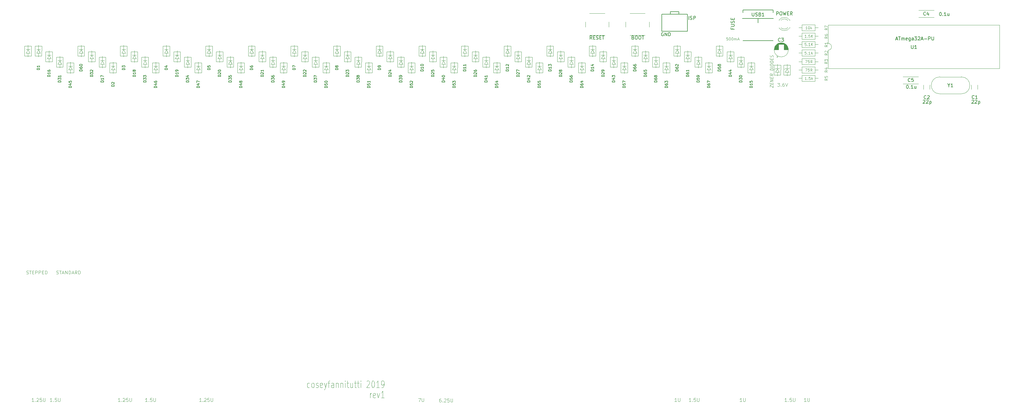
<source format=gbr>
G04 #@! TF.GenerationSoftware,KiCad,Pcbnew,(5.1.4)-1*
G04 #@! TF.CreationDate,2020-04-16T22:18:54+01:00*
G04 #@! TF.ProjectId,discipline-pcb,64697363-6970-46c6-996e-652d7063622e,rev?*
G04 #@! TF.SameCoordinates,Original*
G04 #@! TF.FileFunction,Legend,Top*
G04 #@! TF.FilePolarity,Positive*
%FSLAX46Y46*%
G04 Gerber Fmt 4.6, Leading zero omitted, Abs format (unit mm)*
G04 Created by KiCad (PCBNEW (5.1.4)-1) date 2020-04-16 22:18:54*
%MOMM*%
%LPD*%
G04 APERTURE LIST*
%ADD10C,0.100000*%
%ADD11C,0.120000*%
%ADD12C,0.150000*%
%ADD13C,0.075000*%
%ADD14C,0.200000*%
%ADD15C,0.203200*%
G04 APERTURE END LIST*
D10*
X268571435Y-65993549D02*
X268190483Y-65993549D01*
X268152388Y-66374502D01*
X268190483Y-66336406D01*
X268266674Y-66298311D01*
X268457150Y-66298311D01*
X268533340Y-66336406D01*
X268571435Y-66374502D01*
X268609531Y-66450692D01*
X268609531Y-66641168D01*
X268571435Y-66717359D01*
X268533340Y-66755454D01*
X268457150Y-66793549D01*
X268266674Y-66793549D01*
X268190483Y-66755454D01*
X268152388Y-66717359D01*
X269104769Y-65993549D02*
X269180959Y-65993549D01*
X269257150Y-66031645D01*
X269295245Y-66069740D01*
X269333340Y-66145930D01*
X269371435Y-66298311D01*
X269371435Y-66488787D01*
X269333340Y-66641168D01*
X269295245Y-66717359D01*
X269257150Y-66755454D01*
X269180959Y-66793549D01*
X269104769Y-66793549D01*
X269028578Y-66755454D01*
X268990483Y-66717359D01*
X268952388Y-66641168D01*
X268914293Y-66488787D01*
X268914293Y-66298311D01*
X268952388Y-66145930D01*
X268990483Y-66069740D01*
X269028578Y-66031645D01*
X269104769Y-65993549D01*
X269866674Y-65993549D02*
X269942864Y-65993549D01*
X270019055Y-66031645D01*
X270057150Y-66069740D01*
X270095245Y-66145930D01*
X270133340Y-66298311D01*
X270133340Y-66488787D01*
X270095245Y-66641168D01*
X270057150Y-66717359D01*
X270019055Y-66755454D01*
X269942864Y-66793549D01*
X269866674Y-66793549D01*
X269790483Y-66755454D01*
X269752388Y-66717359D01*
X269714293Y-66641168D01*
X269676197Y-66488787D01*
X269676197Y-66298311D01*
X269714293Y-66145930D01*
X269752388Y-66069740D01*
X269790483Y-66031645D01*
X269866674Y-65993549D01*
X270476197Y-66793549D02*
X270476197Y-66260216D01*
X270476197Y-66336406D02*
X270514293Y-66298311D01*
X270590483Y-66260216D01*
X270704769Y-66260216D01*
X270780959Y-66298311D01*
X270819055Y-66374502D01*
X270819055Y-66793549D01*
X270819055Y-66374502D02*
X270857150Y-66298311D01*
X270933340Y-66260216D01*
X271047626Y-66260216D01*
X271123816Y-66298311D01*
X271161912Y-66374502D01*
X271161912Y-66793549D01*
X271504769Y-66564978D02*
X271885721Y-66564978D01*
X271428578Y-66793549D02*
X271695245Y-65993549D01*
X271961912Y-66793549D01*
X283351445Y-79586134D02*
X283970493Y-79586134D01*
X283637159Y-79967087D01*
X283780016Y-79967087D01*
X283875255Y-80014706D01*
X283922874Y-80062325D01*
X283970493Y-80157563D01*
X283970493Y-80395658D01*
X283922874Y-80490896D01*
X283875255Y-80538515D01*
X283780016Y-80586134D01*
X283494302Y-80586134D01*
X283399064Y-80538515D01*
X283351445Y-80490896D01*
X284399064Y-80490896D02*
X284446683Y-80538515D01*
X284399064Y-80586134D01*
X284351445Y-80538515D01*
X284399064Y-80490896D01*
X284399064Y-80586134D01*
X285303826Y-79586134D02*
X285113350Y-79586134D01*
X285018112Y-79633754D01*
X284970493Y-79681373D01*
X284875255Y-79824230D01*
X284827636Y-80014706D01*
X284827636Y-80395658D01*
X284875255Y-80490896D01*
X284922874Y-80538515D01*
X285018112Y-80586134D01*
X285208588Y-80586134D01*
X285303826Y-80538515D01*
X285351445Y-80490896D01*
X285399064Y-80395658D01*
X285399064Y-80157563D01*
X285351445Y-80062325D01*
X285303826Y-80014706D01*
X285208588Y-79967087D01*
X285018112Y-79967087D01*
X284922874Y-80014706D01*
X284875255Y-80062325D01*
X284827636Y-80157563D01*
X285684778Y-79586134D02*
X286018112Y-80586134D01*
X286351445Y-79586134D01*
X281167640Y-80761370D02*
X281167640Y-80161370D01*
X282067640Y-80873870D01*
X282067640Y-80273870D01*
X281596212Y-79872085D02*
X281596212Y-79572085D01*
X282067640Y-79502442D02*
X282067640Y-79931013D01*
X281167640Y-79818513D01*
X281167640Y-79389942D01*
X282067640Y-79116728D02*
X281167640Y-79004228D01*
X282067640Y-78602442D01*
X281167640Y-78489942D01*
X281596212Y-78114942D02*
X281596212Y-77814942D01*
X282067640Y-77745299D02*
X282067640Y-78173870D01*
X281167640Y-78061370D01*
X281167640Y-77632799D01*
X282067640Y-76845299D02*
X281639069Y-77091728D01*
X282067640Y-77359585D02*
X281167640Y-77247085D01*
X281167640Y-76904228D01*
X281210498Y-76823870D01*
X281253355Y-76786370D01*
X281339069Y-76754228D01*
X281467640Y-76770299D01*
X281553355Y-76823870D01*
X281596212Y-76872085D01*
X281639069Y-76963156D01*
X281639069Y-77306013D01*
X282067640Y-75773870D02*
X281167640Y-75661370D01*
X281167640Y-75447085D01*
X281210498Y-75323870D01*
X281296212Y-75248870D01*
X281381926Y-75216728D01*
X281553355Y-75195299D01*
X281681926Y-75211370D01*
X281853355Y-75275656D01*
X281939069Y-75329228D01*
X282024783Y-75425656D01*
X282067640Y-75559585D01*
X282067640Y-75773870D01*
X282067640Y-74873870D02*
X281167640Y-74761370D01*
X281167640Y-74161370D02*
X281167640Y-73989942D01*
X281210498Y-73909585D01*
X281296212Y-73834585D01*
X281467640Y-73813156D01*
X281767640Y-73850656D01*
X281939069Y-73914942D01*
X282024783Y-74011370D01*
X282067640Y-74102442D01*
X282067640Y-74273870D01*
X282024783Y-74354228D01*
X281939069Y-74429228D01*
X281767640Y-74450656D01*
X281467640Y-74413156D01*
X281296212Y-74348870D01*
X281210498Y-74252442D01*
X281167640Y-74161370D01*
X282067640Y-73502442D02*
X281167640Y-73389942D01*
X281167640Y-73175656D01*
X281210498Y-73052442D01*
X281296212Y-72977442D01*
X281381926Y-72945299D01*
X281553355Y-72923870D01*
X281681926Y-72939942D01*
X281853355Y-73004228D01*
X281939069Y-73057799D01*
X282024783Y-73154228D01*
X282067640Y-73288156D01*
X282067640Y-73502442D01*
X281596212Y-72543513D02*
X281596212Y-72243513D01*
X282067640Y-72173870D02*
X282067640Y-72602442D01*
X281167640Y-72489942D01*
X281167640Y-72061370D01*
X282024783Y-71825656D02*
X282067640Y-71702442D01*
X282067640Y-71488156D01*
X282024783Y-71397085D01*
X281981926Y-71348870D01*
X281896212Y-71295299D01*
X281810498Y-71284585D01*
X281724783Y-71316728D01*
X281681926Y-71354228D01*
X281639069Y-71434585D01*
X281596212Y-71600656D01*
X281553355Y-71681013D01*
X281510498Y-71718513D01*
X281424783Y-71750656D01*
X281339069Y-71739942D01*
X281253355Y-71686370D01*
X281210498Y-71638156D01*
X281167640Y-71547085D01*
X281167640Y-71332799D01*
X281210498Y-71209585D01*
D11*
X285400010Y-75514666D02*
X285644982Y-75252196D01*
X286734918Y-75251812D02*
X286979890Y-74989342D01*
X282517900Y-75514282D02*
X282762872Y-75251812D01*
X283865246Y-75251812D02*
X284110218Y-74989342D01*
D12*
X228199557Y-66516574D02*
X227866223Y-66040384D01*
X227628128Y-66516574D02*
X227628128Y-65516574D01*
X228009080Y-65516574D01*
X228104318Y-65564194D01*
X228151938Y-65611813D01*
X228199557Y-65707051D01*
X228199557Y-65849908D01*
X228151938Y-65945146D01*
X228104318Y-65992765D01*
X228009080Y-66040384D01*
X227628128Y-66040384D01*
X228628128Y-65992765D02*
X228961461Y-65992765D01*
X229104318Y-66516574D02*
X228628128Y-66516574D01*
X228628128Y-65516574D01*
X229104318Y-65516574D01*
X229485271Y-66468955D02*
X229628128Y-66516574D01*
X229866223Y-66516574D01*
X229961461Y-66468955D01*
X230009080Y-66421336D01*
X230056699Y-66326098D01*
X230056699Y-66230860D01*
X230009080Y-66135622D01*
X229961461Y-66088003D01*
X229866223Y-66040384D01*
X229675747Y-65992765D01*
X229580509Y-65945146D01*
X229532890Y-65897527D01*
X229485271Y-65802289D01*
X229485271Y-65707051D01*
X229532890Y-65611813D01*
X229580509Y-65564194D01*
X229675747Y-65516574D01*
X229913842Y-65516574D01*
X230056699Y-65564194D01*
X230485271Y-65992765D02*
X230818604Y-65992765D01*
X230961461Y-66516574D02*
X230485271Y-66516574D01*
X230485271Y-65516574D01*
X230961461Y-65516574D01*
X231247176Y-65516574D02*
X231818604Y-65516574D01*
X231532890Y-66516574D02*
X231532890Y-65516574D01*
X283095546Y-59326064D02*
X283095546Y-58326064D01*
X283476498Y-58326064D01*
X283571736Y-58373684D01*
X283619355Y-58421303D01*
X283666974Y-58516541D01*
X283666974Y-58659398D01*
X283619355Y-58754636D01*
X283571736Y-58802255D01*
X283476498Y-58849874D01*
X283095546Y-58849874D01*
X284286022Y-58326064D02*
X284476498Y-58326064D01*
X284571736Y-58373684D01*
X284666974Y-58468922D01*
X284714593Y-58659398D01*
X284714593Y-58992731D01*
X284666974Y-59183207D01*
X284571736Y-59278445D01*
X284476498Y-59326064D01*
X284286022Y-59326064D01*
X284190784Y-59278445D01*
X284095546Y-59183207D01*
X284047927Y-58992731D01*
X284047927Y-58659398D01*
X284095546Y-58468922D01*
X284190784Y-58373684D01*
X284286022Y-58326064D01*
X285047927Y-58326064D02*
X285286022Y-59326064D01*
X285476498Y-58611779D01*
X285666974Y-59326064D01*
X285905070Y-58326064D01*
X286286022Y-58802255D02*
X286619355Y-58802255D01*
X286762212Y-59326064D02*
X286286022Y-59326064D01*
X286286022Y-58326064D01*
X286762212Y-58326064D01*
X287762212Y-59326064D02*
X287428879Y-58849874D01*
X287190784Y-59326064D02*
X287190784Y-58326064D01*
X287571736Y-58326064D01*
X287666974Y-58373684D01*
X287714593Y-58421303D01*
X287762212Y-58516541D01*
X287762212Y-58659398D01*
X287714593Y-58754636D01*
X287666974Y-58802255D01*
X287571736Y-58849874D01*
X287190784Y-58849874D01*
X249414796Y-64566827D02*
X249319558Y-64519207D01*
X249176701Y-64519207D01*
X249033843Y-64566827D01*
X248938605Y-64662065D01*
X248890986Y-64757303D01*
X248843367Y-64947779D01*
X248843367Y-65090636D01*
X248890986Y-65281112D01*
X248938605Y-65376350D01*
X249033843Y-65471588D01*
X249176701Y-65519207D01*
X249271939Y-65519207D01*
X249414796Y-65471588D01*
X249462415Y-65423969D01*
X249462415Y-65090636D01*
X249271939Y-65090636D01*
X249890986Y-65519207D02*
X249890986Y-64519207D01*
X250462415Y-65519207D01*
X250462415Y-64519207D01*
X250938605Y-65519207D02*
X250938605Y-64519207D01*
X251176701Y-64519207D01*
X251319558Y-64566827D01*
X251414796Y-64662065D01*
X251462415Y-64757303D01*
X251510034Y-64947779D01*
X251510034Y-65090636D01*
X251462415Y-65281112D01*
X251414796Y-65376350D01*
X251319558Y-65471588D01*
X251176701Y-65519207D01*
X250938605Y-65519207D01*
X256969474Y-60637358D02*
X256969474Y-59637358D01*
X257398045Y-60589739D02*
X257540903Y-60637358D01*
X257778998Y-60637358D01*
X257874236Y-60589739D01*
X257921855Y-60542120D01*
X257969474Y-60446882D01*
X257969474Y-60351644D01*
X257921855Y-60256406D01*
X257874236Y-60208787D01*
X257778998Y-60161168D01*
X257588522Y-60113549D01*
X257493284Y-60065930D01*
X257445665Y-60018311D01*
X257398045Y-59923073D01*
X257398045Y-59827835D01*
X257445665Y-59732597D01*
X257493284Y-59684978D01*
X257588522Y-59637358D01*
X257826617Y-59637358D01*
X257969474Y-59684978D01*
X258398045Y-60637358D02*
X258398045Y-59637358D01*
X258778998Y-59637358D01*
X258874236Y-59684978D01*
X258921855Y-59732597D01*
X258969474Y-59827835D01*
X258969474Y-59970692D01*
X258921855Y-60065930D01*
X258874236Y-60113549D01*
X258778998Y-60161168D01*
X258398045Y-60161168D01*
D10*
X291862585Y-70192989D02*
X291481633Y-70192989D01*
X291443538Y-70573942D01*
X291481633Y-70535846D01*
X291557823Y-70497751D01*
X291748299Y-70497751D01*
X291824490Y-70535846D01*
X291862585Y-70573942D01*
X291900680Y-70650132D01*
X291900680Y-70840608D01*
X291862585Y-70916799D01*
X291824490Y-70954894D01*
X291748299Y-70992989D01*
X291557823Y-70992989D01*
X291481633Y-70954894D01*
X291443538Y-70916799D01*
X292243538Y-70916799D02*
X292281633Y-70954894D01*
X292243538Y-70992989D01*
X292205442Y-70954894D01*
X292243538Y-70916799D01*
X292243538Y-70992989D01*
X293043538Y-70992989D02*
X292586395Y-70992989D01*
X292814966Y-70992989D02*
X292814966Y-70192989D01*
X292738776Y-70307275D01*
X292662585Y-70383465D01*
X292586395Y-70421561D01*
X293386395Y-70992989D02*
X293386395Y-70192989D01*
X293843538Y-70992989D02*
X293500680Y-70535846D01*
X293843538Y-70192989D02*
X293386395Y-70650132D01*
X291862585Y-67639536D02*
X291481633Y-67639536D01*
X291443538Y-68020489D01*
X291481633Y-67982393D01*
X291557823Y-67944298D01*
X291748299Y-67944298D01*
X291824490Y-67982393D01*
X291862585Y-68020489D01*
X291900680Y-68096679D01*
X291900680Y-68287155D01*
X291862585Y-68363346D01*
X291824490Y-68401441D01*
X291748299Y-68439536D01*
X291557823Y-68439536D01*
X291481633Y-68401441D01*
X291443538Y-68363346D01*
X292243538Y-68363346D02*
X292281633Y-68401441D01*
X292243538Y-68439536D01*
X292205442Y-68401441D01*
X292243538Y-68363346D01*
X292243538Y-68439536D01*
X293043538Y-68439536D02*
X292586395Y-68439536D01*
X292814966Y-68439536D02*
X292814966Y-67639536D01*
X292738776Y-67753822D01*
X292662585Y-67830012D01*
X292586395Y-67868108D01*
X293386395Y-68439536D02*
X293386395Y-67639536D01*
X293843538Y-68439536D02*
X293500680Y-67982393D01*
X293843538Y-67639536D02*
X293386395Y-68096679D01*
X291851210Y-174478614D02*
X291279782Y-174478614D01*
X291565496Y-174478614D02*
X291565496Y-173478614D01*
X291470258Y-173621472D01*
X291375020Y-173716710D01*
X291279782Y-173764329D01*
X292279782Y-173478614D02*
X292279782Y-174288138D01*
X292327401Y-174383376D01*
X292375020Y-174430995D01*
X292470258Y-174478614D01*
X292660734Y-174478614D01*
X292755972Y-174430995D01*
X292803591Y-174383376D01*
X292851210Y-174288138D01*
X292851210Y-173478614D01*
X272760892Y-174478614D02*
X272189464Y-174478614D01*
X272475178Y-174478614D02*
X272475178Y-173478614D01*
X272379940Y-173621472D01*
X272284702Y-173716710D01*
X272189464Y-173764329D01*
X273189464Y-173478614D02*
X273189464Y-174288138D01*
X273237083Y-174383376D01*
X273284702Y-174430995D01*
X273379940Y-174478614D01*
X273570416Y-174478614D01*
X273665654Y-174430995D01*
X273713273Y-174383376D01*
X273760892Y-174288138D01*
X273760892Y-173478614D01*
X253350650Y-174478614D02*
X252779222Y-174478614D01*
X253064936Y-174478614D02*
X253064936Y-173478614D01*
X252969698Y-173621472D01*
X252874460Y-173716710D01*
X252779222Y-173764329D01*
X253779222Y-173478614D02*
X253779222Y-174288138D01*
X253826841Y-174383376D01*
X253874460Y-174430995D01*
X253969698Y-174478614D01*
X254160174Y-174478614D01*
X254255412Y-174430995D01*
X254303031Y-174383376D01*
X254350650Y-174288138D01*
X254350650Y-173478614D01*
X68976474Y-136426063D02*
X69119332Y-136473682D01*
X69357427Y-136473682D01*
X69452665Y-136426063D01*
X69500284Y-136378444D01*
X69547903Y-136283206D01*
X69547903Y-136187968D01*
X69500284Y-136092730D01*
X69452665Y-136045111D01*
X69357427Y-135997492D01*
X69166951Y-135949873D01*
X69071713Y-135902254D01*
X69024094Y-135854635D01*
X68976474Y-135759397D01*
X68976474Y-135664159D01*
X69024094Y-135568921D01*
X69071713Y-135521302D01*
X69166951Y-135473682D01*
X69405046Y-135473682D01*
X69547903Y-135521302D01*
X69833617Y-135473682D02*
X70405046Y-135473682D01*
X70119332Y-136473682D02*
X70119332Y-135473682D01*
X70690760Y-136187968D02*
X71166951Y-136187968D01*
X70595522Y-136473682D02*
X70928855Y-135473682D01*
X71262189Y-136473682D01*
X71595522Y-136473682D02*
X71595522Y-135473682D01*
X72166951Y-136473682D01*
X72166951Y-135473682D01*
X72643141Y-136473682D02*
X72643141Y-135473682D01*
X72881236Y-135473682D01*
X73024094Y-135521302D01*
X73119332Y-135616540D01*
X73166951Y-135711778D01*
X73214570Y-135902254D01*
X73214570Y-136045111D01*
X73166951Y-136235587D01*
X73119332Y-136330825D01*
X73024094Y-136426063D01*
X72881236Y-136473682D01*
X72643141Y-136473682D01*
X73595522Y-136187968D02*
X74071713Y-136187968D01*
X73500284Y-136473682D02*
X73833617Y-135473682D01*
X74166951Y-136473682D01*
X75071713Y-136473682D02*
X74738379Y-135997492D01*
X74500284Y-136473682D02*
X74500284Y-135473682D01*
X74881236Y-135473682D01*
X74976474Y-135521302D01*
X75024094Y-135568921D01*
X75071713Y-135664159D01*
X75071713Y-135807016D01*
X75024094Y-135902254D01*
X74976474Y-135949873D01*
X74881236Y-135997492D01*
X74500284Y-135997492D01*
X75500284Y-136473682D02*
X75500284Y-135473682D01*
X75738379Y-135473682D01*
X75881236Y-135521302D01*
X75976474Y-135616540D01*
X76024094Y-135711778D01*
X76071713Y-135902254D01*
X76071713Y-136045111D01*
X76024094Y-136235587D01*
X75976474Y-136330825D01*
X75881236Y-136426063D01*
X75738379Y-136473682D01*
X75500284Y-136473682D01*
X60056418Y-136426063D02*
X60199275Y-136473682D01*
X60437370Y-136473682D01*
X60532608Y-136426063D01*
X60580227Y-136378444D01*
X60627847Y-136283206D01*
X60627847Y-136187968D01*
X60580227Y-136092730D01*
X60532608Y-136045111D01*
X60437370Y-135997492D01*
X60246894Y-135949873D01*
X60151656Y-135902254D01*
X60104037Y-135854635D01*
X60056418Y-135759397D01*
X60056418Y-135664159D01*
X60104037Y-135568921D01*
X60151656Y-135521302D01*
X60246894Y-135473682D01*
X60484989Y-135473682D01*
X60627847Y-135521302D01*
X60913561Y-135473682D02*
X61484989Y-135473682D01*
X61199275Y-136473682D02*
X61199275Y-135473682D01*
X61818323Y-135949873D02*
X62151656Y-135949873D01*
X62294513Y-136473682D02*
X61818323Y-136473682D01*
X61818323Y-135473682D01*
X62294513Y-135473682D01*
X62723085Y-136473682D02*
X62723085Y-135473682D01*
X63104037Y-135473682D01*
X63199275Y-135521302D01*
X63246894Y-135568921D01*
X63294513Y-135664159D01*
X63294513Y-135807016D01*
X63246894Y-135902254D01*
X63199275Y-135949873D01*
X63104037Y-135997492D01*
X62723085Y-135997492D01*
X63723085Y-136473682D02*
X63723085Y-135473682D01*
X64104037Y-135473682D01*
X64199275Y-135521302D01*
X64246894Y-135568921D01*
X64294513Y-135664159D01*
X64294513Y-135807016D01*
X64246894Y-135902254D01*
X64199275Y-135949873D01*
X64104037Y-135997492D01*
X63723085Y-135997492D01*
X64723085Y-135949873D02*
X65056418Y-135949873D01*
X65199275Y-136473682D02*
X64723085Y-136473682D01*
X64723085Y-135473682D01*
X65199275Y-135473682D01*
X65627847Y-136473682D02*
X65627847Y-135473682D01*
X65865942Y-135473682D01*
X66008799Y-135521302D01*
X66104037Y-135616540D01*
X66151656Y-135711778D01*
X66199275Y-135902254D01*
X66199275Y-136045111D01*
X66151656Y-136235587D01*
X66104037Y-136330825D01*
X66008799Y-136426063D01*
X65865942Y-136473682D01*
X65627847Y-136473682D01*
X286110604Y-174478614D02*
X285539175Y-174478614D01*
X285824889Y-174478614D02*
X285824889Y-173478614D01*
X285729651Y-173621472D01*
X285634413Y-173716710D01*
X285539175Y-173764329D01*
X286539175Y-174383376D02*
X286586794Y-174430995D01*
X286539175Y-174478614D01*
X286491556Y-174430995D01*
X286539175Y-174383376D01*
X286539175Y-174478614D01*
X287491556Y-173478614D02*
X287015365Y-173478614D01*
X286967746Y-173954805D01*
X287015365Y-173907186D01*
X287110604Y-173859567D01*
X287348699Y-173859567D01*
X287443937Y-173907186D01*
X287491556Y-173954805D01*
X287539175Y-174050043D01*
X287539175Y-174288138D01*
X287491556Y-174383376D01*
X287443937Y-174430995D01*
X287348699Y-174478614D01*
X287110604Y-174478614D01*
X287015365Y-174430995D01*
X286967746Y-174383376D01*
X287967746Y-173478614D02*
X287967746Y-174288138D01*
X288015365Y-174383376D01*
X288062985Y-174430995D01*
X288158223Y-174478614D01*
X288348699Y-174478614D01*
X288443937Y-174430995D01*
X288491556Y-174383376D01*
X288539175Y-174288138D01*
X288539175Y-173478614D01*
X257623200Y-174478614D02*
X257051771Y-174478614D01*
X257337485Y-174478614D02*
X257337485Y-173478614D01*
X257242247Y-173621472D01*
X257147009Y-173716710D01*
X257051771Y-173764329D01*
X258051771Y-174383376D02*
X258099390Y-174430995D01*
X258051771Y-174478614D01*
X258004152Y-174430995D01*
X258051771Y-174383376D01*
X258051771Y-174478614D01*
X259004152Y-173478614D02*
X258527961Y-173478614D01*
X258480342Y-173954805D01*
X258527961Y-173907186D01*
X258623200Y-173859567D01*
X258861295Y-173859567D01*
X258956533Y-173907186D01*
X259004152Y-173954805D01*
X259051771Y-174050043D01*
X259051771Y-174288138D01*
X259004152Y-174383376D01*
X258956533Y-174430995D01*
X258861295Y-174478614D01*
X258623200Y-174478614D01*
X258527961Y-174430995D01*
X258480342Y-174383376D01*
X259480342Y-173478614D02*
X259480342Y-174288138D01*
X259527961Y-174383376D01*
X259575581Y-174430995D01*
X259670819Y-174478614D01*
X259861295Y-174478614D01*
X259956533Y-174430995D01*
X260004152Y-174383376D01*
X260051771Y-174288138D01*
X260051771Y-173478614D01*
X95980958Y-174478614D02*
X95409529Y-174478614D01*
X95695243Y-174478614D02*
X95695243Y-173478614D01*
X95600005Y-173621472D01*
X95504767Y-173716710D01*
X95409529Y-173764329D01*
X96409529Y-174383376D02*
X96457148Y-174430995D01*
X96409529Y-174478614D01*
X96361910Y-174430995D01*
X96409529Y-174383376D01*
X96409529Y-174478614D01*
X97361910Y-173478614D02*
X96885719Y-173478614D01*
X96838100Y-173954805D01*
X96885719Y-173907186D01*
X96980958Y-173859567D01*
X97219053Y-173859567D01*
X97314291Y-173907186D01*
X97361910Y-173954805D01*
X97409529Y-174050043D01*
X97409529Y-174288138D01*
X97361910Y-174383376D01*
X97314291Y-174430995D01*
X97219053Y-174478614D01*
X96980958Y-174478614D01*
X96885719Y-174430995D01*
X96838100Y-174383376D01*
X97838100Y-173478614D02*
X97838100Y-174288138D01*
X97885719Y-174383376D01*
X97933339Y-174430995D01*
X98028577Y-174478614D01*
X98219053Y-174478614D01*
X98314291Y-174430995D01*
X98361910Y-174383376D01*
X98409529Y-174288138D01*
X98409529Y-173478614D01*
X67634738Y-174478614D02*
X67063309Y-174478614D01*
X67349023Y-174478614D02*
X67349023Y-173478614D01*
X67253785Y-173621472D01*
X67158547Y-173716710D01*
X67063309Y-173764329D01*
X68063309Y-174383376D02*
X68110928Y-174430995D01*
X68063309Y-174478614D01*
X68015690Y-174430995D01*
X68063309Y-174383376D01*
X68063309Y-174478614D01*
X69015690Y-173478614D02*
X68539499Y-173478614D01*
X68491880Y-173954805D01*
X68539499Y-173907186D01*
X68634738Y-173859567D01*
X68872833Y-173859567D01*
X68968071Y-173907186D01*
X69015690Y-173954805D01*
X69063309Y-174050043D01*
X69063309Y-174288138D01*
X69015690Y-174383376D01*
X68968071Y-174430995D01*
X68872833Y-174478614D01*
X68634738Y-174478614D01*
X68539499Y-174430995D01*
X68491880Y-174383376D01*
X69491880Y-173478614D02*
X69491880Y-174288138D01*
X69539499Y-174383376D01*
X69587119Y-174430995D01*
X69682357Y-174478614D01*
X69872833Y-174478614D01*
X69968071Y-174430995D01*
X70015690Y-174383376D01*
X70063309Y-174288138D01*
X70063309Y-173478614D01*
X112040062Y-174478614D02*
X111468634Y-174478614D01*
X111754348Y-174478614D02*
X111754348Y-173478614D01*
X111659110Y-173621472D01*
X111563872Y-173716710D01*
X111468634Y-173764329D01*
X112468634Y-174383376D02*
X112516253Y-174430995D01*
X112468634Y-174478614D01*
X112421014Y-174430995D01*
X112468634Y-174383376D01*
X112468634Y-174478614D01*
X112897205Y-173573853D02*
X112944824Y-173526234D01*
X113040062Y-173478614D01*
X113278157Y-173478614D01*
X113373395Y-173526234D01*
X113421014Y-173573853D01*
X113468634Y-173669091D01*
X113468634Y-173764329D01*
X113421014Y-173907186D01*
X112849586Y-174478614D01*
X113468634Y-174478614D01*
X114373395Y-173478614D02*
X113897205Y-173478614D01*
X113849586Y-173954805D01*
X113897205Y-173907186D01*
X113992443Y-173859567D01*
X114230538Y-173859567D01*
X114325776Y-173907186D01*
X114373395Y-173954805D01*
X114421014Y-174050043D01*
X114421014Y-174288138D01*
X114373395Y-174383376D01*
X114325776Y-174430995D01*
X114230538Y-174478614D01*
X113992443Y-174478614D01*
X113897205Y-174430995D01*
X113849586Y-174383376D01*
X114849586Y-173478614D02*
X114849586Y-174288138D01*
X114897205Y-174383376D01*
X114944824Y-174430995D01*
X115040062Y-174478614D01*
X115230538Y-174478614D01*
X115325776Y-174430995D01*
X115373395Y-174383376D01*
X115421014Y-174288138D01*
X115421014Y-173478614D01*
X87893282Y-174478614D02*
X87321854Y-174478614D01*
X87607568Y-174478614D02*
X87607568Y-173478614D01*
X87512330Y-173621472D01*
X87417092Y-173716710D01*
X87321854Y-173764329D01*
X88321854Y-174383376D02*
X88369473Y-174430995D01*
X88321854Y-174478614D01*
X88274234Y-174430995D01*
X88321854Y-174383376D01*
X88321854Y-174478614D01*
X88750425Y-173573853D02*
X88798044Y-173526234D01*
X88893282Y-173478614D01*
X89131377Y-173478614D01*
X89226615Y-173526234D01*
X89274234Y-173573853D01*
X89321854Y-173669091D01*
X89321854Y-173764329D01*
X89274234Y-173907186D01*
X88702806Y-174478614D01*
X89321854Y-174478614D01*
X90226615Y-173478614D02*
X89750425Y-173478614D01*
X89702806Y-173954805D01*
X89750425Y-173907186D01*
X89845663Y-173859567D01*
X90083758Y-173859567D01*
X90178996Y-173907186D01*
X90226615Y-173954805D01*
X90274234Y-174050043D01*
X90274234Y-174288138D01*
X90226615Y-174383376D01*
X90178996Y-174430995D01*
X90083758Y-174478614D01*
X89845663Y-174478614D01*
X89750425Y-174430995D01*
X89702806Y-174383376D01*
X90702806Y-173478614D02*
X90702806Y-174288138D01*
X90750425Y-174383376D01*
X90798044Y-174430995D01*
X90893282Y-174478614D01*
X91083758Y-174478614D01*
X91178996Y-174430995D01*
X91226615Y-174383376D01*
X91274234Y-174288138D01*
X91274234Y-173478614D01*
X62224205Y-174478614D02*
X61652777Y-174478614D01*
X61938491Y-174478614D02*
X61938491Y-173478614D01*
X61843253Y-173621472D01*
X61748015Y-173716710D01*
X61652777Y-173764329D01*
X62652777Y-174383376D02*
X62700396Y-174430995D01*
X62652777Y-174478614D01*
X62605157Y-174430995D01*
X62652777Y-174383376D01*
X62652777Y-174478614D01*
X63081348Y-173573853D02*
X63128967Y-173526234D01*
X63224205Y-173478614D01*
X63462300Y-173478614D01*
X63557538Y-173526234D01*
X63605157Y-173573853D01*
X63652777Y-173669091D01*
X63652777Y-173764329D01*
X63605157Y-173907186D01*
X63033729Y-174478614D01*
X63652777Y-174478614D01*
X64557538Y-173478614D02*
X64081348Y-173478614D01*
X64033729Y-173954805D01*
X64081348Y-173907186D01*
X64176586Y-173859567D01*
X64414681Y-173859567D01*
X64509919Y-173907186D01*
X64557538Y-173954805D01*
X64605157Y-174050043D01*
X64605157Y-174288138D01*
X64557538Y-174383376D01*
X64509919Y-174430995D01*
X64414681Y-174478614D01*
X64176586Y-174478614D01*
X64081348Y-174430995D01*
X64033729Y-174383376D01*
X65033729Y-173478614D02*
X65033729Y-174288138D01*
X65081348Y-174383376D01*
X65128967Y-174430995D01*
X65224205Y-174478614D01*
X65414681Y-174478614D01*
X65509919Y-174430995D01*
X65557538Y-174383376D01*
X65605157Y-174288138D01*
X65605157Y-173478614D01*
D13*
X144238814Y-170185401D02*
X144095957Y-170280639D01*
X143810243Y-170280639D01*
X143667386Y-170185401D01*
X143595957Y-170090163D01*
X143524528Y-169899687D01*
X143524528Y-169328258D01*
X143595957Y-169137782D01*
X143667386Y-169042544D01*
X143810243Y-168947306D01*
X144095957Y-168947306D01*
X144238814Y-169042544D01*
X145095957Y-170280639D02*
X144953100Y-170185401D01*
X144881671Y-170090163D01*
X144810243Y-169899687D01*
X144810243Y-169328258D01*
X144881671Y-169137782D01*
X144953100Y-169042544D01*
X145095957Y-168947306D01*
X145310243Y-168947306D01*
X145453100Y-169042544D01*
X145524528Y-169137782D01*
X145595957Y-169328258D01*
X145595957Y-169899687D01*
X145524528Y-170090163D01*
X145453100Y-170185401D01*
X145310243Y-170280639D01*
X145095957Y-170280639D01*
X146167386Y-170185401D02*
X146310243Y-170280639D01*
X146595957Y-170280639D01*
X146738814Y-170185401D01*
X146810243Y-169994925D01*
X146810243Y-169899687D01*
X146738814Y-169709211D01*
X146595957Y-169613973D01*
X146381671Y-169613973D01*
X146238814Y-169518735D01*
X146167386Y-169328258D01*
X146167386Y-169233020D01*
X146238814Y-169042544D01*
X146381671Y-168947306D01*
X146595957Y-168947306D01*
X146738814Y-169042544D01*
X148024528Y-170185401D02*
X147881671Y-170280639D01*
X147595957Y-170280639D01*
X147453100Y-170185401D01*
X147381671Y-169994925D01*
X147381671Y-169233020D01*
X147453100Y-169042544D01*
X147595957Y-168947306D01*
X147881671Y-168947306D01*
X148024528Y-169042544D01*
X148095957Y-169233020D01*
X148095957Y-169423497D01*
X147381671Y-169613973D01*
X148595957Y-168947306D02*
X148953100Y-170280639D01*
X149310243Y-168947306D02*
X148953100Y-170280639D01*
X148810243Y-170756830D01*
X148738814Y-170852068D01*
X148595957Y-170947306D01*
X149667386Y-168947306D02*
X150238814Y-168947306D01*
X149881671Y-170280639D02*
X149881671Y-168566354D01*
X149953100Y-168375878D01*
X150095957Y-168280639D01*
X150238814Y-168280639D01*
X151381671Y-170280639D02*
X151381671Y-169233020D01*
X151310243Y-169042544D01*
X151167386Y-168947306D01*
X150881671Y-168947306D01*
X150738814Y-169042544D01*
X151381671Y-170185401D02*
X151238814Y-170280639D01*
X150881671Y-170280639D01*
X150738814Y-170185401D01*
X150667386Y-169994925D01*
X150667386Y-169804449D01*
X150738814Y-169613973D01*
X150881671Y-169518735D01*
X151238814Y-169518735D01*
X151381671Y-169423497D01*
X152095957Y-168947306D02*
X152095957Y-170280639D01*
X152095957Y-169137782D02*
X152167386Y-169042544D01*
X152310243Y-168947306D01*
X152524528Y-168947306D01*
X152667386Y-169042544D01*
X152738814Y-169233020D01*
X152738814Y-170280639D01*
X153453100Y-168947306D02*
X153453100Y-170280639D01*
X153453100Y-169137782D02*
X153524528Y-169042544D01*
X153667386Y-168947306D01*
X153881671Y-168947306D01*
X154024528Y-169042544D01*
X154095957Y-169233020D01*
X154095957Y-170280639D01*
X154810243Y-170280639D02*
X154810243Y-168947306D01*
X154810243Y-168280639D02*
X154738814Y-168375878D01*
X154810243Y-168471116D01*
X154881671Y-168375878D01*
X154810243Y-168280639D01*
X154810243Y-168471116D01*
X155310243Y-168947306D02*
X155881671Y-168947306D01*
X155524528Y-168280639D02*
X155524528Y-169994925D01*
X155595957Y-170185401D01*
X155738814Y-170280639D01*
X155881671Y-170280639D01*
X157024528Y-168947306D02*
X157024528Y-170280639D01*
X156381671Y-168947306D02*
X156381671Y-169994925D01*
X156453100Y-170185401D01*
X156595957Y-170280639D01*
X156810243Y-170280639D01*
X156953100Y-170185401D01*
X157024528Y-170090163D01*
X157524528Y-168947306D02*
X158095957Y-168947306D01*
X157738814Y-168280639D02*
X157738814Y-169994925D01*
X157810243Y-170185401D01*
X157953100Y-170280639D01*
X158095957Y-170280639D01*
X158381671Y-168947306D02*
X158953100Y-168947306D01*
X158595957Y-168280639D02*
X158595957Y-169994925D01*
X158667386Y-170185401D01*
X158810243Y-170280639D01*
X158953100Y-170280639D01*
X159453100Y-170280639D02*
X159453100Y-168947306D01*
X159453100Y-168280639D02*
X159381671Y-168375878D01*
X159453100Y-168471116D01*
X159524528Y-168375878D01*
X159453100Y-168280639D01*
X159453100Y-168471116D01*
X161238814Y-168471116D02*
X161310243Y-168375878D01*
X161453100Y-168280639D01*
X161810243Y-168280639D01*
X161953100Y-168375878D01*
X162024528Y-168471116D01*
X162095957Y-168661592D01*
X162095957Y-168852068D01*
X162024528Y-169137782D01*
X161167386Y-170280639D01*
X162095957Y-170280639D01*
X163024528Y-168280639D02*
X163167386Y-168280639D01*
X163310243Y-168375878D01*
X163381671Y-168471116D01*
X163453100Y-168661592D01*
X163524528Y-169042544D01*
X163524528Y-169518735D01*
X163453100Y-169899687D01*
X163381671Y-170090163D01*
X163310243Y-170185401D01*
X163167386Y-170280639D01*
X163024528Y-170280639D01*
X162881671Y-170185401D01*
X162810243Y-170090163D01*
X162738814Y-169899687D01*
X162667386Y-169518735D01*
X162667386Y-169042544D01*
X162738814Y-168661592D01*
X162810243Y-168471116D01*
X162881671Y-168375878D01*
X163024528Y-168280639D01*
X164953100Y-170280639D02*
X164095957Y-170280639D01*
X164524528Y-170280639D02*
X164524528Y-168280639D01*
X164381671Y-168566354D01*
X164238814Y-168756830D01*
X164095957Y-168852068D01*
X165667386Y-170280639D02*
X165953100Y-170280639D01*
X166095957Y-170185401D01*
X166167386Y-170090163D01*
X166310243Y-169804449D01*
X166381671Y-169423497D01*
X166381671Y-168661592D01*
X166310243Y-168471116D01*
X166238814Y-168375878D01*
X166095957Y-168280639D01*
X165810243Y-168280639D01*
X165667386Y-168375878D01*
X165595957Y-168471116D01*
X165524528Y-168661592D01*
X165524528Y-169137782D01*
X165595957Y-169328258D01*
X165667386Y-169423497D01*
X165810243Y-169518735D01*
X166095957Y-169518735D01*
X166238814Y-169423497D01*
X166310243Y-169328258D01*
X166381671Y-169137782D01*
X162238814Y-173355639D02*
X162238814Y-172022306D01*
X162238814Y-172403258D02*
X162310243Y-172212782D01*
X162381671Y-172117544D01*
X162524528Y-172022306D01*
X162667386Y-172022306D01*
X163738814Y-173260401D02*
X163595957Y-173355639D01*
X163310243Y-173355639D01*
X163167386Y-173260401D01*
X163095957Y-173069925D01*
X163095957Y-172308020D01*
X163167386Y-172117544D01*
X163310243Y-172022306D01*
X163595957Y-172022306D01*
X163738814Y-172117544D01*
X163810243Y-172308020D01*
X163810243Y-172498497D01*
X163095957Y-172688973D01*
X164310243Y-172022306D02*
X164667386Y-173355639D01*
X165024528Y-172022306D01*
X166381671Y-173355639D02*
X165524528Y-173355639D01*
X165953100Y-173355639D02*
X165953100Y-171355639D01*
X165810243Y-171641354D01*
X165667386Y-171831830D01*
X165524528Y-171927068D01*
D11*
X59500000Y-68540000D02*
X59500000Y-71510000D01*
X61500000Y-68530000D02*
X61490000Y-71520000D01*
X59500000Y-71520000D02*
X61490000Y-71520000D01*
X60510000Y-71730000D02*
X60510000Y-70610000D01*
X60510000Y-68270000D02*
X60510000Y-69550000D01*
X59500000Y-68530000D02*
X61500000Y-68530000D01*
X60510000Y-69660000D02*
X61050000Y-70610000D01*
X60500000Y-69670000D02*
X59970000Y-70580000D01*
X59970000Y-70610000D02*
X61050000Y-70610000D01*
X59970000Y-69560000D02*
X61050000Y-69560000D01*
X298423430Y-67769182D02*
G75*
G02X298423430Y-69769182I0J-1000000D01*
G01*
X298423430Y-69769182D02*
X298423430Y-75229182D01*
X298423430Y-75229182D02*
X349343430Y-75229182D01*
X349343430Y-75229182D02*
X349343430Y-62309182D01*
X349343430Y-62309182D02*
X298423430Y-62309182D01*
X298423430Y-62309182D02*
X298423430Y-67769182D01*
D14*
X254003830Y-59070870D02*
X254003830Y-58270870D01*
X254003830Y-58270870D02*
X251453830Y-58270870D01*
X251453830Y-58270870D02*
X251453830Y-59070870D01*
D15*
X248943830Y-59080870D02*
X256563830Y-59080870D01*
X256563830Y-64160870D02*
X248943830Y-64160870D01*
X248943830Y-64160870D02*
X248943830Y-59080870D01*
X256563830Y-59080870D02*
X256563830Y-64160870D01*
D11*
X338011644Y-82781240D02*
X331611644Y-82781240D01*
X338011644Y-77731240D02*
X331611644Y-77731240D01*
X338011644Y-77731240D02*
G75*
G02X338011644Y-82781240I0J-2525000D01*
G01*
X331611644Y-77731240D02*
G75*
G03X331611644Y-82781240I0J-2525000D01*
G01*
X342826112Y-81385040D02*
X342826112Y-80127040D01*
X340986112Y-81385040D02*
X340986112Y-80127040D01*
X328600238Y-81385040D02*
X328600238Y-80127040D01*
X326760238Y-81385040D02*
X326760238Y-80127040D01*
X329895530Y-59981178D02*
X329895530Y-59996178D01*
X329895530Y-57856178D02*
X329895530Y-57871178D01*
X325355530Y-59981178D02*
X325355530Y-59996178D01*
X325355530Y-57856178D02*
X325355530Y-57871178D01*
X325355530Y-59996178D02*
X329895530Y-59996178D01*
X325355530Y-57856178D02*
X329895530Y-57856178D01*
X325241062Y-79771416D02*
X325241062Y-79786416D01*
X325241062Y-77646416D02*
X325241062Y-77661416D01*
X320701062Y-79771416D02*
X320701062Y-79786416D01*
X320701062Y-77646416D02*
X320701062Y-77661416D01*
X320701062Y-79786416D02*
X325241062Y-79786416D01*
X320701062Y-77646416D02*
X325241062Y-77646416D01*
X294486316Y-76565517D02*
X294486316Y-74725517D01*
X294486316Y-74725517D02*
X290646316Y-74725517D01*
X290646316Y-74725517D02*
X290646316Y-76565517D01*
X290646316Y-76565517D02*
X294486316Y-76565517D01*
X295436316Y-75645517D02*
X294486316Y-75645517D01*
X289696316Y-75645517D02*
X290646316Y-75645517D01*
X294486316Y-74072052D02*
X294486316Y-72232052D01*
X294486316Y-72232052D02*
X290646316Y-72232052D01*
X290646316Y-72232052D02*
X290646316Y-74072052D01*
X290646316Y-74072052D02*
X294486316Y-74072052D01*
X295436316Y-73152052D02*
X294486316Y-73152052D01*
X289696316Y-73152052D02*
X290646316Y-73152052D01*
X294486316Y-79058982D02*
X294486316Y-77218982D01*
X294486316Y-77218982D02*
X290646316Y-77218982D01*
X290646316Y-77218982D02*
X290646316Y-79058982D01*
X290646316Y-79058982D02*
X294486316Y-79058982D01*
X295436316Y-78138982D02*
X294486316Y-78138982D01*
X289696316Y-78138982D02*
X290646316Y-78138982D01*
X290646316Y-69660211D02*
X290646316Y-71500211D01*
X290646316Y-71500211D02*
X294486316Y-71500211D01*
X294486316Y-71500211D02*
X294486316Y-69660211D01*
X294486316Y-69660211D02*
X290646316Y-69660211D01*
X289696316Y-70580211D02*
X290646316Y-70580211D01*
X295436316Y-70580211D02*
X294486316Y-70580211D01*
X290646316Y-67140499D02*
X290646316Y-68980499D01*
X290646316Y-68980499D02*
X294486316Y-68980499D01*
X294486316Y-68980499D02*
X294486316Y-67140499D01*
X294486316Y-67140499D02*
X290646316Y-67140499D01*
X289696316Y-68060499D02*
X290646316Y-68060499D01*
X295436316Y-68060499D02*
X294486316Y-68060499D01*
X290646316Y-64647034D02*
X290646316Y-66487034D01*
X290646316Y-66487034D02*
X294486316Y-66487034D01*
X294486316Y-66487034D02*
X294486316Y-64647034D01*
X294486316Y-64647034D02*
X290646316Y-64647034D01*
X289696316Y-65567034D02*
X290646316Y-65567034D01*
X295436316Y-65567034D02*
X294486316Y-65567034D01*
X294486316Y-63993204D02*
X294486316Y-62153204D01*
X294486316Y-62153204D02*
X290646316Y-62153204D01*
X290646316Y-62153204D02*
X290646316Y-63993204D01*
X290646316Y-63993204D02*
X294486316Y-63993204D01*
X295436316Y-63073204D02*
X294486316Y-63073204D01*
X289696316Y-63073204D02*
X290646316Y-63073204D01*
X286597676Y-69654866D02*
G75*
G03X286597676Y-69654866I-2120000J0D01*
G01*
X285317676Y-69654866D02*
X286557676Y-69654866D01*
X282397676Y-69654866D02*
X283637676Y-69654866D01*
X285317676Y-69614866D02*
X286557676Y-69614866D01*
X282397676Y-69614866D02*
X283637676Y-69614866D01*
X285317676Y-69574866D02*
X286556676Y-69574866D01*
X282398676Y-69574866D02*
X283637676Y-69574866D01*
X282400676Y-69534866D02*
X283637676Y-69534866D01*
X285317676Y-69534866D02*
X286554676Y-69534866D01*
X282403676Y-69494866D02*
X283637676Y-69494866D01*
X285317676Y-69494866D02*
X286551676Y-69494866D01*
X282406676Y-69454866D02*
X283637676Y-69454866D01*
X285317676Y-69454866D02*
X286548676Y-69454866D01*
X282410676Y-69414866D02*
X283637676Y-69414866D01*
X285317676Y-69414866D02*
X286544676Y-69414866D01*
X282415676Y-69374866D02*
X283637676Y-69374866D01*
X285317676Y-69374866D02*
X286539676Y-69374866D01*
X282421676Y-69334866D02*
X283637676Y-69334866D01*
X285317676Y-69334866D02*
X286533676Y-69334866D01*
X282427676Y-69294866D02*
X283637676Y-69294866D01*
X285317676Y-69294866D02*
X286527676Y-69294866D01*
X282435676Y-69254866D02*
X283637676Y-69254866D01*
X285317676Y-69254866D02*
X286519676Y-69254866D01*
X282443676Y-69214866D02*
X283637676Y-69214866D01*
X285317676Y-69214866D02*
X286511676Y-69214866D01*
X282452676Y-69174866D02*
X283637676Y-69174866D01*
X285317676Y-69174866D02*
X286502676Y-69174866D01*
X282461676Y-69134866D02*
X283637676Y-69134866D01*
X285317676Y-69134866D02*
X286493676Y-69134866D01*
X282472676Y-69094866D02*
X283637676Y-69094866D01*
X285317676Y-69094866D02*
X286482676Y-69094866D01*
X282483676Y-69054866D02*
X283637676Y-69054866D01*
X285317676Y-69054866D02*
X286471676Y-69054866D01*
X282495676Y-69014866D02*
X283637676Y-69014866D01*
X285317676Y-69014866D02*
X286459676Y-69014866D01*
X282509676Y-68974866D02*
X283637676Y-68974866D01*
X285317676Y-68974866D02*
X286445676Y-68974866D01*
X282523676Y-68933866D02*
X283637676Y-68933866D01*
X285317676Y-68933866D02*
X286431676Y-68933866D01*
X282537676Y-68893866D02*
X283637676Y-68893866D01*
X285317676Y-68893866D02*
X286417676Y-68893866D01*
X282553676Y-68853866D02*
X283637676Y-68853866D01*
X285317676Y-68853866D02*
X286401676Y-68853866D01*
X282570676Y-68813866D02*
X283637676Y-68813866D01*
X285317676Y-68813866D02*
X286384676Y-68813866D01*
X282588676Y-68773866D02*
X283637676Y-68773866D01*
X285317676Y-68773866D02*
X286366676Y-68773866D01*
X282607676Y-68733866D02*
X283637676Y-68733866D01*
X285317676Y-68733866D02*
X286347676Y-68733866D01*
X282626676Y-68693866D02*
X283637676Y-68693866D01*
X285317676Y-68693866D02*
X286328676Y-68693866D01*
X282647676Y-68653866D02*
X283637676Y-68653866D01*
X285317676Y-68653866D02*
X286307676Y-68653866D01*
X282669676Y-68613866D02*
X283637676Y-68613866D01*
X285317676Y-68613866D02*
X286285676Y-68613866D01*
X282692676Y-68573866D02*
X283637676Y-68573866D01*
X285317676Y-68573866D02*
X286262676Y-68573866D01*
X282717676Y-68533866D02*
X283637676Y-68533866D01*
X285317676Y-68533866D02*
X286237676Y-68533866D01*
X282742676Y-68493866D02*
X283637676Y-68493866D01*
X285317676Y-68493866D02*
X286212676Y-68493866D01*
X282769676Y-68453866D02*
X283637676Y-68453866D01*
X285317676Y-68453866D02*
X286185676Y-68453866D01*
X282797676Y-68413866D02*
X283637676Y-68413866D01*
X285317676Y-68413866D02*
X286157676Y-68413866D01*
X282827676Y-68373866D02*
X283637676Y-68373866D01*
X285317676Y-68373866D02*
X286127676Y-68373866D01*
X282858676Y-68333866D02*
X283637676Y-68333866D01*
X285317676Y-68333866D02*
X286096676Y-68333866D01*
X282890676Y-68293866D02*
X283637676Y-68293866D01*
X285317676Y-68293866D02*
X286064676Y-68293866D01*
X282925676Y-68253866D02*
X283637676Y-68253866D01*
X285317676Y-68253866D02*
X286029676Y-68253866D01*
X282961676Y-68213866D02*
X283637676Y-68213866D01*
X285317676Y-68213866D02*
X285993676Y-68213866D01*
X282999676Y-68173866D02*
X283637676Y-68173866D01*
X285317676Y-68173866D02*
X285955676Y-68173866D01*
X283039676Y-68133866D02*
X283637676Y-68133866D01*
X285317676Y-68133866D02*
X285915676Y-68133866D01*
X283081676Y-68093866D02*
X283637676Y-68093866D01*
X285317676Y-68093866D02*
X285873676Y-68093866D01*
X283126676Y-68053866D02*
X285828676Y-68053866D01*
X283173676Y-68013866D02*
X285781676Y-68013866D01*
X283223676Y-67973866D02*
X285731676Y-67973866D01*
X283277676Y-67933866D02*
X285677676Y-67933866D01*
X283335676Y-67893866D02*
X285619676Y-67893866D01*
X283397676Y-67853866D02*
X285557676Y-67853866D01*
X283464676Y-67813866D02*
X285490676Y-67813866D01*
X283537676Y-67773866D02*
X285417676Y-67773866D01*
X283618676Y-67733866D02*
X285336676Y-67733866D01*
X283709676Y-67693866D02*
X285245676Y-67693866D01*
X283813676Y-67653866D02*
X285141676Y-67653866D01*
X283940676Y-67613866D02*
X285014676Y-67613866D01*
X284107676Y-67573866D02*
X284847676Y-67573866D01*
X283282676Y-71924667D02*
X283282676Y-71524667D01*
X283082676Y-71724667D02*
X283482676Y-71724667D01*
X283837716Y-63050830D02*
X283837716Y-63206830D01*
X283837716Y-60734830D02*
X283837716Y-60890830D01*
X286438846Y-63050667D02*
G75*
G02X284356755Y-63050830I-1041130J1079837D01*
G01*
X286438846Y-60890993D02*
G75*
G03X284356755Y-60890830I-1041130J-1079837D01*
G01*
X287070051Y-63049438D02*
G75*
G02X283837716Y-63206346I-1672335J1078608D01*
G01*
X287070051Y-60892222D02*
G75*
G03X283837716Y-60735314I-1672335J-1078608D01*
G01*
D12*
X282173468Y-60291022D02*
X272923468Y-60291022D01*
X282023468Y-66951022D02*
X273073468Y-66951022D01*
X273068468Y-58541022D02*
X273073468Y-57781022D01*
X282023468Y-57781022D02*
X273073468Y-57781022D01*
X282023468Y-57781022D02*
X282028468Y-58541022D01*
X277548468Y-60291022D02*
X277548468Y-61561022D01*
D11*
X245235732Y-62836074D02*
X245235732Y-61336074D01*
X243985732Y-58836074D02*
X239485732Y-58836074D01*
X238235732Y-61336074D02*
X238235732Y-62836074D01*
X239485732Y-65336074D02*
X243985732Y-65336074D01*
X233235732Y-62836074D02*
X233235732Y-61336074D01*
X231985732Y-58836074D02*
X227485732Y-58836074D01*
X226235732Y-61336074D02*
X226235732Y-62836074D01*
X227485732Y-65336074D02*
X231985732Y-65336074D01*
X62600284Y-68545612D02*
X62600284Y-71515612D01*
X64600284Y-68535612D02*
X64590284Y-71525612D01*
X62600284Y-71525612D02*
X64590284Y-71525612D01*
X63610284Y-71735612D02*
X63610284Y-70615612D01*
X63610284Y-68275612D02*
X63610284Y-69555612D01*
X62600284Y-68535612D02*
X64600284Y-68535612D01*
X63610284Y-69665612D02*
X64150284Y-70615612D01*
X63600284Y-69675612D02*
X63070284Y-70585612D01*
X63070284Y-70615612D02*
X64150284Y-70615612D01*
X63070284Y-69565612D02*
X64150284Y-69565612D01*
X72108673Y-73506199D02*
X72108673Y-76476199D01*
X74108673Y-73496199D02*
X74098673Y-76486199D01*
X72108673Y-76486199D02*
X74098673Y-76486199D01*
X73118673Y-76696199D02*
X73118673Y-75576199D01*
X73118673Y-73236199D02*
X73118673Y-74516199D01*
X72108673Y-73496199D02*
X74108673Y-73496199D01*
X73118673Y-74626199D02*
X73658673Y-75576199D01*
X73108673Y-74636199D02*
X72578673Y-75546199D01*
X72578673Y-75576199D02*
X73658673Y-75576199D01*
X72578673Y-74526199D02*
X73658673Y-74526199D01*
X84786525Y-73506199D02*
X84786525Y-76476199D01*
X86786525Y-73496199D02*
X86776525Y-76486199D01*
X84786525Y-76486199D02*
X86776525Y-76486199D01*
X85796525Y-76696199D02*
X85796525Y-75576199D01*
X85796525Y-73236199D02*
X85796525Y-74516199D01*
X84786525Y-73496199D02*
X86786525Y-73496199D01*
X85796525Y-74626199D02*
X86336525Y-75576199D01*
X85786525Y-74636199D02*
X85256525Y-75546199D01*
X85256525Y-75576199D02*
X86336525Y-75576199D01*
X85256525Y-74526199D02*
X86336525Y-74526199D01*
X87955988Y-68545612D02*
X87955988Y-71515612D01*
X89955988Y-68535612D02*
X89945988Y-71525612D01*
X87955988Y-71525612D02*
X89945988Y-71525612D01*
X88965988Y-71735612D02*
X88965988Y-70615612D01*
X88965988Y-68275612D02*
X88965988Y-69555612D01*
X87955988Y-68535612D02*
X89955988Y-68535612D01*
X88965988Y-69665612D02*
X89505988Y-70615612D01*
X88955988Y-69675612D02*
X88425988Y-70585612D01*
X88425988Y-70615612D02*
X89505988Y-70615612D01*
X88425988Y-69565612D02*
X89505988Y-69565612D01*
X100633840Y-68545612D02*
X100633840Y-71515612D01*
X102633840Y-68535612D02*
X102623840Y-71525612D01*
X100633840Y-71525612D02*
X102623840Y-71525612D01*
X101643840Y-71735612D02*
X101643840Y-70615612D01*
X101643840Y-68275612D02*
X101643840Y-69555612D01*
X100633840Y-68535612D02*
X102633840Y-68535612D01*
X101643840Y-69665612D02*
X102183840Y-70615612D01*
X101633840Y-69675612D02*
X101103840Y-70585612D01*
X101103840Y-70615612D02*
X102183840Y-70615612D01*
X101103840Y-69565612D02*
X102183840Y-69565612D01*
X113311692Y-68545612D02*
X113311692Y-71515612D01*
X115311692Y-68535612D02*
X115301692Y-71525612D01*
X113311692Y-71525612D02*
X115301692Y-71525612D01*
X114321692Y-71735612D02*
X114321692Y-70615612D01*
X114321692Y-68275612D02*
X114321692Y-69555612D01*
X113311692Y-68535612D02*
X115311692Y-68535612D01*
X114321692Y-69665612D02*
X114861692Y-70615612D01*
X114311692Y-69675612D02*
X113781692Y-70585612D01*
X113781692Y-70615612D02*
X114861692Y-70615612D01*
X113781692Y-69565612D02*
X114861692Y-69565612D01*
X125989544Y-68545612D02*
X125989544Y-71515612D01*
X127989544Y-68535612D02*
X127979544Y-71525612D01*
X125989544Y-71525612D02*
X127979544Y-71525612D01*
X126999544Y-71735612D02*
X126999544Y-70615612D01*
X126999544Y-68275612D02*
X126999544Y-69555612D01*
X125989544Y-68535612D02*
X127989544Y-68535612D01*
X126999544Y-69665612D02*
X127539544Y-70615612D01*
X126989544Y-69675612D02*
X126459544Y-70585612D01*
X126459544Y-70615612D02*
X127539544Y-70615612D01*
X126459544Y-69565612D02*
X127539544Y-69565612D01*
X138667396Y-68545612D02*
X138667396Y-71515612D01*
X140667396Y-68535612D02*
X140657396Y-71525612D01*
X138667396Y-71525612D02*
X140657396Y-71525612D01*
X139677396Y-71735612D02*
X139677396Y-70615612D01*
X139677396Y-68275612D02*
X139677396Y-69555612D01*
X138667396Y-68535612D02*
X140667396Y-68535612D01*
X139677396Y-69665612D02*
X140217396Y-70615612D01*
X139667396Y-69675612D02*
X139137396Y-70585612D01*
X139137396Y-70615612D02*
X140217396Y-70615612D01*
X139137396Y-69565612D02*
X140217396Y-69565612D01*
X151345248Y-68545612D02*
X151345248Y-71515612D01*
X153345248Y-68535612D02*
X153335248Y-71525612D01*
X151345248Y-71525612D02*
X153335248Y-71525612D01*
X152355248Y-71735612D02*
X152355248Y-70615612D01*
X152355248Y-68275612D02*
X152355248Y-69555612D01*
X151345248Y-68535612D02*
X153345248Y-68535612D01*
X152355248Y-69665612D02*
X152895248Y-70615612D01*
X152345248Y-69675612D02*
X151815248Y-70585612D01*
X151815248Y-70615612D02*
X152895248Y-70615612D01*
X151815248Y-69565612D02*
X152895248Y-69565612D01*
X164023100Y-68545612D02*
X164023100Y-71515612D01*
X166023100Y-68535612D02*
X166013100Y-71525612D01*
X164023100Y-71525612D02*
X166013100Y-71525612D01*
X165033100Y-71735612D02*
X165033100Y-70615612D01*
X165033100Y-68275612D02*
X165033100Y-69555612D01*
X164023100Y-68535612D02*
X166023100Y-68535612D01*
X165033100Y-69665612D02*
X165573100Y-70615612D01*
X165023100Y-69675612D02*
X164493100Y-70585612D01*
X164493100Y-70615612D02*
X165573100Y-70615612D01*
X164493100Y-69565612D02*
X165573100Y-69565612D01*
X176700952Y-68545612D02*
X176700952Y-71515612D01*
X178700952Y-68535612D02*
X178690952Y-71525612D01*
X176700952Y-71525612D02*
X178690952Y-71525612D01*
X177710952Y-71735612D02*
X177710952Y-70615612D01*
X177710952Y-68275612D02*
X177710952Y-69555612D01*
X176700952Y-68535612D02*
X178700952Y-68535612D01*
X177710952Y-69665612D02*
X178250952Y-70615612D01*
X177700952Y-69675612D02*
X177170952Y-70585612D01*
X177170952Y-70615612D02*
X178250952Y-70615612D01*
X177170952Y-69565612D02*
X178250952Y-69565612D01*
X189378804Y-68545612D02*
X189378804Y-71515612D01*
X191378804Y-68535612D02*
X191368804Y-71525612D01*
X189378804Y-71525612D02*
X191368804Y-71525612D01*
X190388804Y-71735612D02*
X190388804Y-70615612D01*
X190388804Y-68275612D02*
X190388804Y-69555612D01*
X189378804Y-68535612D02*
X191378804Y-68535612D01*
X190388804Y-69665612D02*
X190928804Y-70615612D01*
X190378804Y-69675612D02*
X189848804Y-70585612D01*
X189848804Y-70615612D02*
X190928804Y-70615612D01*
X189848804Y-69565612D02*
X190928804Y-69565612D01*
X202056656Y-68545612D02*
X202056656Y-71515612D01*
X204056656Y-68535612D02*
X204046656Y-71525612D01*
X202056656Y-71525612D02*
X204046656Y-71525612D01*
X203066656Y-71735612D02*
X203066656Y-70615612D01*
X203066656Y-68275612D02*
X203066656Y-69555612D01*
X202056656Y-68535612D02*
X204056656Y-68535612D01*
X203066656Y-69665612D02*
X203606656Y-70615612D01*
X203056656Y-69675612D02*
X202526656Y-70585612D01*
X202526656Y-70615612D02*
X203606656Y-70615612D01*
X202526656Y-69565612D02*
X203606656Y-69565612D01*
X214734508Y-68545612D02*
X214734508Y-71515612D01*
X216734508Y-68535612D02*
X216724508Y-71525612D01*
X214734508Y-71525612D02*
X216724508Y-71525612D01*
X215744508Y-71735612D02*
X215744508Y-70615612D01*
X215744508Y-68275612D02*
X215744508Y-69555612D01*
X214734508Y-68535612D02*
X216734508Y-68535612D01*
X215744508Y-69665612D02*
X216284508Y-70615612D01*
X215734508Y-69675612D02*
X215204508Y-70585612D01*
X215204508Y-70615612D02*
X216284508Y-70615612D01*
X215204508Y-69565612D02*
X216284508Y-69565612D01*
X227342376Y-68545612D02*
X227342376Y-71515612D01*
X229342376Y-68535612D02*
X229332376Y-71525612D01*
X227342376Y-71525612D02*
X229332376Y-71525612D01*
X228352376Y-71735612D02*
X228352376Y-70615612D01*
X228352376Y-68275612D02*
X228352376Y-69555612D01*
X227342376Y-68535612D02*
X229342376Y-68535612D01*
X228352376Y-69665612D02*
X228892376Y-70615612D01*
X228342376Y-69675612D02*
X227812376Y-70585612D01*
X227812376Y-70615612D02*
X228892376Y-70615612D01*
X227812376Y-69565612D02*
X228892376Y-69565612D01*
X274541929Y-73506199D02*
X274541929Y-76476199D01*
X276541929Y-73496199D02*
X276531929Y-76486199D01*
X274541929Y-76486199D02*
X276531929Y-76486199D01*
X275551929Y-76696199D02*
X275551929Y-75576199D01*
X275551929Y-73236199D02*
X275551929Y-74516199D01*
X274541929Y-73496199D02*
X276541929Y-73496199D01*
X275551929Y-74626199D02*
X276091929Y-75576199D01*
X275541929Y-74636199D02*
X275011929Y-75546199D01*
X275011929Y-75576199D02*
X276091929Y-75576199D01*
X275011929Y-74526199D02*
X276091929Y-74526199D01*
X65769747Y-70199141D02*
X65769747Y-73169141D01*
X67769747Y-70189141D02*
X67759747Y-73179141D01*
X65769747Y-73179141D02*
X67759747Y-73179141D01*
X66779747Y-73389141D02*
X66779747Y-72269141D01*
X66779747Y-69929141D02*
X66779747Y-71209141D01*
X65769747Y-70189141D02*
X67769747Y-70189141D01*
X66779747Y-71319141D02*
X67319747Y-72269141D01*
X66769747Y-71329141D02*
X66239747Y-72239141D01*
X66239747Y-72269141D02*
X67319747Y-72269141D01*
X66239747Y-71219141D02*
X67319747Y-71219141D01*
X81617062Y-71852670D02*
X81617062Y-74822670D01*
X83617062Y-71842670D02*
X83607062Y-74832670D01*
X81617062Y-74832670D02*
X83607062Y-74832670D01*
X82627062Y-75042670D02*
X82627062Y-73922670D01*
X82627062Y-71582670D02*
X82627062Y-72862670D01*
X81617062Y-71842670D02*
X83617062Y-71842670D01*
X82627062Y-72972670D02*
X83167062Y-73922670D01*
X82617062Y-72982670D02*
X82087062Y-73892670D01*
X82087062Y-73922670D02*
X83167062Y-73922670D01*
X82087062Y-72872670D02*
X83167062Y-72872670D01*
X91125451Y-70199141D02*
X91125451Y-73169141D01*
X93125451Y-70189141D02*
X93115451Y-73179141D01*
X91125451Y-73179141D02*
X93115451Y-73179141D01*
X92135451Y-73389141D02*
X92135451Y-72269141D01*
X92135451Y-69929141D02*
X92135451Y-71209141D01*
X91125451Y-70189141D02*
X93125451Y-70189141D01*
X92135451Y-71319141D02*
X92675451Y-72269141D01*
X92125451Y-71329141D02*
X91595451Y-72239141D01*
X91595451Y-72269141D02*
X92675451Y-72269141D01*
X91595451Y-71219141D02*
X92675451Y-71219141D01*
X103803303Y-70199141D02*
X103803303Y-73169141D01*
X105803303Y-70189141D02*
X105793303Y-73179141D01*
X103803303Y-73179141D02*
X105793303Y-73179141D01*
X104813303Y-73389141D02*
X104813303Y-72269141D01*
X104813303Y-69929141D02*
X104813303Y-71209141D01*
X103803303Y-70189141D02*
X105803303Y-70189141D01*
X104813303Y-71319141D02*
X105353303Y-72269141D01*
X104803303Y-71329141D02*
X104273303Y-72239141D01*
X104273303Y-72269141D02*
X105353303Y-72269141D01*
X104273303Y-71219141D02*
X105353303Y-71219141D01*
X116481155Y-70199141D02*
X116481155Y-73169141D01*
X118481155Y-70189141D02*
X118471155Y-73179141D01*
X116481155Y-73179141D02*
X118471155Y-73179141D01*
X117491155Y-73389141D02*
X117491155Y-72269141D01*
X117491155Y-69929141D02*
X117491155Y-71209141D01*
X116481155Y-70189141D02*
X118481155Y-70189141D01*
X117491155Y-71319141D02*
X118031155Y-72269141D01*
X117481155Y-71329141D02*
X116951155Y-72239141D01*
X116951155Y-72269141D02*
X118031155Y-72269141D01*
X116951155Y-71219141D02*
X118031155Y-71219141D01*
X129159007Y-70199141D02*
X129159007Y-73169141D01*
X131159007Y-70189141D02*
X131149007Y-73179141D01*
X129159007Y-73179141D02*
X131149007Y-73179141D01*
X130169007Y-73389141D02*
X130169007Y-72269141D01*
X130169007Y-69929141D02*
X130169007Y-71209141D01*
X129159007Y-70189141D02*
X131159007Y-70189141D01*
X130169007Y-71319141D02*
X130709007Y-72269141D01*
X130159007Y-71329141D02*
X129629007Y-72239141D01*
X129629007Y-72269141D02*
X130709007Y-72269141D01*
X129629007Y-71219141D02*
X130709007Y-71219141D01*
X141836859Y-70199141D02*
X141836859Y-73169141D01*
X143836859Y-70189141D02*
X143826859Y-73179141D01*
X141836859Y-73179141D02*
X143826859Y-73179141D01*
X142846859Y-73389141D02*
X142846859Y-72269141D01*
X142846859Y-69929141D02*
X142846859Y-71209141D01*
X141836859Y-70189141D02*
X143836859Y-70189141D01*
X142846859Y-71319141D02*
X143386859Y-72269141D01*
X142836859Y-71329141D02*
X142306859Y-72239141D01*
X142306859Y-72269141D02*
X143386859Y-72269141D01*
X142306859Y-71219141D02*
X143386859Y-71219141D01*
X154514711Y-70199141D02*
X154514711Y-73169141D01*
X156514711Y-70189141D02*
X156504711Y-73179141D01*
X154514711Y-73179141D02*
X156504711Y-73179141D01*
X155524711Y-73389141D02*
X155524711Y-72269141D01*
X155524711Y-69929141D02*
X155524711Y-71209141D01*
X154514711Y-70189141D02*
X156514711Y-70189141D01*
X155524711Y-71319141D02*
X156064711Y-72269141D01*
X155514711Y-71329141D02*
X154984711Y-72239141D01*
X154984711Y-72269141D02*
X156064711Y-72269141D01*
X154984711Y-71219141D02*
X156064711Y-71219141D01*
X167192563Y-70199141D02*
X167192563Y-73169141D01*
X169192563Y-70189141D02*
X169182563Y-73179141D01*
X167192563Y-73179141D02*
X169182563Y-73179141D01*
X168202563Y-73389141D02*
X168202563Y-72269141D01*
X168202563Y-69929141D02*
X168202563Y-71209141D01*
X167192563Y-70189141D02*
X169192563Y-70189141D01*
X168202563Y-71319141D02*
X168742563Y-72269141D01*
X168192563Y-71329141D02*
X167662563Y-72239141D01*
X167662563Y-72269141D02*
X168742563Y-72269141D01*
X167662563Y-71219141D02*
X168742563Y-71219141D01*
X179870415Y-70199141D02*
X179870415Y-73169141D01*
X181870415Y-70189141D02*
X181860415Y-73179141D01*
X179870415Y-73179141D02*
X181860415Y-73179141D01*
X180880415Y-73389141D02*
X180880415Y-72269141D01*
X180880415Y-69929141D02*
X180880415Y-71209141D01*
X179870415Y-70189141D02*
X181870415Y-70189141D01*
X180880415Y-71319141D02*
X181420415Y-72269141D01*
X180870415Y-71329141D02*
X180340415Y-72239141D01*
X180340415Y-72269141D02*
X181420415Y-72269141D01*
X180340415Y-71219141D02*
X181420415Y-71219141D01*
X192548267Y-70199141D02*
X192548267Y-73169141D01*
X194548267Y-70189141D02*
X194538267Y-73179141D01*
X192548267Y-73179141D02*
X194538267Y-73179141D01*
X193558267Y-73389141D02*
X193558267Y-72269141D01*
X193558267Y-69929141D02*
X193558267Y-71209141D01*
X192548267Y-70189141D02*
X194548267Y-70189141D01*
X193558267Y-71319141D02*
X194098267Y-72269141D01*
X193548267Y-71329141D02*
X193018267Y-72239141D01*
X193018267Y-72269141D02*
X194098267Y-72269141D01*
X193018267Y-71219141D02*
X194098267Y-71219141D01*
X205226119Y-70199141D02*
X205226119Y-73169141D01*
X207226119Y-70189141D02*
X207216119Y-73179141D01*
X205226119Y-73179141D02*
X207216119Y-73179141D01*
X206236119Y-73389141D02*
X206236119Y-72269141D01*
X206236119Y-69929141D02*
X206236119Y-71209141D01*
X205226119Y-70189141D02*
X207226119Y-70189141D01*
X206236119Y-71319141D02*
X206776119Y-72269141D01*
X206226119Y-71329141D02*
X205696119Y-72239141D01*
X205696119Y-72269141D02*
X206776119Y-72269141D01*
X205696119Y-71219141D02*
X206776119Y-71219141D01*
X217886475Y-70199141D02*
X217886475Y-73169141D01*
X219886475Y-70189141D02*
X219876475Y-73179141D01*
X217886475Y-73179141D02*
X219876475Y-73179141D01*
X218896475Y-73389141D02*
X218896475Y-72269141D01*
X218896475Y-69929141D02*
X218896475Y-71209141D01*
X217886475Y-70189141D02*
X219886475Y-70189141D01*
X218896475Y-71319141D02*
X219436475Y-72269141D01*
X218886475Y-71329141D02*
X218356475Y-72239141D01*
X218356475Y-72269141D02*
X219436475Y-72269141D01*
X218356475Y-71219141D02*
X219436475Y-71219141D01*
X230493149Y-70199141D02*
X230493149Y-73169141D01*
X232493149Y-70189141D02*
X232483149Y-73179141D01*
X230493149Y-73179141D02*
X232483149Y-73179141D01*
X231503149Y-73389141D02*
X231503149Y-72269141D01*
X231503149Y-69929141D02*
X231503149Y-71209141D01*
X230493149Y-70189141D02*
X232493149Y-70189141D01*
X231503149Y-71319141D02*
X232043149Y-72269141D01*
X231493149Y-71329141D02*
X230963149Y-72239141D01*
X230963149Y-72269141D02*
X232043149Y-72269141D01*
X230963149Y-71219141D02*
X232043149Y-71219141D01*
X271453205Y-71852670D02*
X271453205Y-74822670D01*
X273453205Y-71842670D02*
X273443205Y-74832670D01*
X271453205Y-74832670D02*
X273443205Y-74832670D01*
X272463205Y-75042670D02*
X272463205Y-73922670D01*
X272463205Y-71582670D02*
X272463205Y-72862670D01*
X271453205Y-71842670D02*
X273453205Y-71842670D01*
X272463205Y-72972670D02*
X273003205Y-73922670D01*
X272453205Y-72982670D02*
X271923205Y-73892670D01*
X271923205Y-73922670D02*
X273003205Y-73922670D01*
X271923205Y-72872670D02*
X273003205Y-72872670D01*
X68939210Y-71852670D02*
X68939210Y-74822670D01*
X70939210Y-71842670D02*
X70929210Y-74832670D01*
X68939210Y-74832670D02*
X70929210Y-74832670D01*
X69949210Y-75042670D02*
X69949210Y-73922670D01*
X69949210Y-71582670D02*
X69949210Y-72862670D01*
X68939210Y-71842670D02*
X70939210Y-71842670D01*
X69949210Y-72972670D02*
X70489210Y-73922670D01*
X69939210Y-72982670D02*
X69409210Y-73892670D01*
X69409210Y-73922670D02*
X70489210Y-73922670D01*
X69409210Y-72872670D02*
X70489210Y-72872670D01*
X78447599Y-70199141D02*
X78447599Y-73169141D01*
X80447599Y-70189141D02*
X80437599Y-73179141D01*
X78447599Y-73179141D02*
X80437599Y-73179141D01*
X79457599Y-73389141D02*
X79457599Y-72269141D01*
X79457599Y-69929141D02*
X79457599Y-71209141D01*
X78447599Y-70189141D02*
X80447599Y-70189141D01*
X79457599Y-71319141D02*
X79997599Y-72269141D01*
X79447599Y-71329141D02*
X78917599Y-72239141D01*
X78917599Y-72269141D02*
X79997599Y-72269141D01*
X78917599Y-71219141D02*
X79997599Y-71219141D01*
X94294914Y-71852670D02*
X94294914Y-74822670D01*
X96294914Y-71842670D02*
X96284914Y-74832670D01*
X94294914Y-74832670D02*
X96284914Y-74832670D01*
X95304914Y-75042670D02*
X95304914Y-73922670D01*
X95304914Y-71582670D02*
X95304914Y-72862670D01*
X94294914Y-71842670D02*
X96294914Y-71842670D01*
X95304914Y-72972670D02*
X95844914Y-73922670D01*
X95294914Y-72982670D02*
X94764914Y-73892670D01*
X94764914Y-73922670D02*
X95844914Y-73922670D01*
X94764914Y-72872670D02*
X95844914Y-72872670D01*
X106972766Y-71852670D02*
X106972766Y-74822670D01*
X108972766Y-71842670D02*
X108962766Y-74832670D01*
X106972766Y-74832670D02*
X108962766Y-74832670D01*
X107982766Y-75042670D02*
X107982766Y-73922670D01*
X107982766Y-71582670D02*
X107982766Y-72862670D01*
X106972766Y-71842670D02*
X108972766Y-71842670D01*
X107982766Y-72972670D02*
X108522766Y-73922670D01*
X107972766Y-72982670D02*
X107442766Y-73892670D01*
X107442766Y-73922670D02*
X108522766Y-73922670D01*
X107442766Y-72872670D02*
X108522766Y-72872670D01*
X119650618Y-71852670D02*
X119650618Y-74822670D01*
X121650618Y-71842670D02*
X121640618Y-74832670D01*
X119650618Y-74832670D02*
X121640618Y-74832670D01*
X120660618Y-75042670D02*
X120660618Y-73922670D01*
X120660618Y-71582670D02*
X120660618Y-72862670D01*
X119650618Y-71842670D02*
X121650618Y-71842670D01*
X120660618Y-72972670D02*
X121200618Y-73922670D01*
X120650618Y-72982670D02*
X120120618Y-73892670D01*
X120120618Y-73922670D02*
X121200618Y-73922670D01*
X120120618Y-72872670D02*
X121200618Y-72872670D01*
X132328470Y-71852670D02*
X132328470Y-74822670D01*
X134328470Y-71842670D02*
X134318470Y-74832670D01*
X132328470Y-74832670D02*
X134318470Y-74832670D01*
X133338470Y-75042670D02*
X133338470Y-73922670D01*
X133338470Y-71582670D02*
X133338470Y-72862670D01*
X132328470Y-71842670D02*
X134328470Y-71842670D01*
X133338470Y-72972670D02*
X133878470Y-73922670D01*
X133328470Y-72982670D02*
X132798470Y-73892670D01*
X132798470Y-73922670D02*
X133878470Y-73922670D01*
X132798470Y-72872670D02*
X133878470Y-72872670D01*
X145006322Y-71852670D02*
X145006322Y-74822670D01*
X147006322Y-71842670D02*
X146996322Y-74832670D01*
X145006322Y-74832670D02*
X146996322Y-74832670D01*
X146016322Y-75042670D02*
X146016322Y-73922670D01*
X146016322Y-71582670D02*
X146016322Y-72862670D01*
X145006322Y-71842670D02*
X147006322Y-71842670D01*
X146016322Y-72972670D02*
X146556322Y-73922670D01*
X146006322Y-72982670D02*
X145476322Y-73892670D01*
X145476322Y-73922670D02*
X146556322Y-73922670D01*
X145476322Y-72872670D02*
X146556322Y-72872670D01*
X157684174Y-71852670D02*
X157684174Y-74822670D01*
X159684174Y-71842670D02*
X159674174Y-74832670D01*
X157684174Y-74832670D02*
X159674174Y-74832670D01*
X158694174Y-75042670D02*
X158694174Y-73922670D01*
X158694174Y-71582670D02*
X158694174Y-72862670D01*
X157684174Y-71842670D02*
X159684174Y-71842670D01*
X158694174Y-72972670D02*
X159234174Y-73922670D01*
X158684174Y-72982670D02*
X158154174Y-73892670D01*
X158154174Y-73922670D02*
X159234174Y-73922670D01*
X158154174Y-72872670D02*
X159234174Y-72872670D01*
X170362026Y-71852670D02*
X170362026Y-74822670D01*
X172362026Y-71842670D02*
X172352026Y-74832670D01*
X170362026Y-74832670D02*
X172352026Y-74832670D01*
X171372026Y-75042670D02*
X171372026Y-73922670D01*
X171372026Y-71582670D02*
X171372026Y-72862670D01*
X170362026Y-71842670D02*
X172362026Y-71842670D01*
X171372026Y-72972670D02*
X171912026Y-73922670D01*
X171362026Y-72982670D02*
X170832026Y-73892670D01*
X170832026Y-73922670D02*
X171912026Y-73922670D01*
X170832026Y-72872670D02*
X171912026Y-72872670D01*
X183039878Y-71852670D02*
X183039878Y-74822670D01*
X185039878Y-71842670D02*
X185029878Y-74832670D01*
X183039878Y-74832670D02*
X185029878Y-74832670D01*
X184049878Y-75042670D02*
X184049878Y-73922670D01*
X184049878Y-71582670D02*
X184049878Y-72862670D01*
X183039878Y-71842670D02*
X185039878Y-71842670D01*
X184049878Y-72972670D02*
X184589878Y-73922670D01*
X184039878Y-72982670D02*
X183509878Y-73892670D01*
X183509878Y-73922670D02*
X184589878Y-73922670D01*
X183509878Y-72872670D02*
X184589878Y-72872670D01*
X195717730Y-71852670D02*
X195717730Y-74822670D01*
X197717730Y-71842670D02*
X197707730Y-74832670D01*
X195717730Y-74832670D02*
X197707730Y-74832670D01*
X196727730Y-75042670D02*
X196727730Y-73922670D01*
X196727730Y-71582670D02*
X196727730Y-72862670D01*
X195717730Y-71842670D02*
X197717730Y-71842670D01*
X196727730Y-72972670D02*
X197267730Y-73922670D01*
X196717730Y-72982670D02*
X196187730Y-73892670D01*
X196187730Y-73922670D02*
X197267730Y-73922670D01*
X196187730Y-72872670D02*
X197267730Y-72872670D01*
X208395582Y-71852670D02*
X208395582Y-74822670D01*
X210395582Y-71842670D02*
X210385582Y-74832670D01*
X208395582Y-74832670D02*
X210385582Y-74832670D01*
X209405582Y-75042670D02*
X209405582Y-73922670D01*
X209405582Y-71582670D02*
X209405582Y-72862670D01*
X208395582Y-71842670D02*
X210395582Y-71842670D01*
X209405582Y-72972670D02*
X209945582Y-73922670D01*
X209395582Y-72982670D02*
X208865582Y-73892670D01*
X208865582Y-73922670D02*
X209945582Y-73922670D01*
X208865582Y-72872670D02*
X209945582Y-72872670D01*
X233643922Y-71852670D02*
X233643922Y-74822670D01*
X235643922Y-71842670D02*
X235633922Y-74832670D01*
X233643922Y-74832670D02*
X235633922Y-74832670D01*
X234653922Y-75042670D02*
X234653922Y-73922670D01*
X234653922Y-71582670D02*
X234653922Y-72862670D01*
X233643922Y-71842670D02*
X235643922Y-71842670D01*
X234653922Y-72972670D02*
X235193922Y-73922670D01*
X234643922Y-72982670D02*
X234113922Y-73892670D01*
X234113922Y-73922670D02*
X235193922Y-73922670D01*
X234113922Y-72872670D02*
X235193922Y-72872670D01*
X268364481Y-70199141D02*
X268364481Y-73169141D01*
X270364481Y-70189141D02*
X270354481Y-73179141D01*
X268364481Y-73179141D02*
X270354481Y-73179141D01*
X269374481Y-73389141D02*
X269374481Y-72269141D01*
X269374481Y-69929141D02*
X269374481Y-71209141D01*
X268364481Y-70189141D02*
X270364481Y-70189141D01*
X269374481Y-71319141D02*
X269914481Y-72269141D01*
X269364481Y-71329141D02*
X268834481Y-72239141D01*
X268834481Y-72269141D02*
X269914481Y-72269141D01*
X268834481Y-71219141D02*
X269914481Y-71219141D01*
X97464377Y-73506199D02*
X97464377Y-76476199D01*
X99464377Y-73496199D02*
X99454377Y-76486199D01*
X97464377Y-76486199D02*
X99454377Y-76486199D01*
X98474377Y-76696199D02*
X98474377Y-75576199D01*
X98474377Y-73236199D02*
X98474377Y-74516199D01*
X97464377Y-73496199D02*
X99464377Y-73496199D01*
X98474377Y-74626199D02*
X99014377Y-75576199D01*
X98464377Y-74636199D02*
X97934377Y-75546199D01*
X97934377Y-75576199D02*
X99014377Y-75576199D01*
X97934377Y-74526199D02*
X99014377Y-74526199D01*
X110142229Y-73506199D02*
X110142229Y-76476199D01*
X112142229Y-73496199D02*
X112132229Y-76486199D01*
X110142229Y-76486199D02*
X112132229Y-76486199D01*
X111152229Y-76696199D02*
X111152229Y-75576199D01*
X111152229Y-73236199D02*
X111152229Y-74516199D01*
X110142229Y-73496199D02*
X112142229Y-73496199D01*
X111152229Y-74626199D02*
X111692229Y-75576199D01*
X111142229Y-74636199D02*
X110612229Y-75546199D01*
X110612229Y-75576199D02*
X111692229Y-75576199D01*
X110612229Y-74526199D02*
X111692229Y-74526199D01*
X122820081Y-73506199D02*
X122820081Y-76476199D01*
X124820081Y-73496199D02*
X124810081Y-76486199D01*
X122820081Y-76486199D02*
X124810081Y-76486199D01*
X123830081Y-76696199D02*
X123830081Y-75576199D01*
X123830081Y-73236199D02*
X123830081Y-74516199D01*
X122820081Y-73496199D02*
X124820081Y-73496199D01*
X123830081Y-74626199D02*
X124370081Y-75576199D01*
X123820081Y-74636199D02*
X123290081Y-75546199D01*
X123290081Y-75576199D02*
X124370081Y-75576199D01*
X123290081Y-74526199D02*
X124370081Y-74526199D01*
X135497933Y-73506199D02*
X135497933Y-76476199D01*
X137497933Y-73496199D02*
X137487933Y-76486199D01*
X135497933Y-76486199D02*
X137487933Y-76486199D01*
X136507933Y-76696199D02*
X136507933Y-75576199D01*
X136507933Y-73236199D02*
X136507933Y-74516199D01*
X135497933Y-73496199D02*
X137497933Y-73496199D01*
X136507933Y-74626199D02*
X137047933Y-75576199D01*
X136497933Y-74636199D02*
X135967933Y-75546199D01*
X135967933Y-75576199D02*
X137047933Y-75576199D01*
X135967933Y-74526199D02*
X137047933Y-74526199D01*
X148175785Y-73506199D02*
X148175785Y-76476199D01*
X150175785Y-73496199D02*
X150165785Y-76486199D01*
X148175785Y-76486199D02*
X150165785Y-76486199D01*
X149185785Y-76696199D02*
X149185785Y-75576199D01*
X149185785Y-73236199D02*
X149185785Y-74516199D01*
X148175785Y-73496199D02*
X150175785Y-73496199D01*
X149185785Y-74626199D02*
X149725785Y-75576199D01*
X149175785Y-74636199D02*
X148645785Y-75546199D01*
X148645785Y-75576199D02*
X149725785Y-75576199D01*
X148645785Y-74526199D02*
X149725785Y-74526199D01*
X160853637Y-73506199D02*
X160853637Y-76476199D01*
X162853637Y-73496199D02*
X162843637Y-76486199D01*
X160853637Y-76486199D02*
X162843637Y-76486199D01*
X161863637Y-76696199D02*
X161863637Y-75576199D01*
X161863637Y-73236199D02*
X161863637Y-74516199D01*
X160853637Y-73496199D02*
X162853637Y-73496199D01*
X161863637Y-74626199D02*
X162403637Y-75576199D01*
X161853637Y-74636199D02*
X161323637Y-75546199D01*
X161323637Y-75576199D02*
X162403637Y-75576199D01*
X161323637Y-74526199D02*
X162403637Y-74526199D01*
X173531489Y-73506199D02*
X173531489Y-76476199D01*
X175531489Y-73496199D02*
X175521489Y-76486199D01*
X173531489Y-76486199D02*
X175521489Y-76486199D01*
X174541489Y-76696199D02*
X174541489Y-75576199D01*
X174541489Y-73236199D02*
X174541489Y-74516199D01*
X173531489Y-73496199D02*
X175531489Y-73496199D01*
X174541489Y-74626199D02*
X175081489Y-75576199D01*
X174531489Y-74636199D02*
X174001489Y-75546199D01*
X174001489Y-75576199D02*
X175081489Y-75576199D01*
X174001489Y-74526199D02*
X175081489Y-74526199D01*
X186209341Y-73506199D02*
X186209341Y-76476199D01*
X188209341Y-73496199D02*
X188199341Y-76486199D01*
X186209341Y-76486199D02*
X188199341Y-76486199D01*
X187219341Y-76696199D02*
X187219341Y-75576199D01*
X187219341Y-73236199D02*
X187219341Y-74516199D01*
X186209341Y-73496199D02*
X188209341Y-73496199D01*
X187219341Y-74626199D02*
X187759341Y-75576199D01*
X187209341Y-74636199D02*
X186679341Y-75546199D01*
X186679341Y-75576199D02*
X187759341Y-75576199D01*
X186679341Y-74526199D02*
X187759341Y-74526199D01*
X198887193Y-73506199D02*
X198887193Y-76476199D01*
X200887193Y-73496199D02*
X200877193Y-76486199D01*
X198887193Y-76486199D02*
X200877193Y-76486199D01*
X199897193Y-76696199D02*
X199897193Y-75576199D01*
X199897193Y-73236199D02*
X199897193Y-74516199D01*
X198887193Y-73496199D02*
X200887193Y-73496199D01*
X199897193Y-74626199D02*
X200437193Y-75576199D01*
X199887193Y-74636199D02*
X199357193Y-75546199D01*
X199357193Y-75576199D02*
X200437193Y-75576199D01*
X199357193Y-74526199D02*
X200437193Y-74526199D01*
X211565045Y-73506199D02*
X211565045Y-76476199D01*
X213565045Y-73496199D02*
X213555045Y-76486199D01*
X211565045Y-76486199D02*
X213555045Y-76486199D01*
X212575045Y-76696199D02*
X212575045Y-75576199D01*
X212575045Y-73236199D02*
X212575045Y-74516199D01*
X211565045Y-73496199D02*
X213565045Y-73496199D01*
X212575045Y-74626199D02*
X213115045Y-75576199D01*
X212565045Y-74636199D02*
X212035045Y-75546199D01*
X212035045Y-75576199D02*
X213115045Y-75576199D01*
X212035045Y-74526199D02*
X213115045Y-74526199D01*
X221038442Y-71852670D02*
X221038442Y-74822670D01*
X223038442Y-71842670D02*
X223028442Y-74832670D01*
X221038442Y-74832670D02*
X223028442Y-74832670D01*
X222048442Y-75042670D02*
X222048442Y-73922670D01*
X222048442Y-71582670D02*
X222048442Y-72862670D01*
X221038442Y-71842670D02*
X223038442Y-71842670D01*
X222048442Y-72972670D02*
X222588442Y-73922670D01*
X222038442Y-72982670D02*
X221508442Y-73892670D01*
X221508442Y-73922670D02*
X222588442Y-73922670D01*
X221508442Y-72872670D02*
X222588442Y-72872670D01*
X236794695Y-73506199D02*
X236794695Y-76476199D01*
X238794695Y-73496199D02*
X238784695Y-76486199D01*
X236794695Y-76486199D02*
X238784695Y-76486199D01*
X237804695Y-76696199D02*
X237804695Y-75576199D01*
X237804695Y-73236199D02*
X237804695Y-74516199D01*
X236794695Y-73496199D02*
X238794695Y-73496199D01*
X237804695Y-74626199D02*
X238344695Y-75576199D01*
X237794695Y-74636199D02*
X237264695Y-75546199D01*
X237264695Y-75576199D02*
X238344695Y-75576199D01*
X237264695Y-74526199D02*
X238344695Y-74526199D01*
X265089606Y-68545612D02*
X265089606Y-71515612D01*
X267089606Y-68535612D02*
X267079606Y-71525612D01*
X265089606Y-71525612D02*
X267079606Y-71525612D01*
X266099606Y-71735612D02*
X266099606Y-70615612D01*
X266099606Y-68275612D02*
X266099606Y-69555612D01*
X265089606Y-68535612D02*
X267089606Y-68535612D01*
X266099606Y-69665612D02*
X266639606Y-70615612D01*
X266089606Y-69675612D02*
X265559606Y-70585612D01*
X265559606Y-70615612D02*
X266639606Y-70615612D01*
X265559606Y-69565612D02*
X266639606Y-69565612D01*
X258788058Y-71852670D02*
X258788058Y-74822670D01*
X260788058Y-71842670D02*
X260778058Y-74832670D01*
X258788058Y-74832670D02*
X260778058Y-74832670D01*
X259798058Y-75042670D02*
X259798058Y-73922670D01*
X259798058Y-71582670D02*
X259798058Y-72862670D01*
X258788058Y-71842670D02*
X260788058Y-71842670D01*
X259798058Y-72972670D02*
X260338058Y-73922670D01*
X259788058Y-72982670D02*
X259258058Y-73892670D01*
X259258058Y-73922670D02*
X260338058Y-73922670D01*
X259258058Y-72872670D02*
X260338058Y-72872670D01*
X75278136Y-68545612D02*
X75278136Y-71515612D01*
X77278136Y-68535612D02*
X77268136Y-71525612D01*
X75278136Y-71525612D02*
X77268136Y-71525612D01*
X76288136Y-71735612D02*
X76288136Y-70615612D01*
X76288136Y-68275612D02*
X76288136Y-69555612D01*
X75278136Y-68535612D02*
X77278136Y-68535612D01*
X76288136Y-69665612D02*
X76828136Y-70615612D01*
X76278136Y-69675612D02*
X75748136Y-70585612D01*
X75748136Y-70615612D02*
X76828136Y-70615612D01*
X75748136Y-69565612D02*
X76828136Y-69565612D01*
X255637284Y-70199141D02*
X255637284Y-73169141D01*
X257637284Y-70189141D02*
X257627284Y-73179141D01*
X255637284Y-73179141D02*
X257627284Y-73179141D01*
X256647284Y-73389141D02*
X256647284Y-72269141D01*
X256647284Y-69929141D02*
X256647284Y-71209141D01*
X255637284Y-70189141D02*
X257637284Y-70189141D01*
X256647284Y-71319141D02*
X257187284Y-72269141D01*
X256637284Y-71329141D02*
X256107284Y-72239141D01*
X256107284Y-72269141D02*
X257187284Y-72269141D01*
X256107284Y-71219141D02*
X257187284Y-71219141D01*
X252486511Y-68545612D02*
X252486511Y-71515612D01*
X254486511Y-68535612D02*
X254476511Y-71525612D01*
X252486511Y-71525612D02*
X254476511Y-71525612D01*
X253496511Y-71735612D02*
X253496511Y-70615612D01*
X253496511Y-68275612D02*
X253496511Y-69555612D01*
X252486511Y-68535612D02*
X254486511Y-68535612D01*
X253496511Y-69665612D02*
X254036511Y-70615612D01*
X253486511Y-69675612D02*
X252956511Y-70585612D01*
X252956511Y-70615612D02*
X254036511Y-70615612D01*
X252956511Y-69565612D02*
X254036511Y-69565612D01*
X249335738Y-73506199D02*
X249335738Y-76476199D01*
X251335738Y-73496199D02*
X251325738Y-76486199D01*
X249335738Y-76486199D02*
X251325738Y-76486199D01*
X250345738Y-76696199D02*
X250345738Y-75576199D01*
X250345738Y-73236199D02*
X250345738Y-74516199D01*
X249335738Y-73496199D02*
X251335738Y-73496199D01*
X250345738Y-74626199D02*
X250885738Y-75576199D01*
X250335738Y-74636199D02*
X249805738Y-75546199D01*
X249805738Y-75576199D02*
X250885738Y-75576199D01*
X249805738Y-74526199D02*
X250885738Y-74526199D01*
X224190409Y-73506199D02*
X224190409Y-76476199D01*
X226190409Y-73496199D02*
X226180409Y-76486199D01*
X224190409Y-76486199D02*
X226180409Y-76486199D01*
X225200409Y-76696199D02*
X225200409Y-75576199D01*
X225200409Y-73236199D02*
X225200409Y-74516199D01*
X224190409Y-73496199D02*
X226190409Y-73496199D01*
X225200409Y-74626199D02*
X225740409Y-75576199D01*
X225190409Y-74636199D02*
X224660409Y-75546199D01*
X224660409Y-75576199D02*
X225740409Y-75576199D01*
X224660409Y-74526199D02*
X225740409Y-74526199D01*
X243096241Y-70199141D02*
X243096241Y-73169141D01*
X245096241Y-70189141D02*
X245086241Y-73179141D01*
X243096241Y-73179141D02*
X245086241Y-73179141D01*
X244106241Y-73389141D02*
X244106241Y-72269141D01*
X244106241Y-69929141D02*
X244106241Y-71209141D01*
X243096241Y-70189141D02*
X245096241Y-70189141D01*
X244106241Y-71319141D02*
X244646241Y-72269141D01*
X244096241Y-71329141D02*
X243566241Y-72239141D01*
X243566241Y-72269141D02*
X244646241Y-72269141D01*
X243566241Y-71219141D02*
X244646241Y-71219141D01*
X239945468Y-68545612D02*
X239945468Y-71515612D01*
X241945468Y-68535612D02*
X241935468Y-71525612D01*
X239945468Y-71525612D02*
X241935468Y-71525612D01*
X240955468Y-71735612D02*
X240955468Y-70615612D01*
X240955468Y-68275612D02*
X240955468Y-69555612D01*
X239945468Y-68535612D02*
X241945468Y-68535612D01*
X240955468Y-69665612D02*
X241495468Y-70615612D01*
X240945468Y-69675612D02*
X240415468Y-70585612D01*
X240415468Y-70615612D02*
X241495468Y-70615612D01*
X240415468Y-69565612D02*
X241495468Y-69565612D01*
X261938832Y-73506199D02*
X261938832Y-76476199D01*
X263938832Y-73496199D02*
X263928832Y-76486199D01*
X261938832Y-76486199D02*
X263928832Y-76486199D01*
X262948832Y-76696199D02*
X262948832Y-75576199D01*
X262948832Y-73236199D02*
X262948832Y-74516199D01*
X261938832Y-73496199D02*
X263938832Y-73496199D01*
X262948832Y-74626199D02*
X263488832Y-75576199D01*
X262938832Y-74636199D02*
X262408832Y-75546199D01*
X262408832Y-75576199D02*
X263488832Y-75576199D01*
X262408832Y-74526199D02*
X263488832Y-74526199D01*
X246184965Y-71852670D02*
X246184965Y-74822670D01*
X248184965Y-71842670D02*
X248174965Y-74832670D01*
X246184965Y-74832670D02*
X248174965Y-74832670D01*
X247194965Y-75042670D02*
X247194965Y-73922670D01*
X247194965Y-71582670D02*
X247194965Y-72862670D01*
X246184965Y-71842670D02*
X248184965Y-71842670D01*
X247194965Y-72972670D02*
X247734965Y-73922670D01*
X247184965Y-72982670D02*
X246654965Y-73892670D01*
X246654965Y-73922670D02*
X247734965Y-73922670D01*
X246654965Y-72872670D02*
X247734965Y-72872670D01*
X285174982Y-74232196D02*
X285174982Y-77202196D01*
X287174982Y-74222196D02*
X287164982Y-77212196D01*
X285174982Y-77212196D02*
X287164982Y-77212196D01*
X286184982Y-77422196D02*
X286184982Y-76302196D01*
X286184982Y-73962196D02*
X286184982Y-75242196D01*
X285174982Y-74222196D02*
X287174982Y-74222196D01*
X286184982Y-75352196D02*
X286724982Y-76302196D01*
X286174982Y-75362196D02*
X285644982Y-76272196D01*
X285644982Y-76302196D02*
X286724982Y-76302196D01*
X285644982Y-75252196D02*
X286724982Y-75252196D01*
X282305310Y-74232196D02*
X282305310Y-77202196D01*
X284305310Y-74222196D02*
X284295310Y-77212196D01*
X282305310Y-77212196D02*
X284295310Y-77212196D01*
X283315310Y-77422196D02*
X283315310Y-76302196D01*
X283315310Y-73962196D02*
X283315310Y-75242196D01*
X282305310Y-74222196D02*
X284305310Y-74222196D01*
X283315310Y-75352196D02*
X283855310Y-76302196D01*
X283305310Y-75362196D02*
X282775310Y-76272196D01*
X282775310Y-76302196D02*
X283855310Y-76302196D01*
X282775310Y-75252196D02*
X283855310Y-75252196D01*
D12*
X323156263Y-68317422D02*
X323156263Y-69126946D01*
X323203882Y-69222184D01*
X323251501Y-69269803D01*
X323346739Y-69317422D01*
X323537215Y-69317422D01*
X323632453Y-69269803D01*
X323680072Y-69222184D01*
X323727691Y-69126946D01*
X323727691Y-68317422D01*
X324727691Y-69317422D02*
X324156263Y-69317422D01*
X324441977Y-69317422D02*
X324441977Y-68317422D01*
X324346739Y-68460280D01*
X324251501Y-68555518D01*
X324156263Y-68603137D01*
X318572776Y-66494498D02*
X319048967Y-66494498D01*
X318477538Y-66780212D02*
X318810872Y-65780212D01*
X319144205Y-66780212D01*
X319334681Y-65780212D02*
X319906110Y-65780212D01*
X319620395Y-66780212D02*
X319620395Y-65780212D01*
X320239443Y-66780212D02*
X320239443Y-66113546D01*
X320239443Y-66208784D02*
X320287062Y-66161165D01*
X320382300Y-66113546D01*
X320525157Y-66113546D01*
X320620395Y-66161165D01*
X320668014Y-66256403D01*
X320668014Y-66780212D01*
X320668014Y-66256403D02*
X320715634Y-66161165D01*
X320810872Y-66113546D01*
X320953729Y-66113546D01*
X321048967Y-66161165D01*
X321096586Y-66256403D01*
X321096586Y-66780212D01*
X321953729Y-66732593D02*
X321858491Y-66780212D01*
X321668014Y-66780212D01*
X321572776Y-66732593D01*
X321525157Y-66637355D01*
X321525157Y-66256403D01*
X321572776Y-66161165D01*
X321668014Y-66113546D01*
X321858491Y-66113546D01*
X321953729Y-66161165D01*
X322001348Y-66256403D01*
X322001348Y-66351641D01*
X321525157Y-66446879D01*
X322858491Y-66113546D02*
X322858491Y-66923070D01*
X322810872Y-67018308D01*
X322763253Y-67065927D01*
X322668014Y-67113546D01*
X322525157Y-67113546D01*
X322429919Y-67065927D01*
X322858491Y-66732593D02*
X322763253Y-66780212D01*
X322572776Y-66780212D01*
X322477538Y-66732593D01*
X322429919Y-66684974D01*
X322382300Y-66589736D01*
X322382300Y-66304022D01*
X322429919Y-66208784D01*
X322477538Y-66161165D01*
X322572776Y-66113546D01*
X322763253Y-66113546D01*
X322858491Y-66161165D01*
X323763253Y-66780212D02*
X323763253Y-66256403D01*
X323715634Y-66161165D01*
X323620395Y-66113546D01*
X323429919Y-66113546D01*
X323334681Y-66161165D01*
X323763253Y-66732593D02*
X323668014Y-66780212D01*
X323429919Y-66780212D01*
X323334681Y-66732593D01*
X323287062Y-66637355D01*
X323287062Y-66542117D01*
X323334681Y-66446879D01*
X323429919Y-66399260D01*
X323668014Y-66399260D01*
X323763253Y-66351641D01*
X324144205Y-65780212D02*
X324763253Y-65780212D01*
X324429919Y-66161165D01*
X324572776Y-66161165D01*
X324668014Y-66208784D01*
X324715634Y-66256403D01*
X324763253Y-66351641D01*
X324763253Y-66589736D01*
X324715634Y-66684974D01*
X324668014Y-66732593D01*
X324572776Y-66780212D01*
X324287062Y-66780212D01*
X324191824Y-66732593D01*
X324144205Y-66684974D01*
X325144205Y-65875451D02*
X325191824Y-65827832D01*
X325287062Y-65780212D01*
X325525157Y-65780212D01*
X325620395Y-65827832D01*
X325668014Y-65875451D01*
X325715634Y-65970689D01*
X325715634Y-66065927D01*
X325668014Y-66208784D01*
X325096586Y-66780212D01*
X325715634Y-66780212D01*
X326096586Y-66494498D02*
X326572776Y-66494498D01*
X326001348Y-66780212D02*
X326334681Y-65780212D01*
X326668014Y-66780212D01*
X327001348Y-66399260D02*
X327763253Y-66399260D01*
X328239443Y-66780212D02*
X328239443Y-65780212D01*
X328620395Y-65780212D01*
X328715634Y-65827832D01*
X328763253Y-65875451D01*
X328810872Y-65970689D01*
X328810872Y-66113546D01*
X328763253Y-66208784D01*
X328715634Y-66256403D01*
X328620395Y-66304022D01*
X328239443Y-66304022D01*
X329239443Y-65780212D02*
X329239443Y-66589736D01*
X329287062Y-66684974D01*
X329334681Y-66732593D01*
X329429919Y-66780212D01*
X329620395Y-66780212D01*
X329715634Y-66732593D01*
X329763253Y-66684974D01*
X329810872Y-66589736D01*
X329810872Y-65780212D01*
X334335453Y-80213494D02*
X334335453Y-80689684D01*
X334002120Y-79689684D02*
X334335453Y-80213494D01*
X334668786Y-79689684D01*
X335525929Y-80689684D02*
X334954501Y-80689684D01*
X335240215Y-80689684D02*
X335240215Y-79689684D01*
X335144977Y-79832542D01*
X335049739Y-79927780D01*
X334954501Y-79975399D01*
X341844433Y-84130480D02*
X341796814Y-84178099D01*
X341653957Y-84225718D01*
X341558719Y-84225718D01*
X341415861Y-84178099D01*
X341320623Y-84082861D01*
X341273004Y-83987623D01*
X341225385Y-83797147D01*
X341225385Y-83654290D01*
X341273004Y-83463814D01*
X341320623Y-83368576D01*
X341415861Y-83273338D01*
X341558719Y-83225718D01*
X341653957Y-83225718D01*
X341796814Y-83273338D01*
X341844433Y-83320957D01*
X342796814Y-84225718D02*
X342225385Y-84225718D01*
X342511100Y-84225718D02*
X342511100Y-83225718D01*
X342415861Y-83368576D01*
X342320623Y-83463814D01*
X342225385Y-83511433D01*
X341140123Y-84719265D02*
X341187742Y-84671646D01*
X341282980Y-84624026D01*
X341521075Y-84624026D01*
X341616313Y-84671646D01*
X341663932Y-84719265D01*
X341711551Y-84814503D01*
X341711551Y-84909741D01*
X341663932Y-85052598D01*
X341092504Y-85624026D01*
X341711551Y-85624026D01*
X342092504Y-84719265D02*
X342140123Y-84671646D01*
X342235361Y-84624026D01*
X342473456Y-84624026D01*
X342568694Y-84671646D01*
X342616313Y-84719265D01*
X342663932Y-84814503D01*
X342663932Y-84909741D01*
X342616313Y-85052598D01*
X342044885Y-85624026D01*
X342663932Y-85624026D01*
X343092504Y-84957360D02*
X343092504Y-85957360D01*
X343092504Y-85004979D02*
X343187742Y-84957360D01*
X343378218Y-84957360D01*
X343473456Y-85004979D01*
X343521075Y-85052598D01*
X343568694Y-85147836D01*
X343568694Y-85433550D01*
X343521075Y-85528788D01*
X343473456Y-85576407D01*
X343378218Y-85624026D01*
X343187742Y-85624026D01*
X343092504Y-85576407D01*
X327566065Y-84182974D02*
X327518446Y-84230593D01*
X327375589Y-84278212D01*
X327280351Y-84278212D01*
X327137493Y-84230593D01*
X327042255Y-84135355D01*
X326994636Y-84040117D01*
X326947017Y-83849641D01*
X326947017Y-83706784D01*
X326994636Y-83516308D01*
X327042255Y-83421070D01*
X327137493Y-83325832D01*
X327280351Y-83278212D01*
X327375589Y-83278212D01*
X327518446Y-83325832D01*
X327566065Y-83373451D01*
X327947017Y-83373451D02*
X327994636Y-83325832D01*
X328089874Y-83278212D01*
X328327970Y-83278212D01*
X328423208Y-83325832D01*
X328470827Y-83373451D01*
X328518446Y-83468689D01*
X328518446Y-83563927D01*
X328470827Y-83706784D01*
X327899398Y-84278212D01*
X328518446Y-84278212D01*
X326652055Y-84719265D02*
X326699674Y-84671646D01*
X326794912Y-84624026D01*
X327033007Y-84624026D01*
X327128245Y-84671646D01*
X327175864Y-84719265D01*
X327223483Y-84814503D01*
X327223483Y-84909741D01*
X327175864Y-85052598D01*
X326604436Y-85624026D01*
X327223483Y-85624026D01*
X327604436Y-84719265D02*
X327652055Y-84671646D01*
X327747293Y-84624026D01*
X327985388Y-84624026D01*
X328080626Y-84671646D01*
X328128245Y-84719265D01*
X328175864Y-84814503D01*
X328175864Y-84909741D01*
X328128245Y-85052598D01*
X327556817Y-85624026D01*
X328175864Y-85624026D01*
X328604436Y-84957360D02*
X328604436Y-85957360D01*
X328604436Y-85004979D02*
X328699674Y-84957360D01*
X328890150Y-84957360D01*
X328985388Y-85004979D01*
X329033007Y-85052598D01*
X329080626Y-85147836D01*
X329080626Y-85433550D01*
X329033007Y-85528788D01*
X328985388Y-85576407D01*
X328890150Y-85624026D01*
X328699674Y-85624026D01*
X328604436Y-85576407D01*
X327408583Y-59300818D02*
X327360964Y-59348437D01*
X327218107Y-59396056D01*
X327122869Y-59396056D01*
X326980011Y-59348437D01*
X326884773Y-59253199D01*
X326837154Y-59157961D01*
X326789535Y-58967485D01*
X326789535Y-58824628D01*
X326837154Y-58634152D01*
X326884773Y-58538914D01*
X326980011Y-58443676D01*
X327122869Y-58396056D01*
X327218107Y-58396056D01*
X327360964Y-58443676D01*
X327408583Y-58491295D01*
X328265726Y-58729390D02*
X328265726Y-59396056D01*
X328027630Y-58348437D02*
X327789535Y-59062723D01*
X328408583Y-59062723D01*
X331743876Y-58482512D02*
X331839114Y-58482512D01*
X331934352Y-58530132D01*
X331981971Y-58577751D01*
X332029590Y-58672989D01*
X332077209Y-58863465D01*
X332077209Y-59101560D01*
X332029590Y-59292036D01*
X331981971Y-59387274D01*
X331934352Y-59434893D01*
X331839114Y-59482512D01*
X331743876Y-59482512D01*
X331648638Y-59434893D01*
X331601019Y-59387274D01*
X331553400Y-59292036D01*
X331505781Y-59101560D01*
X331505781Y-58863465D01*
X331553400Y-58672989D01*
X331601019Y-58577751D01*
X331648638Y-58530132D01*
X331743876Y-58482512D01*
X332505781Y-59387274D02*
X332553400Y-59434893D01*
X332505781Y-59482512D01*
X332458162Y-59434893D01*
X332505781Y-59387274D01*
X332505781Y-59482512D01*
X333505781Y-59482512D02*
X332934352Y-59482512D01*
X333220066Y-59482512D02*
X333220066Y-58482512D01*
X333124828Y-58625370D01*
X333029590Y-58720608D01*
X332934352Y-58768227D01*
X334362923Y-58815846D02*
X334362923Y-59482512D01*
X333934352Y-58815846D02*
X333934352Y-59339655D01*
X333981971Y-59434893D01*
X334077209Y-59482512D01*
X334220066Y-59482512D01*
X334315304Y-59434893D01*
X334362923Y-59387274D01*
X322806609Y-79056060D02*
X322758990Y-79103679D01*
X322616133Y-79151298D01*
X322520895Y-79151298D01*
X322378037Y-79103679D01*
X322282799Y-79008441D01*
X322235180Y-78913203D01*
X322187561Y-78722727D01*
X322187561Y-78579870D01*
X322235180Y-78389394D01*
X322282799Y-78294156D01*
X322378037Y-78198918D01*
X322520895Y-78151298D01*
X322616133Y-78151298D01*
X322758990Y-78198918D01*
X322806609Y-78246537D01*
X323711371Y-78151298D02*
X323235180Y-78151298D01*
X323187561Y-78627489D01*
X323235180Y-78579870D01*
X323330418Y-78532251D01*
X323568514Y-78532251D01*
X323663752Y-78579870D01*
X323711371Y-78627489D01*
X323758990Y-78722727D01*
X323758990Y-78960822D01*
X323711371Y-79056060D01*
X323663752Y-79103679D01*
X323568514Y-79151298D01*
X323330418Y-79151298D01*
X323235180Y-79103679D01*
X323187561Y-79056060D01*
X321927685Y-80162121D02*
X322022923Y-80162121D01*
X322118161Y-80209741D01*
X322165780Y-80257360D01*
X322213399Y-80352598D01*
X322261018Y-80543074D01*
X322261018Y-80781169D01*
X322213399Y-80971645D01*
X322165780Y-81066883D01*
X322118161Y-81114502D01*
X322022923Y-81162121D01*
X321927685Y-81162121D01*
X321832447Y-81114502D01*
X321784828Y-81066883D01*
X321737209Y-80971645D01*
X321689590Y-80781169D01*
X321689590Y-80543074D01*
X321737209Y-80352598D01*
X321784828Y-80257360D01*
X321832447Y-80209741D01*
X321927685Y-80162121D01*
X322689590Y-81066883D02*
X322737209Y-81114502D01*
X322689590Y-81162121D01*
X322641971Y-81114502D01*
X322689590Y-81066883D01*
X322689590Y-81162121D01*
X323689590Y-81162121D02*
X323118161Y-81162121D01*
X323403875Y-81162121D02*
X323403875Y-80162121D01*
X323308637Y-80304979D01*
X323213399Y-80400217D01*
X323118161Y-80447836D01*
X324546732Y-80495455D02*
X324546732Y-81162121D01*
X324118161Y-80495455D02*
X324118161Y-81019264D01*
X324165780Y-81114502D01*
X324261018Y-81162121D01*
X324403875Y-81162121D01*
X324499113Y-81114502D01*
X324546732Y-81066883D01*
D10*
X298202249Y-75760001D02*
X297821297Y-76026668D01*
X298202249Y-76217144D02*
X297402249Y-76217144D01*
X297402249Y-75912382D01*
X297440345Y-75836191D01*
X297478440Y-75798096D01*
X297554630Y-75760001D01*
X297668916Y-75760001D01*
X297745106Y-75798096D01*
X297783202Y-75836191D01*
X297821297Y-75912382D01*
X297821297Y-76217144D01*
X297668916Y-75074287D02*
X298202249Y-75074287D01*
X297364154Y-75264763D02*
X297935583Y-75455239D01*
X297935583Y-74960001D01*
X291595918Y-75232317D02*
X292129252Y-75232317D01*
X291786395Y-76032317D01*
X292814966Y-75232317D02*
X292434014Y-75232317D01*
X292395918Y-75613270D01*
X292434014Y-75575174D01*
X292510204Y-75537079D01*
X292700680Y-75537079D01*
X292776871Y-75575174D01*
X292814966Y-75613270D01*
X292853061Y-75689460D01*
X292853061Y-75879936D01*
X292814966Y-75956127D01*
X292776871Y-75994222D01*
X292700680Y-76032317D01*
X292510204Y-76032317D01*
X292434014Y-75994222D01*
X292395918Y-75956127D01*
X293653061Y-76032317D02*
X293386395Y-75651365D01*
X293195918Y-76032317D02*
X293195918Y-75232317D01*
X293500680Y-75232317D01*
X293576871Y-75270413D01*
X293614966Y-75308508D01*
X293653061Y-75384698D01*
X293653061Y-75498984D01*
X293614966Y-75575174D01*
X293576871Y-75613270D01*
X293500680Y-75651365D01*
X293195918Y-75651365D01*
X298202249Y-73249086D02*
X297821297Y-73515753D01*
X298202249Y-73706229D02*
X297402249Y-73706229D01*
X297402249Y-73401467D01*
X297440345Y-73325276D01*
X297478440Y-73287181D01*
X297554630Y-73249086D01*
X297668916Y-73249086D01*
X297745106Y-73287181D01*
X297783202Y-73325276D01*
X297821297Y-73401467D01*
X297821297Y-73706229D01*
X297402249Y-72982419D02*
X297402249Y-72487181D01*
X297707011Y-72753848D01*
X297707011Y-72639562D01*
X297745106Y-72563372D01*
X297783202Y-72525276D01*
X297859392Y-72487181D01*
X298049868Y-72487181D01*
X298126059Y-72525276D01*
X298164154Y-72563372D01*
X298202249Y-72639562D01*
X298202249Y-72868133D01*
X298164154Y-72944324D01*
X298126059Y-72982419D01*
X291595918Y-72765146D02*
X292129252Y-72765146D01*
X291786395Y-73565146D01*
X292814966Y-72765146D02*
X292434014Y-72765146D01*
X292395918Y-73146099D01*
X292434014Y-73108003D01*
X292510204Y-73069908D01*
X292700680Y-73069908D01*
X292776871Y-73108003D01*
X292814966Y-73146099D01*
X292853061Y-73222289D01*
X292853061Y-73412765D01*
X292814966Y-73488956D01*
X292776871Y-73527051D01*
X292700680Y-73565146D01*
X292510204Y-73565146D01*
X292434014Y-73527051D01*
X292395918Y-73488956D01*
X293653061Y-73565146D02*
X293386395Y-73184194D01*
X293195918Y-73565146D02*
X293195918Y-72765146D01*
X293500680Y-72765146D01*
X293576871Y-72803242D01*
X293614966Y-72841337D01*
X293653061Y-72917527D01*
X293653061Y-73031813D01*
X293614966Y-73108003D01*
X293576871Y-73146099D01*
X293500680Y-73184194D01*
X293195918Y-73184194D01*
X298202249Y-78270917D02*
X297821297Y-78537584D01*
X298202249Y-78728060D02*
X297402249Y-78728060D01*
X297402249Y-78423298D01*
X297440345Y-78347107D01*
X297478440Y-78309012D01*
X297554630Y-78270917D01*
X297668916Y-78270917D01*
X297745106Y-78309012D01*
X297783202Y-78347107D01*
X297821297Y-78423298D01*
X297821297Y-78728060D01*
X297402249Y-77547107D02*
X297402249Y-77928060D01*
X297783202Y-77966155D01*
X297745106Y-77928060D01*
X297707011Y-77851869D01*
X297707011Y-77661393D01*
X297745106Y-77585203D01*
X297783202Y-77547107D01*
X297859392Y-77509012D01*
X298049868Y-77509012D01*
X298126059Y-77547107D01*
X298164154Y-77585203D01*
X298202249Y-77661393D01*
X298202249Y-77851869D01*
X298164154Y-77928060D01*
X298126059Y-77966155D01*
X291976871Y-78551981D02*
X291519728Y-78551981D01*
X291748299Y-78551981D02*
X291748299Y-77751981D01*
X291672109Y-77866267D01*
X291595918Y-77942457D01*
X291519728Y-77980553D01*
X292319728Y-78475791D02*
X292357823Y-78513886D01*
X292319728Y-78551981D01*
X292281633Y-78513886D01*
X292319728Y-78475791D01*
X292319728Y-78551981D01*
X293081633Y-77751981D02*
X292700680Y-77751981D01*
X292662585Y-78132934D01*
X292700680Y-78094838D01*
X292776871Y-78056743D01*
X292967347Y-78056743D01*
X293043538Y-78094838D01*
X293081633Y-78132934D01*
X293119728Y-78209124D01*
X293119728Y-78399600D01*
X293081633Y-78475791D01*
X293043538Y-78513886D01*
X292967347Y-78551981D01*
X292776871Y-78551981D01*
X292700680Y-78513886D01*
X292662585Y-78475791D01*
X293462585Y-78551981D02*
X293462585Y-77751981D01*
X293538776Y-78247219D02*
X293767347Y-78551981D01*
X293767347Y-78018648D02*
X293462585Y-78323410D01*
X298202249Y-68227256D02*
X297821297Y-68493923D01*
X298202249Y-68684399D02*
X297402249Y-68684399D01*
X297402249Y-68379637D01*
X297440345Y-68303446D01*
X297478440Y-68265351D01*
X297554630Y-68227256D01*
X297668916Y-68227256D01*
X297745106Y-68265351D01*
X297783202Y-68303446D01*
X297821297Y-68379637D01*
X297821297Y-68684399D01*
X298202249Y-67465351D02*
X298202249Y-67922494D01*
X298202249Y-67693923D02*
X297402249Y-67693923D01*
X297516535Y-67770113D01*
X297592725Y-67846303D01*
X297630821Y-67922494D01*
X298202249Y-70738171D02*
X297821297Y-71004838D01*
X298202249Y-71195314D02*
X297402249Y-71195314D01*
X297402249Y-70890552D01*
X297440345Y-70814361D01*
X297478440Y-70776266D01*
X297554630Y-70738171D01*
X297668916Y-70738171D01*
X297745106Y-70776266D01*
X297783202Y-70814361D01*
X297821297Y-70890552D01*
X297821297Y-71195314D01*
X297478440Y-70433409D02*
X297440345Y-70395314D01*
X297402249Y-70319123D01*
X297402249Y-70128647D01*
X297440345Y-70052457D01*
X297478440Y-70014361D01*
X297554630Y-69976266D01*
X297630821Y-69976266D01*
X297745106Y-70014361D01*
X298202249Y-70471504D01*
X298202249Y-69976266D01*
X298202249Y-65716341D02*
X297821297Y-65983008D01*
X298202249Y-66173484D02*
X297402249Y-66173484D01*
X297402249Y-65868722D01*
X297440345Y-65792531D01*
X297478440Y-65754436D01*
X297554630Y-65716341D01*
X297668916Y-65716341D01*
X297745106Y-65754436D01*
X297783202Y-65792531D01*
X297821297Y-65868722D01*
X297821297Y-66173484D01*
X297402249Y-65030627D02*
X297402249Y-65183008D01*
X297440345Y-65259198D01*
X297478440Y-65297293D01*
X297592725Y-65373484D01*
X297745106Y-65411579D01*
X298049868Y-65411579D01*
X298126059Y-65373484D01*
X298164154Y-65335388D01*
X298202249Y-65259198D01*
X298202249Y-65106817D01*
X298164154Y-65030627D01*
X298126059Y-64992531D01*
X298049868Y-64954436D01*
X297859392Y-64954436D01*
X297783202Y-64992531D01*
X297745106Y-65030627D01*
X297707011Y-65106817D01*
X297707011Y-65259198D01*
X297745106Y-65335388D01*
X297783202Y-65373484D01*
X297859392Y-65411579D01*
X291900680Y-65972318D02*
X291443538Y-65972318D01*
X291672109Y-65972318D02*
X291672109Y-65172318D01*
X291595918Y-65286604D01*
X291519728Y-65362794D01*
X291443538Y-65400890D01*
X292243538Y-65896128D02*
X292281633Y-65934223D01*
X292243538Y-65972318D01*
X292205442Y-65934223D01*
X292243538Y-65896128D01*
X292243538Y-65972318D01*
X293005442Y-65172318D02*
X292624490Y-65172318D01*
X292586395Y-65553271D01*
X292624490Y-65515175D01*
X292700680Y-65477080D01*
X292891157Y-65477080D01*
X292967347Y-65515175D01*
X293005442Y-65553271D01*
X293043538Y-65629461D01*
X293043538Y-65819937D01*
X293005442Y-65896128D01*
X292967347Y-65934223D01*
X292891157Y-65972318D01*
X292700680Y-65972318D01*
X292624490Y-65934223D01*
X292586395Y-65896128D01*
X293386395Y-65972318D02*
X293386395Y-65172318D01*
X293843538Y-65972318D02*
X293500680Y-65515175D01*
X293843538Y-65172318D02*
X293386395Y-65629461D01*
X298202249Y-63205426D02*
X297821297Y-63472093D01*
X298202249Y-63662569D02*
X297402249Y-63662569D01*
X297402249Y-63357807D01*
X297440345Y-63281616D01*
X297478440Y-63243521D01*
X297554630Y-63205426D01*
X297668916Y-63205426D01*
X297745106Y-63243521D01*
X297783202Y-63281616D01*
X297821297Y-63357807D01*
X297821297Y-63662569D01*
X297402249Y-62938759D02*
X297402249Y-62405426D01*
X298202249Y-62748283D01*
X292167347Y-63483772D02*
X291710204Y-63483772D01*
X291938776Y-63483772D02*
X291938776Y-62683772D01*
X291862585Y-62798058D01*
X291786395Y-62874248D01*
X291710204Y-62912344D01*
X292662585Y-62683772D02*
X292738776Y-62683772D01*
X292814966Y-62721868D01*
X292853061Y-62759963D01*
X292891157Y-62836153D01*
X292929252Y-62988534D01*
X292929252Y-63179010D01*
X292891157Y-63331391D01*
X292853061Y-63407582D01*
X292814966Y-63445677D01*
X292738776Y-63483772D01*
X292662585Y-63483772D01*
X292586395Y-63445677D01*
X292548299Y-63407582D01*
X292510204Y-63331391D01*
X292472109Y-63179010D01*
X292472109Y-62988534D01*
X292510204Y-62836153D01*
X292548299Y-62759963D01*
X292586395Y-62721868D01*
X292662585Y-62683772D01*
X293272109Y-63483772D02*
X293272109Y-62683772D01*
X293348299Y-63179010D02*
X293576871Y-63483772D01*
X293576871Y-62950439D02*
X293272109Y-63255201D01*
D12*
X284223519Y-67087428D02*
X284175900Y-67135047D01*
X284033043Y-67182666D01*
X283937805Y-67182666D01*
X283794947Y-67135047D01*
X283699709Y-67039809D01*
X283652090Y-66944571D01*
X283604471Y-66754095D01*
X283604471Y-66611238D01*
X283652090Y-66420762D01*
X283699709Y-66325524D01*
X283794947Y-66230286D01*
X283937805Y-66182666D01*
X284033043Y-66182666D01*
X284175900Y-66230286D01*
X284223519Y-66277905D01*
X284556852Y-66182666D02*
X285175900Y-66182666D01*
X284842566Y-66563619D01*
X284985424Y-66563619D01*
X285080662Y-66611238D01*
X285128281Y-66658857D01*
X285175900Y-66754095D01*
X285175900Y-66992190D01*
X285128281Y-67087428D01*
X285080662Y-67135047D01*
X284985424Y-67182666D01*
X284699709Y-67182666D01*
X284604471Y-67135047D01*
X284556852Y-67087428D01*
X275827870Y-58606032D02*
X275827870Y-59415556D01*
X275875489Y-59510794D01*
X275923108Y-59558413D01*
X276018346Y-59606032D01*
X276208823Y-59606032D01*
X276304061Y-59558413D01*
X276351680Y-59510794D01*
X276399299Y-59415556D01*
X276399299Y-58606032D01*
X276827870Y-59558413D02*
X276970727Y-59606032D01*
X277208823Y-59606032D01*
X277304061Y-59558413D01*
X277351680Y-59510794D01*
X277399299Y-59415556D01*
X277399299Y-59320318D01*
X277351680Y-59225080D01*
X277304061Y-59177461D01*
X277208823Y-59129842D01*
X277018346Y-59082223D01*
X276923108Y-59034604D01*
X276875489Y-58986985D01*
X276827870Y-58891747D01*
X276827870Y-58796509D01*
X276875489Y-58701271D01*
X276923108Y-58653652D01*
X277018346Y-58606032D01*
X277256442Y-58606032D01*
X277399299Y-58653652D01*
X278161204Y-59082223D02*
X278304061Y-59129842D01*
X278351680Y-59177461D01*
X278399299Y-59272699D01*
X278399299Y-59415556D01*
X278351680Y-59510794D01*
X278304061Y-59558413D01*
X278208823Y-59606032D01*
X277827870Y-59606032D01*
X277827870Y-58606032D01*
X278161204Y-58606032D01*
X278256442Y-58653652D01*
X278304061Y-58701271D01*
X278351680Y-58796509D01*
X278351680Y-58891747D01*
X278304061Y-58986985D01*
X278256442Y-59034604D01*
X278161204Y-59082223D01*
X277827870Y-59082223D01*
X279351680Y-59606032D02*
X278780251Y-59606032D01*
X279065966Y-59606032D02*
X279065966Y-58606032D01*
X278970727Y-58748890D01*
X278875489Y-58844128D01*
X278780251Y-58891747D01*
X270006185Y-63190361D02*
X270006185Y-63523695D01*
X270529994Y-63523695D02*
X269529994Y-63523695D01*
X269529994Y-63047504D01*
X269529994Y-62666552D02*
X270339518Y-62666552D01*
X270434756Y-62618933D01*
X270482375Y-62571314D01*
X270529994Y-62476076D01*
X270529994Y-62285599D01*
X270482375Y-62190361D01*
X270434756Y-62142742D01*
X270339518Y-62095123D01*
X269529994Y-62095123D01*
X270482375Y-61666552D02*
X270529994Y-61523695D01*
X270529994Y-61285599D01*
X270482375Y-61190361D01*
X270434756Y-61142742D01*
X270339518Y-61095123D01*
X270244280Y-61095123D01*
X270149042Y-61142742D01*
X270101423Y-61190361D01*
X270053804Y-61285599D01*
X270006185Y-61476076D01*
X269958566Y-61571314D01*
X269910947Y-61618933D01*
X269815709Y-61666552D01*
X269720471Y-61666552D01*
X269625233Y-61618933D01*
X269577614Y-61571314D01*
X269529994Y-61476076D01*
X269529994Y-61237980D01*
X269577614Y-61095123D01*
X270006185Y-60666552D02*
X270006185Y-60333218D01*
X270529994Y-60190361D02*
X270529994Y-60666552D01*
X269529994Y-60666552D01*
X269529994Y-60190361D01*
X240420678Y-65992765D02*
X240563535Y-66040384D01*
X240611154Y-66088003D01*
X240658773Y-66183241D01*
X240658773Y-66326098D01*
X240611154Y-66421336D01*
X240563535Y-66468955D01*
X240468297Y-66516574D01*
X240087344Y-66516574D01*
X240087344Y-65516574D01*
X240420678Y-65516574D01*
X240515916Y-65564194D01*
X240563535Y-65611813D01*
X240611154Y-65707051D01*
X240611154Y-65802289D01*
X240563535Y-65897527D01*
X240515916Y-65945146D01*
X240420678Y-65992765D01*
X240087344Y-65992765D01*
X241277821Y-65516574D02*
X241468297Y-65516574D01*
X241563535Y-65564194D01*
X241658773Y-65659432D01*
X241706392Y-65849908D01*
X241706392Y-66183241D01*
X241658773Y-66373717D01*
X241563535Y-66468955D01*
X241468297Y-66516574D01*
X241277821Y-66516574D01*
X241182582Y-66468955D01*
X241087344Y-66373717D01*
X241039725Y-66183241D01*
X241039725Y-65849908D01*
X241087344Y-65659432D01*
X241182582Y-65564194D01*
X241277821Y-65516574D01*
X242325440Y-65516574D02*
X242515916Y-65516574D01*
X242611154Y-65564194D01*
X242706392Y-65659432D01*
X242754011Y-65849908D01*
X242754011Y-66183241D01*
X242706392Y-66373717D01*
X242611154Y-66468955D01*
X242515916Y-66516574D01*
X242325440Y-66516574D01*
X242230201Y-66468955D01*
X242134963Y-66373717D01*
X242087344Y-66183241D01*
X242087344Y-65849908D01*
X242134963Y-65659432D01*
X242230201Y-65564194D01*
X242325440Y-65516574D01*
X243039725Y-65516574D02*
X243611154Y-65516574D01*
X243325440Y-66516574D02*
X243325440Y-65516574D01*
X63962188Y-75566088D02*
X63162188Y-75566088D01*
X63162188Y-75375612D01*
X63200284Y-75261326D01*
X63276474Y-75185135D01*
X63352664Y-75147040D01*
X63505045Y-75108945D01*
X63619331Y-75108945D01*
X63771712Y-75147040D01*
X63847903Y-75185135D01*
X63924093Y-75261326D01*
X63962188Y-75375612D01*
X63962188Y-75566088D01*
X63962188Y-74347040D02*
X63962188Y-74804183D01*
X63962188Y-74575612D02*
X63162188Y-74575612D01*
X63276474Y-74651802D01*
X63352664Y-74727992D01*
X63390760Y-74804183D01*
X73470577Y-80907627D02*
X72670577Y-80907627D01*
X72670577Y-80717151D01*
X72708673Y-80602865D01*
X72784863Y-80526675D01*
X72861053Y-80488579D01*
X73013434Y-80450484D01*
X73127720Y-80450484D01*
X73280101Y-80488579D01*
X73356292Y-80526675D01*
X73432482Y-80602865D01*
X73470577Y-80717151D01*
X73470577Y-80907627D01*
X72937244Y-79764770D02*
X73470577Y-79764770D01*
X72632482Y-79955246D02*
X73203911Y-80145722D01*
X73203911Y-79650484D01*
X72670577Y-78964770D02*
X72670577Y-79345722D01*
X73051530Y-79383818D01*
X73013434Y-79345722D01*
X72975339Y-79269532D01*
X72975339Y-79079056D01*
X73013434Y-79002865D01*
X73051530Y-78964770D01*
X73127720Y-78926675D01*
X73318196Y-78926675D01*
X73394387Y-78964770D01*
X73432482Y-79002865D01*
X73470577Y-79079056D01*
X73470577Y-79269532D01*
X73432482Y-79345722D01*
X73394387Y-79383818D01*
X86148429Y-80526675D02*
X85348429Y-80526675D01*
X85348429Y-80336199D01*
X85386525Y-80221913D01*
X85462715Y-80145722D01*
X85538905Y-80107627D01*
X85691286Y-80069532D01*
X85805572Y-80069532D01*
X85957953Y-80107627D01*
X86034144Y-80145722D01*
X86110334Y-80221913D01*
X86148429Y-80336199D01*
X86148429Y-80526675D01*
X85424620Y-79764770D02*
X85386525Y-79726675D01*
X85348429Y-79650484D01*
X85348429Y-79460008D01*
X85386525Y-79383818D01*
X85424620Y-79345722D01*
X85500810Y-79307627D01*
X85577001Y-79307627D01*
X85691286Y-79345722D01*
X86148429Y-79802865D01*
X86148429Y-79307627D01*
X89317892Y-75566088D02*
X88517892Y-75566088D01*
X88517892Y-75375612D01*
X88555988Y-75261326D01*
X88632178Y-75185135D01*
X88708368Y-75147040D01*
X88860749Y-75108945D01*
X88975035Y-75108945D01*
X89127416Y-75147040D01*
X89203607Y-75185135D01*
X89279797Y-75261326D01*
X89317892Y-75375612D01*
X89317892Y-75566088D01*
X88517892Y-74842278D02*
X88517892Y-74347040D01*
X88822654Y-74613707D01*
X88822654Y-74499421D01*
X88860749Y-74423231D01*
X88898845Y-74385135D01*
X88975035Y-74347040D01*
X89165511Y-74347040D01*
X89241702Y-74385135D01*
X89279797Y-74423231D01*
X89317892Y-74499421D01*
X89317892Y-74727992D01*
X89279797Y-74804183D01*
X89241702Y-74842278D01*
X101995744Y-75566088D02*
X101195744Y-75566088D01*
X101195744Y-75375612D01*
X101233840Y-75261326D01*
X101310030Y-75185135D01*
X101386220Y-75147040D01*
X101538601Y-75108945D01*
X101652887Y-75108945D01*
X101805268Y-75147040D01*
X101881459Y-75185135D01*
X101957649Y-75261326D01*
X101995744Y-75375612D01*
X101995744Y-75566088D01*
X101462411Y-74423231D02*
X101995744Y-74423231D01*
X101157649Y-74613707D02*
X101729078Y-74804183D01*
X101729078Y-74308945D01*
X114673596Y-75566088D02*
X113873596Y-75566088D01*
X113873596Y-75375612D01*
X113911692Y-75261326D01*
X113987882Y-75185135D01*
X114064072Y-75147040D01*
X114216453Y-75108945D01*
X114330739Y-75108945D01*
X114483120Y-75147040D01*
X114559311Y-75185135D01*
X114635501Y-75261326D01*
X114673596Y-75375612D01*
X114673596Y-75566088D01*
X113873596Y-74385135D02*
X113873596Y-74766088D01*
X114254549Y-74804183D01*
X114216453Y-74766088D01*
X114178358Y-74689897D01*
X114178358Y-74499421D01*
X114216453Y-74423231D01*
X114254549Y-74385135D01*
X114330739Y-74347040D01*
X114521215Y-74347040D01*
X114597406Y-74385135D01*
X114635501Y-74423231D01*
X114673596Y-74499421D01*
X114673596Y-74689897D01*
X114635501Y-74766088D01*
X114597406Y-74804183D01*
X127351448Y-75566088D02*
X126551448Y-75566088D01*
X126551448Y-75375612D01*
X126589544Y-75261326D01*
X126665734Y-75185135D01*
X126741924Y-75147040D01*
X126894305Y-75108945D01*
X127008591Y-75108945D01*
X127160972Y-75147040D01*
X127237163Y-75185135D01*
X127313353Y-75261326D01*
X127351448Y-75375612D01*
X127351448Y-75566088D01*
X126551448Y-74423231D02*
X126551448Y-74575612D01*
X126589544Y-74651802D01*
X126627639Y-74689897D01*
X126741924Y-74766088D01*
X126894305Y-74804183D01*
X127199067Y-74804183D01*
X127275258Y-74766088D01*
X127313353Y-74727992D01*
X127351448Y-74651802D01*
X127351448Y-74499421D01*
X127313353Y-74423231D01*
X127275258Y-74385135D01*
X127199067Y-74347040D01*
X127008591Y-74347040D01*
X126932401Y-74385135D01*
X126894305Y-74423231D01*
X126856210Y-74499421D01*
X126856210Y-74651802D01*
X126894305Y-74727992D01*
X126932401Y-74766088D01*
X127008591Y-74804183D01*
X140029300Y-75566088D02*
X139229300Y-75566088D01*
X139229300Y-75375612D01*
X139267396Y-75261326D01*
X139343586Y-75185135D01*
X139419776Y-75147040D01*
X139572157Y-75108945D01*
X139686443Y-75108945D01*
X139838824Y-75147040D01*
X139915015Y-75185135D01*
X139991205Y-75261326D01*
X140029300Y-75375612D01*
X140029300Y-75566088D01*
X139229300Y-74842278D02*
X139229300Y-74308945D01*
X140029300Y-74651802D01*
X152707152Y-75566088D02*
X151907152Y-75566088D01*
X151907152Y-75375612D01*
X151945248Y-75261326D01*
X152021438Y-75185135D01*
X152097628Y-75147040D01*
X152250009Y-75108945D01*
X152364295Y-75108945D01*
X152516676Y-75147040D01*
X152592867Y-75185135D01*
X152669057Y-75261326D01*
X152707152Y-75375612D01*
X152707152Y-75566088D01*
X152250009Y-74651802D02*
X152211914Y-74727992D01*
X152173819Y-74766088D01*
X152097628Y-74804183D01*
X152059533Y-74804183D01*
X151983343Y-74766088D01*
X151945248Y-74727992D01*
X151907152Y-74651802D01*
X151907152Y-74499421D01*
X151945248Y-74423231D01*
X151983343Y-74385135D01*
X152059533Y-74347040D01*
X152097628Y-74347040D01*
X152173819Y-74385135D01*
X152211914Y-74423231D01*
X152250009Y-74499421D01*
X152250009Y-74651802D01*
X152288105Y-74727992D01*
X152326200Y-74766088D01*
X152402390Y-74804183D01*
X152554771Y-74804183D01*
X152630962Y-74766088D01*
X152669057Y-74727992D01*
X152707152Y-74651802D01*
X152707152Y-74499421D01*
X152669057Y-74423231D01*
X152630962Y-74385135D01*
X152554771Y-74347040D01*
X152402390Y-74347040D01*
X152326200Y-74385135D01*
X152288105Y-74423231D01*
X152250009Y-74499421D01*
X165385004Y-75566088D02*
X164585004Y-75566088D01*
X164585004Y-75375612D01*
X164623100Y-75261326D01*
X164699290Y-75185135D01*
X164775480Y-75147040D01*
X164927861Y-75108945D01*
X165042147Y-75108945D01*
X165194528Y-75147040D01*
X165270719Y-75185135D01*
X165346909Y-75261326D01*
X165385004Y-75375612D01*
X165385004Y-75566088D01*
X165385004Y-74727992D02*
X165385004Y-74575612D01*
X165346909Y-74499421D01*
X165308814Y-74461326D01*
X165194528Y-74385135D01*
X165042147Y-74347040D01*
X164737385Y-74347040D01*
X164661195Y-74385135D01*
X164623100Y-74423231D01*
X164585004Y-74499421D01*
X164585004Y-74651802D01*
X164623100Y-74727992D01*
X164661195Y-74766088D01*
X164737385Y-74804183D01*
X164927861Y-74804183D01*
X165004052Y-74766088D01*
X165042147Y-74727992D01*
X165080242Y-74651802D01*
X165080242Y-74499421D01*
X165042147Y-74423231D01*
X165004052Y-74385135D01*
X164927861Y-74347040D01*
X178062856Y-75947040D02*
X177262856Y-75947040D01*
X177262856Y-75756564D01*
X177300952Y-75642278D01*
X177377142Y-75566088D01*
X177453332Y-75527992D01*
X177605713Y-75489897D01*
X177719999Y-75489897D01*
X177872380Y-75527992D01*
X177948571Y-75566088D01*
X178024761Y-75642278D01*
X178062856Y-75756564D01*
X178062856Y-75947040D01*
X178062856Y-74727992D02*
X178062856Y-75185135D01*
X178062856Y-74956564D02*
X177262856Y-74956564D01*
X177377142Y-75032754D01*
X177453332Y-75108945D01*
X177491428Y-75185135D01*
X177262856Y-74232754D02*
X177262856Y-74156564D01*
X177300952Y-74080373D01*
X177339047Y-74042278D01*
X177415237Y-74004183D01*
X177567618Y-73966088D01*
X177758094Y-73966088D01*
X177910475Y-74004183D01*
X177986666Y-74042278D01*
X178024761Y-74080373D01*
X178062856Y-74156564D01*
X178062856Y-74232754D01*
X178024761Y-74308945D01*
X177986666Y-74347040D01*
X177910475Y-74385135D01*
X177758094Y-74423231D01*
X177567618Y-74423231D01*
X177415237Y-74385135D01*
X177339047Y-74347040D01*
X177300952Y-74308945D01*
X177262856Y-74232754D01*
X190740708Y-75947040D02*
X189940708Y-75947040D01*
X189940708Y-75756564D01*
X189978804Y-75642278D01*
X190054994Y-75566088D01*
X190131184Y-75527992D01*
X190283565Y-75489897D01*
X190397851Y-75489897D01*
X190550232Y-75527992D01*
X190626423Y-75566088D01*
X190702613Y-75642278D01*
X190740708Y-75756564D01*
X190740708Y-75947040D01*
X190740708Y-74727992D02*
X190740708Y-75185135D01*
X190740708Y-74956564D02*
X189940708Y-74956564D01*
X190054994Y-75032754D01*
X190131184Y-75108945D01*
X190169280Y-75185135D01*
X190740708Y-73966088D02*
X190740708Y-74423231D01*
X190740708Y-74194659D02*
X189940708Y-74194659D01*
X190054994Y-74270850D01*
X190131184Y-74347040D01*
X190169280Y-74423231D01*
X203418560Y-75947040D02*
X202618560Y-75947040D01*
X202618560Y-75756564D01*
X202656656Y-75642278D01*
X202732846Y-75566088D01*
X202809036Y-75527992D01*
X202961417Y-75489897D01*
X203075703Y-75489897D01*
X203228084Y-75527992D01*
X203304275Y-75566088D01*
X203380465Y-75642278D01*
X203418560Y-75756564D01*
X203418560Y-75947040D01*
X203418560Y-74727992D02*
X203418560Y-75185135D01*
X203418560Y-74956564D02*
X202618560Y-74956564D01*
X202732846Y-75032754D01*
X202809036Y-75108945D01*
X202847132Y-75185135D01*
X202694751Y-74423231D02*
X202656656Y-74385135D01*
X202618560Y-74308945D01*
X202618560Y-74118469D01*
X202656656Y-74042278D01*
X202694751Y-74004183D01*
X202770941Y-73966088D01*
X202847132Y-73966088D01*
X202961417Y-74004183D01*
X203418560Y-74461326D01*
X203418560Y-73966088D01*
X216096412Y-75947040D02*
X215296412Y-75947040D01*
X215296412Y-75756564D01*
X215334508Y-75642278D01*
X215410698Y-75566088D01*
X215486888Y-75527992D01*
X215639269Y-75489897D01*
X215753555Y-75489897D01*
X215905936Y-75527992D01*
X215982127Y-75566088D01*
X216058317Y-75642278D01*
X216096412Y-75756564D01*
X216096412Y-75947040D01*
X216096412Y-74727992D02*
X216096412Y-75185135D01*
X216096412Y-74956564D02*
X215296412Y-74956564D01*
X215410698Y-75032754D01*
X215486888Y-75108945D01*
X215524984Y-75185135D01*
X215296412Y-74461326D02*
X215296412Y-73966088D01*
X215601174Y-74232754D01*
X215601174Y-74118469D01*
X215639269Y-74042278D01*
X215677365Y-74004183D01*
X215753555Y-73966088D01*
X215944031Y-73966088D01*
X216020222Y-74004183D01*
X216058317Y-74042278D01*
X216096412Y-74118469D01*
X216096412Y-74347040D01*
X216058317Y-74423231D01*
X216020222Y-74461326D01*
X228704280Y-75947040D02*
X227904280Y-75947040D01*
X227904280Y-75756564D01*
X227942376Y-75642278D01*
X228018566Y-75566088D01*
X228094756Y-75527992D01*
X228247137Y-75489897D01*
X228361423Y-75489897D01*
X228513804Y-75527992D01*
X228589995Y-75566088D01*
X228666185Y-75642278D01*
X228704280Y-75756564D01*
X228704280Y-75947040D01*
X228704280Y-74727992D02*
X228704280Y-75185135D01*
X228704280Y-74956564D02*
X227904280Y-74956564D01*
X228018566Y-75032754D01*
X228094756Y-75108945D01*
X228132852Y-75185135D01*
X228170947Y-74042278D02*
X228704280Y-74042278D01*
X227866185Y-74232754D02*
X228437614Y-74423231D01*
X228437614Y-73927992D01*
X275903833Y-80907627D02*
X275103833Y-80907627D01*
X275103833Y-80717151D01*
X275141929Y-80602865D01*
X275218119Y-80526675D01*
X275294309Y-80488579D01*
X275446690Y-80450484D01*
X275560976Y-80450484D01*
X275713357Y-80488579D01*
X275789548Y-80526675D01*
X275865738Y-80602865D01*
X275903833Y-80717151D01*
X275903833Y-80907627D01*
X275903833Y-79688579D02*
X275903833Y-80145722D01*
X275903833Y-79917151D02*
X275103833Y-79917151D01*
X275218119Y-79993341D01*
X275294309Y-80069532D01*
X275332405Y-80145722D01*
X275103833Y-78964770D02*
X275103833Y-79345722D01*
X275484786Y-79383818D01*
X275446690Y-79345722D01*
X275408595Y-79269532D01*
X275408595Y-79079056D01*
X275446690Y-79002865D01*
X275484786Y-78964770D01*
X275560976Y-78926675D01*
X275751452Y-78926675D01*
X275827643Y-78964770D01*
X275865738Y-79002865D01*
X275903833Y-79079056D01*
X275903833Y-79269532D01*
X275865738Y-79345722D01*
X275827643Y-79383818D01*
X67131651Y-77600569D02*
X66331651Y-77600569D01*
X66331651Y-77410093D01*
X66369747Y-77295807D01*
X66445937Y-77219617D01*
X66522127Y-77181521D01*
X66674508Y-77143426D01*
X66788794Y-77143426D01*
X66941175Y-77181521D01*
X67017366Y-77219617D01*
X67093556Y-77295807D01*
X67131651Y-77410093D01*
X67131651Y-77600569D01*
X67131651Y-76381521D02*
X67131651Y-76838664D01*
X67131651Y-76610093D02*
X66331651Y-76610093D01*
X66445937Y-76686283D01*
X66522127Y-76762474D01*
X66560223Y-76838664D01*
X66331651Y-75695807D02*
X66331651Y-75848188D01*
X66369747Y-75924379D01*
X66407842Y-75962474D01*
X66522127Y-76038664D01*
X66674508Y-76076760D01*
X66979270Y-76076760D01*
X67055461Y-76038664D01*
X67093556Y-76000569D01*
X67131651Y-75924379D01*
X67131651Y-75771998D01*
X67093556Y-75695807D01*
X67055461Y-75657712D01*
X66979270Y-75619617D01*
X66788794Y-75619617D01*
X66712604Y-75657712D01*
X66674508Y-75695807D01*
X66636413Y-75771998D01*
X66636413Y-75924379D01*
X66674508Y-76000569D01*
X66712604Y-76038664D01*
X66788794Y-76076760D01*
X82978966Y-79254098D02*
X82178966Y-79254098D01*
X82178966Y-79063622D01*
X82217062Y-78949336D01*
X82293252Y-78873146D01*
X82369442Y-78835050D01*
X82521823Y-78796955D01*
X82636109Y-78796955D01*
X82788490Y-78835050D01*
X82864681Y-78873146D01*
X82940871Y-78949336D01*
X82978966Y-79063622D01*
X82978966Y-79254098D01*
X82978966Y-78035050D02*
X82978966Y-78492193D01*
X82978966Y-78263622D02*
X82178966Y-78263622D01*
X82293252Y-78339812D01*
X82369442Y-78416003D01*
X82407538Y-78492193D01*
X82178966Y-77768384D02*
X82178966Y-77235050D01*
X82978966Y-77577908D01*
X92487355Y-77600569D02*
X91687355Y-77600569D01*
X91687355Y-77410093D01*
X91725451Y-77295807D01*
X91801641Y-77219617D01*
X91877831Y-77181521D01*
X92030212Y-77143426D01*
X92144498Y-77143426D01*
X92296879Y-77181521D01*
X92373070Y-77219617D01*
X92449260Y-77295807D01*
X92487355Y-77410093D01*
X92487355Y-77600569D01*
X92487355Y-76381521D02*
X92487355Y-76838664D01*
X92487355Y-76610093D02*
X91687355Y-76610093D01*
X91801641Y-76686283D01*
X91877831Y-76762474D01*
X91915927Y-76838664D01*
X92030212Y-75924379D02*
X91992117Y-76000569D01*
X91954022Y-76038664D01*
X91877831Y-76076760D01*
X91839736Y-76076760D01*
X91763546Y-76038664D01*
X91725451Y-76000569D01*
X91687355Y-75924379D01*
X91687355Y-75771998D01*
X91725451Y-75695807D01*
X91763546Y-75657712D01*
X91839736Y-75619617D01*
X91877831Y-75619617D01*
X91954022Y-75657712D01*
X91992117Y-75695807D01*
X92030212Y-75771998D01*
X92030212Y-75924379D01*
X92068308Y-76000569D01*
X92106403Y-76038664D01*
X92182593Y-76076760D01*
X92334974Y-76076760D01*
X92411165Y-76038664D01*
X92449260Y-76000569D01*
X92487355Y-75924379D01*
X92487355Y-75771998D01*
X92449260Y-75695807D01*
X92411165Y-75657712D01*
X92334974Y-75619617D01*
X92182593Y-75619617D01*
X92106403Y-75657712D01*
X92068308Y-75695807D01*
X92030212Y-75771998D01*
X105165207Y-77600569D02*
X104365207Y-77600569D01*
X104365207Y-77410093D01*
X104403303Y-77295807D01*
X104479493Y-77219617D01*
X104555683Y-77181521D01*
X104708064Y-77143426D01*
X104822350Y-77143426D01*
X104974731Y-77181521D01*
X105050922Y-77219617D01*
X105127112Y-77295807D01*
X105165207Y-77410093D01*
X105165207Y-77600569D01*
X105165207Y-76381521D02*
X105165207Y-76838664D01*
X105165207Y-76610093D02*
X104365207Y-76610093D01*
X104479493Y-76686283D01*
X104555683Y-76762474D01*
X104593779Y-76838664D01*
X105165207Y-76000569D02*
X105165207Y-75848188D01*
X105127112Y-75771998D01*
X105089017Y-75733902D01*
X104974731Y-75657712D01*
X104822350Y-75619617D01*
X104517588Y-75619617D01*
X104441398Y-75657712D01*
X104403303Y-75695807D01*
X104365207Y-75771998D01*
X104365207Y-75924379D01*
X104403303Y-76000569D01*
X104441398Y-76038664D01*
X104517588Y-76076760D01*
X104708064Y-76076760D01*
X104784255Y-76038664D01*
X104822350Y-76000569D01*
X104860445Y-75924379D01*
X104860445Y-75771998D01*
X104822350Y-75695807D01*
X104784255Y-75657712D01*
X104708064Y-75619617D01*
X117843059Y-77600569D02*
X117043059Y-77600569D01*
X117043059Y-77410093D01*
X117081155Y-77295807D01*
X117157345Y-77219617D01*
X117233535Y-77181521D01*
X117385916Y-77143426D01*
X117500202Y-77143426D01*
X117652583Y-77181521D01*
X117728774Y-77219617D01*
X117804964Y-77295807D01*
X117843059Y-77410093D01*
X117843059Y-77600569D01*
X117119250Y-76838664D02*
X117081155Y-76800569D01*
X117043059Y-76724379D01*
X117043059Y-76533902D01*
X117081155Y-76457712D01*
X117119250Y-76419617D01*
X117195440Y-76381521D01*
X117271631Y-76381521D01*
X117385916Y-76419617D01*
X117843059Y-76876760D01*
X117843059Y-76381521D01*
X117043059Y-75886283D02*
X117043059Y-75810093D01*
X117081155Y-75733902D01*
X117119250Y-75695807D01*
X117195440Y-75657712D01*
X117347821Y-75619617D01*
X117538297Y-75619617D01*
X117690678Y-75657712D01*
X117766869Y-75695807D01*
X117804964Y-75733902D01*
X117843059Y-75810093D01*
X117843059Y-75886283D01*
X117804964Y-75962474D01*
X117766869Y-76000569D01*
X117690678Y-76038664D01*
X117538297Y-76076760D01*
X117347821Y-76076760D01*
X117195440Y-76038664D01*
X117119250Y-76000569D01*
X117081155Y-75962474D01*
X117043059Y-75886283D01*
X130520911Y-77600569D02*
X129720911Y-77600569D01*
X129720911Y-77410093D01*
X129759007Y-77295807D01*
X129835197Y-77219617D01*
X129911387Y-77181521D01*
X130063768Y-77143426D01*
X130178054Y-77143426D01*
X130330435Y-77181521D01*
X130406626Y-77219617D01*
X130482816Y-77295807D01*
X130520911Y-77410093D01*
X130520911Y-77600569D01*
X129797102Y-76838664D02*
X129759007Y-76800569D01*
X129720911Y-76724379D01*
X129720911Y-76533902D01*
X129759007Y-76457712D01*
X129797102Y-76419617D01*
X129873292Y-76381521D01*
X129949483Y-76381521D01*
X130063768Y-76419617D01*
X130520911Y-76876760D01*
X130520911Y-76381521D01*
X130520911Y-75619617D02*
X130520911Y-76076760D01*
X130520911Y-75848188D02*
X129720911Y-75848188D01*
X129835197Y-75924379D01*
X129911387Y-76000569D01*
X129949483Y-76076760D01*
X143198763Y-77600569D02*
X142398763Y-77600569D01*
X142398763Y-77410093D01*
X142436859Y-77295807D01*
X142513049Y-77219617D01*
X142589239Y-77181521D01*
X142741620Y-77143426D01*
X142855906Y-77143426D01*
X143008287Y-77181521D01*
X143084478Y-77219617D01*
X143160668Y-77295807D01*
X143198763Y-77410093D01*
X143198763Y-77600569D01*
X142474954Y-76838664D02*
X142436859Y-76800569D01*
X142398763Y-76724379D01*
X142398763Y-76533902D01*
X142436859Y-76457712D01*
X142474954Y-76419617D01*
X142551144Y-76381521D01*
X142627335Y-76381521D01*
X142741620Y-76419617D01*
X143198763Y-76876760D01*
X143198763Y-76381521D01*
X142474954Y-76076760D02*
X142436859Y-76038664D01*
X142398763Y-75962474D01*
X142398763Y-75771998D01*
X142436859Y-75695807D01*
X142474954Y-75657712D01*
X142551144Y-75619617D01*
X142627335Y-75619617D01*
X142741620Y-75657712D01*
X143198763Y-76114855D01*
X143198763Y-75619617D01*
X155876615Y-77600569D02*
X155076615Y-77600569D01*
X155076615Y-77410093D01*
X155114711Y-77295807D01*
X155190901Y-77219617D01*
X155267091Y-77181521D01*
X155419472Y-77143426D01*
X155533758Y-77143426D01*
X155686139Y-77181521D01*
X155762330Y-77219617D01*
X155838520Y-77295807D01*
X155876615Y-77410093D01*
X155876615Y-77600569D01*
X155152806Y-76838664D02*
X155114711Y-76800569D01*
X155076615Y-76724379D01*
X155076615Y-76533902D01*
X155114711Y-76457712D01*
X155152806Y-76419617D01*
X155228996Y-76381521D01*
X155305187Y-76381521D01*
X155419472Y-76419617D01*
X155876615Y-76876760D01*
X155876615Y-76381521D01*
X155076615Y-76114855D02*
X155076615Y-75619617D01*
X155381377Y-75886283D01*
X155381377Y-75771998D01*
X155419472Y-75695807D01*
X155457568Y-75657712D01*
X155533758Y-75619617D01*
X155724234Y-75619617D01*
X155800425Y-75657712D01*
X155838520Y-75695807D01*
X155876615Y-75771998D01*
X155876615Y-76000569D01*
X155838520Y-76076760D01*
X155800425Y-76114855D01*
X168554467Y-77600569D02*
X167754467Y-77600569D01*
X167754467Y-77410093D01*
X167792563Y-77295807D01*
X167868753Y-77219617D01*
X167944943Y-77181521D01*
X168097324Y-77143426D01*
X168211610Y-77143426D01*
X168363991Y-77181521D01*
X168440182Y-77219617D01*
X168516372Y-77295807D01*
X168554467Y-77410093D01*
X168554467Y-77600569D01*
X167830658Y-76838664D02*
X167792563Y-76800569D01*
X167754467Y-76724379D01*
X167754467Y-76533902D01*
X167792563Y-76457712D01*
X167830658Y-76419617D01*
X167906848Y-76381521D01*
X167983039Y-76381521D01*
X168097324Y-76419617D01*
X168554467Y-76876760D01*
X168554467Y-76381521D01*
X168021134Y-75695807D02*
X168554467Y-75695807D01*
X167716372Y-75886283D02*
X168287801Y-76076760D01*
X168287801Y-75581521D01*
X181232319Y-77600569D02*
X180432319Y-77600569D01*
X180432319Y-77410093D01*
X180470415Y-77295807D01*
X180546605Y-77219617D01*
X180622795Y-77181521D01*
X180775176Y-77143426D01*
X180889462Y-77143426D01*
X181041843Y-77181521D01*
X181118034Y-77219617D01*
X181194224Y-77295807D01*
X181232319Y-77410093D01*
X181232319Y-77600569D01*
X180508510Y-76838664D02*
X180470415Y-76800569D01*
X180432319Y-76724379D01*
X180432319Y-76533902D01*
X180470415Y-76457712D01*
X180508510Y-76419617D01*
X180584700Y-76381521D01*
X180660891Y-76381521D01*
X180775176Y-76419617D01*
X181232319Y-76876760D01*
X181232319Y-76381521D01*
X180432319Y-75657712D02*
X180432319Y-76038664D01*
X180813272Y-76076760D01*
X180775176Y-76038664D01*
X180737081Y-75962474D01*
X180737081Y-75771998D01*
X180775176Y-75695807D01*
X180813272Y-75657712D01*
X180889462Y-75619617D01*
X181079938Y-75619617D01*
X181156129Y-75657712D01*
X181194224Y-75695807D01*
X181232319Y-75771998D01*
X181232319Y-75962474D01*
X181194224Y-76038664D01*
X181156129Y-76076760D01*
X193910171Y-77600569D02*
X193110171Y-77600569D01*
X193110171Y-77410093D01*
X193148267Y-77295807D01*
X193224457Y-77219617D01*
X193300647Y-77181521D01*
X193453028Y-77143426D01*
X193567314Y-77143426D01*
X193719695Y-77181521D01*
X193795886Y-77219617D01*
X193872076Y-77295807D01*
X193910171Y-77410093D01*
X193910171Y-77600569D01*
X193186362Y-76838664D02*
X193148267Y-76800569D01*
X193110171Y-76724379D01*
X193110171Y-76533902D01*
X193148267Y-76457712D01*
X193186362Y-76419617D01*
X193262552Y-76381521D01*
X193338743Y-76381521D01*
X193453028Y-76419617D01*
X193910171Y-76876760D01*
X193910171Y-76381521D01*
X193110171Y-75695807D02*
X193110171Y-75848188D01*
X193148267Y-75924379D01*
X193186362Y-75962474D01*
X193300647Y-76038664D01*
X193453028Y-76076760D01*
X193757790Y-76076760D01*
X193833981Y-76038664D01*
X193872076Y-76000569D01*
X193910171Y-75924379D01*
X193910171Y-75771998D01*
X193872076Y-75695807D01*
X193833981Y-75657712D01*
X193757790Y-75619617D01*
X193567314Y-75619617D01*
X193491124Y-75657712D01*
X193453028Y-75695807D01*
X193414933Y-75771998D01*
X193414933Y-75924379D01*
X193453028Y-76000569D01*
X193491124Y-76038664D01*
X193567314Y-76076760D01*
X206588023Y-77600569D02*
X205788023Y-77600569D01*
X205788023Y-77410093D01*
X205826119Y-77295807D01*
X205902309Y-77219617D01*
X205978499Y-77181521D01*
X206130880Y-77143426D01*
X206245166Y-77143426D01*
X206397547Y-77181521D01*
X206473738Y-77219617D01*
X206549928Y-77295807D01*
X206588023Y-77410093D01*
X206588023Y-77600569D01*
X205864214Y-76838664D02*
X205826119Y-76800569D01*
X205788023Y-76724379D01*
X205788023Y-76533902D01*
X205826119Y-76457712D01*
X205864214Y-76419617D01*
X205940404Y-76381521D01*
X206016595Y-76381521D01*
X206130880Y-76419617D01*
X206588023Y-76876760D01*
X206588023Y-76381521D01*
X205788023Y-76114855D02*
X205788023Y-75581521D01*
X206588023Y-75924379D01*
X219248379Y-77600569D02*
X218448379Y-77600569D01*
X218448379Y-77410093D01*
X218486475Y-77295807D01*
X218562665Y-77219617D01*
X218638855Y-77181521D01*
X218791236Y-77143426D01*
X218905522Y-77143426D01*
X219057903Y-77181521D01*
X219134094Y-77219617D01*
X219210284Y-77295807D01*
X219248379Y-77410093D01*
X219248379Y-77600569D01*
X218524570Y-76838664D02*
X218486475Y-76800569D01*
X218448379Y-76724379D01*
X218448379Y-76533902D01*
X218486475Y-76457712D01*
X218524570Y-76419617D01*
X218600760Y-76381521D01*
X218676951Y-76381521D01*
X218791236Y-76419617D01*
X219248379Y-76876760D01*
X219248379Y-76381521D01*
X218791236Y-75924379D02*
X218753141Y-76000569D01*
X218715046Y-76038664D01*
X218638855Y-76076760D01*
X218600760Y-76076760D01*
X218524570Y-76038664D01*
X218486475Y-76000569D01*
X218448379Y-75924379D01*
X218448379Y-75771998D01*
X218486475Y-75695807D01*
X218524570Y-75657712D01*
X218600760Y-75619617D01*
X218638855Y-75619617D01*
X218715046Y-75657712D01*
X218753141Y-75695807D01*
X218791236Y-75771998D01*
X218791236Y-75924379D01*
X218829332Y-76000569D01*
X218867427Y-76038664D01*
X218943617Y-76076760D01*
X219095998Y-76076760D01*
X219172189Y-76038664D01*
X219210284Y-76000569D01*
X219248379Y-75924379D01*
X219248379Y-75771998D01*
X219210284Y-75695807D01*
X219172189Y-75657712D01*
X219095998Y-75619617D01*
X218943617Y-75619617D01*
X218867427Y-75657712D01*
X218829332Y-75695807D01*
X218791236Y-75771998D01*
X231855053Y-77600569D02*
X231055053Y-77600569D01*
X231055053Y-77410093D01*
X231093149Y-77295807D01*
X231169339Y-77219617D01*
X231245529Y-77181521D01*
X231397910Y-77143426D01*
X231512196Y-77143426D01*
X231664577Y-77181521D01*
X231740768Y-77219617D01*
X231816958Y-77295807D01*
X231855053Y-77410093D01*
X231855053Y-77600569D01*
X231131244Y-76838664D02*
X231093149Y-76800569D01*
X231055053Y-76724379D01*
X231055053Y-76533902D01*
X231093149Y-76457712D01*
X231131244Y-76419617D01*
X231207434Y-76381521D01*
X231283625Y-76381521D01*
X231397910Y-76419617D01*
X231855053Y-76876760D01*
X231855053Y-76381521D01*
X231855053Y-76000569D02*
X231855053Y-75848188D01*
X231816958Y-75771998D01*
X231778863Y-75733902D01*
X231664577Y-75657712D01*
X231512196Y-75619617D01*
X231207434Y-75619617D01*
X231131244Y-75657712D01*
X231093149Y-75695807D01*
X231055053Y-75771998D01*
X231055053Y-75924379D01*
X231093149Y-76000569D01*
X231131244Y-76038664D01*
X231207434Y-76076760D01*
X231397910Y-76076760D01*
X231474101Y-76038664D01*
X231512196Y-76000569D01*
X231550291Y-75924379D01*
X231550291Y-75771998D01*
X231512196Y-75695807D01*
X231474101Y-75657712D01*
X231397910Y-75619617D01*
X272815109Y-79254098D02*
X272015109Y-79254098D01*
X272015109Y-79063622D01*
X272053205Y-78949336D01*
X272129395Y-78873146D01*
X272205585Y-78835050D01*
X272357966Y-78796955D01*
X272472252Y-78796955D01*
X272624633Y-78835050D01*
X272700824Y-78873146D01*
X272777014Y-78949336D01*
X272815109Y-79063622D01*
X272815109Y-79254098D01*
X272015109Y-78530289D02*
X272015109Y-78035050D01*
X272319871Y-78301717D01*
X272319871Y-78187431D01*
X272357966Y-78111241D01*
X272396062Y-78073146D01*
X272472252Y-78035050D01*
X272662728Y-78035050D01*
X272738919Y-78073146D01*
X272777014Y-78111241D01*
X272815109Y-78187431D01*
X272815109Y-78416003D01*
X272777014Y-78492193D01*
X272738919Y-78530289D01*
X272015109Y-77539812D02*
X272015109Y-77463622D01*
X272053205Y-77387431D01*
X272091300Y-77349336D01*
X272167490Y-77311241D01*
X272319871Y-77273146D01*
X272510347Y-77273146D01*
X272662728Y-77311241D01*
X272738919Y-77349336D01*
X272777014Y-77387431D01*
X272815109Y-77463622D01*
X272815109Y-77539812D01*
X272777014Y-77616003D01*
X272738919Y-77654098D01*
X272662728Y-77692193D01*
X272510347Y-77730289D01*
X272319871Y-77730289D01*
X272167490Y-77692193D01*
X272091300Y-77654098D01*
X272053205Y-77616003D01*
X272015109Y-77539812D01*
X70301114Y-79254098D02*
X69501114Y-79254098D01*
X69501114Y-79063622D01*
X69539210Y-78949336D01*
X69615400Y-78873146D01*
X69691590Y-78835050D01*
X69843971Y-78796955D01*
X69958257Y-78796955D01*
X70110638Y-78835050D01*
X70186829Y-78873146D01*
X70263019Y-78949336D01*
X70301114Y-79063622D01*
X70301114Y-79254098D01*
X69501114Y-78530289D02*
X69501114Y-78035050D01*
X69805876Y-78301717D01*
X69805876Y-78187431D01*
X69843971Y-78111241D01*
X69882067Y-78073146D01*
X69958257Y-78035050D01*
X70148733Y-78035050D01*
X70224924Y-78073146D01*
X70263019Y-78111241D01*
X70301114Y-78187431D01*
X70301114Y-78416003D01*
X70263019Y-78492193D01*
X70224924Y-78530289D01*
X70301114Y-77273146D02*
X70301114Y-77730289D01*
X70301114Y-77501717D02*
X69501114Y-77501717D01*
X69615400Y-77577908D01*
X69691590Y-77654098D01*
X69729686Y-77730289D01*
X79809503Y-77600569D02*
X79009503Y-77600569D01*
X79009503Y-77410093D01*
X79047599Y-77295807D01*
X79123789Y-77219617D01*
X79199979Y-77181521D01*
X79352360Y-77143426D01*
X79466646Y-77143426D01*
X79619027Y-77181521D01*
X79695218Y-77219617D01*
X79771408Y-77295807D01*
X79809503Y-77410093D01*
X79809503Y-77600569D01*
X79009503Y-76876760D02*
X79009503Y-76381521D01*
X79314265Y-76648188D01*
X79314265Y-76533902D01*
X79352360Y-76457712D01*
X79390456Y-76419617D01*
X79466646Y-76381521D01*
X79657122Y-76381521D01*
X79733313Y-76419617D01*
X79771408Y-76457712D01*
X79809503Y-76533902D01*
X79809503Y-76762474D01*
X79771408Y-76838664D01*
X79733313Y-76876760D01*
X79085694Y-76076760D02*
X79047599Y-76038664D01*
X79009503Y-75962474D01*
X79009503Y-75771998D01*
X79047599Y-75695807D01*
X79085694Y-75657712D01*
X79161884Y-75619617D01*
X79238075Y-75619617D01*
X79352360Y-75657712D01*
X79809503Y-76114855D01*
X79809503Y-75619617D01*
X95656818Y-79254098D02*
X94856818Y-79254098D01*
X94856818Y-79063622D01*
X94894914Y-78949336D01*
X94971104Y-78873146D01*
X95047294Y-78835050D01*
X95199675Y-78796955D01*
X95313961Y-78796955D01*
X95466342Y-78835050D01*
X95542533Y-78873146D01*
X95618723Y-78949336D01*
X95656818Y-79063622D01*
X95656818Y-79254098D01*
X94856818Y-78530289D02*
X94856818Y-78035050D01*
X95161580Y-78301717D01*
X95161580Y-78187431D01*
X95199675Y-78111241D01*
X95237771Y-78073146D01*
X95313961Y-78035050D01*
X95504437Y-78035050D01*
X95580628Y-78073146D01*
X95618723Y-78111241D01*
X95656818Y-78187431D01*
X95656818Y-78416003D01*
X95618723Y-78492193D01*
X95580628Y-78530289D01*
X94856818Y-77768384D02*
X94856818Y-77273146D01*
X95161580Y-77539812D01*
X95161580Y-77425527D01*
X95199675Y-77349336D01*
X95237771Y-77311241D01*
X95313961Y-77273146D01*
X95504437Y-77273146D01*
X95580628Y-77311241D01*
X95618723Y-77349336D01*
X95656818Y-77425527D01*
X95656818Y-77654098D01*
X95618723Y-77730289D01*
X95580628Y-77768384D01*
X108334670Y-79254098D02*
X107534670Y-79254098D01*
X107534670Y-79063622D01*
X107572766Y-78949336D01*
X107648956Y-78873146D01*
X107725146Y-78835050D01*
X107877527Y-78796955D01*
X107991813Y-78796955D01*
X108144194Y-78835050D01*
X108220385Y-78873146D01*
X108296575Y-78949336D01*
X108334670Y-79063622D01*
X108334670Y-79254098D01*
X107534670Y-78530289D02*
X107534670Y-78035050D01*
X107839432Y-78301717D01*
X107839432Y-78187431D01*
X107877527Y-78111241D01*
X107915623Y-78073146D01*
X107991813Y-78035050D01*
X108182289Y-78035050D01*
X108258480Y-78073146D01*
X108296575Y-78111241D01*
X108334670Y-78187431D01*
X108334670Y-78416003D01*
X108296575Y-78492193D01*
X108258480Y-78530289D01*
X107801337Y-77349336D02*
X108334670Y-77349336D01*
X107496575Y-77539812D02*
X108068004Y-77730289D01*
X108068004Y-77235050D01*
X121012522Y-79254098D02*
X120212522Y-79254098D01*
X120212522Y-79063622D01*
X120250618Y-78949336D01*
X120326808Y-78873146D01*
X120402998Y-78835050D01*
X120555379Y-78796955D01*
X120669665Y-78796955D01*
X120822046Y-78835050D01*
X120898237Y-78873146D01*
X120974427Y-78949336D01*
X121012522Y-79063622D01*
X121012522Y-79254098D01*
X120212522Y-78530289D02*
X120212522Y-78035050D01*
X120517284Y-78301717D01*
X120517284Y-78187431D01*
X120555379Y-78111241D01*
X120593475Y-78073146D01*
X120669665Y-78035050D01*
X120860141Y-78035050D01*
X120936332Y-78073146D01*
X120974427Y-78111241D01*
X121012522Y-78187431D01*
X121012522Y-78416003D01*
X120974427Y-78492193D01*
X120936332Y-78530289D01*
X120212522Y-77311241D02*
X120212522Y-77692193D01*
X120593475Y-77730289D01*
X120555379Y-77692193D01*
X120517284Y-77616003D01*
X120517284Y-77425527D01*
X120555379Y-77349336D01*
X120593475Y-77311241D01*
X120669665Y-77273146D01*
X120860141Y-77273146D01*
X120936332Y-77311241D01*
X120974427Y-77349336D01*
X121012522Y-77425527D01*
X121012522Y-77616003D01*
X120974427Y-77692193D01*
X120936332Y-77730289D01*
X133690374Y-79254098D02*
X132890374Y-79254098D01*
X132890374Y-79063622D01*
X132928470Y-78949336D01*
X133004660Y-78873146D01*
X133080850Y-78835050D01*
X133233231Y-78796955D01*
X133347517Y-78796955D01*
X133499898Y-78835050D01*
X133576089Y-78873146D01*
X133652279Y-78949336D01*
X133690374Y-79063622D01*
X133690374Y-79254098D01*
X132890374Y-78530289D02*
X132890374Y-78035050D01*
X133195136Y-78301717D01*
X133195136Y-78187431D01*
X133233231Y-78111241D01*
X133271327Y-78073146D01*
X133347517Y-78035050D01*
X133537993Y-78035050D01*
X133614184Y-78073146D01*
X133652279Y-78111241D01*
X133690374Y-78187431D01*
X133690374Y-78416003D01*
X133652279Y-78492193D01*
X133614184Y-78530289D01*
X132890374Y-77349336D02*
X132890374Y-77501717D01*
X132928470Y-77577908D01*
X132966565Y-77616003D01*
X133080850Y-77692193D01*
X133233231Y-77730289D01*
X133537993Y-77730289D01*
X133614184Y-77692193D01*
X133652279Y-77654098D01*
X133690374Y-77577908D01*
X133690374Y-77425527D01*
X133652279Y-77349336D01*
X133614184Y-77311241D01*
X133537993Y-77273146D01*
X133347517Y-77273146D01*
X133271327Y-77311241D01*
X133233231Y-77349336D01*
X133195136Y-77425527D01*
X133195136Y-77577908D01*
X133233231Y-77654098D01*
X133271327Y-77692193D01*
X133347517Y-77730289D01*
X146368226Y-79254098D02*
X145568226Y-79254098D01*
X145568226Y-79063622D01*
X145606322Y-78949336D01*
X145682512Y-78873146D01*
X145758702Y-78835050D01*
X145911083Y-78796955D01*
X146025369Y-78796955D01*
X146177750Y-78835050D01*
X146253941Y-78873146D01*
X146330131Y-78949336D01*
X146368226Y-79063622D01*
X146368226Y-79254098D01*
X145568226Y-78530289D02*
X145568226Y-78035050D01*
X145872988Y-78301717D01*
X145872988Y-78187431D01*
X145911083Y-78111241D01*
X145949179Y-78073146D01*
X146025369Y-78035050D01*
X146215845Y-78035050D01*
X146292036Y-78073146D01*
X146330131Y-78111241D01*
X146368226Y-78187431D01*
X146368226Y-78416003D01*
X146330131Y-78492193D01*
X146292036Y-78530289D01*
X145568226Y-77768384D02*
X145568226Y-77235050D01*
X146368226Y-77577908D01*
X159046078Y-79254098D02*
X158246078Y-79254098D01*
X158246078Y-79063622D01*
X158284174Y-78949336D01*
X158360364Y-78873146D01*
X158436554Y-78835050D01*
X158588935Y-78796955D01*
X158703221Y-78796955D01*
X158855602Y-78835050D01*
X158931793Y-78873146D01*
X159007983Y-78949336D01*
X159046078Y-79063622D01*
X159046078Y-79254098D01*
X158246078Y-78530289D02*
X158246078Y-78035050D01*
X158550840Y-78301717D01*
X158550840Y-78187431D01*
X158588935Y-78111241D01*
X158627031Y-78073146D01*
X158703221Y-78035050D01*
X158893697Y-78035050D01*
X158969888Y-78073146D01*
X159007983Y-78111241D01*
X159046078Y-78187431D01*
X159046078Y-78416003D01*
X159007983Y-78492193D01*
X158969888Y-78530289D01*
X158588935Y-77577908D02*
X158550840Y-77654098D01*
X158512745Y-77692193D01*
X158436554Y-77730289D01*
X158398459Y-77730289D01*
X158322269Y-77692193D01*
X158284174Y-77654098D01*
X158246078Y-77577908D01*
X158246078Y-77425527D01*
X158284174Y-77349336D01*
X158322269Y-77311241D01*
X158398459Y-77273146D01*
X158436554Y-77273146D01*
X158512745Y-77311241D01*
X158550840Y-77349336D01*
X158588935Y-77425527D01*
X158588935Y-77577908D01*
X158627031Y-77654098D01*
X158665126Y-77692193D01*
X158741316Y-77730289D01*
X158893697Y-77730289D01*
X158969888Y-77692193D01*
X159007983Y-77654098D01*
X159046078Y-77577908D01*
X159046078Y-77425527D01*
X159007983Y-77349336D01*
X158969888Y-77311241D01*
X158893697Y-77273146D01*
X158741316Y-77273146D01*
X158665126Y-77311241D01*
X158627031Y-77349336D01*
X158588935Y-77425527D01*
X171723930Y-79254098D02*
X170923930Y-79254098D01*
X170923930Y-79063622D01*
X170962026Y-78949336D01*
X171038216Y-78873146D01*
X171114406Y-78835050D01*
X171266787Y-78796955D01*
X171381073Y-78796955D01*
X171533454Y-78835050D01*
X171609645Y-78873146D01*
X171685835Y-78949336D01*
X171723930Y-79063622D01*
X171723930Y-79254098D01*
X170923930Y-78530289D02*
X170923930Y-78035050D01*
X171228692Y-78301717D01*
X171228692Y-78187431D01*
X171266787Y-78111241D01*
X171304883Y-78073146D01*
X171381073Y-78035050D01*
X171571549Y-78035050D01*
X171647740Y-78073146D01*
X171685835Y-78111241D01*
X171723930Y-78187431D01*
X171723930Y-78416003D01*
X171685835Y-78492193D01*
X171647740Y-78530289D01*
X171723930Y-77654098D02*
X171723930Y-77501717D01*
X171685835Y-77425527D01*
X171647740Y-77387431D01*
X171533454Y-77311241D01*
X171381073Y-77273146D01*
X171076311Y-77273146D01*
X171000121Y-77311241D01*
X170962026Y-77349336D01*
X170923930Y-77425527D01*
X170923930Y-77577908D01*
X170962026Y-77654098D01*
X171000121Y-77692193D01*
X171076311Y-77730289D01*
X171266787Y-77730289D01*
X171342978Y-77692193D01*
X171381073Y-77654098D01*
X171419168Y-77577908D01*
X171419168Y-77425527D01*
X171381073Y-77349336D01*
X171342978Y-77311241D01*
X171266787Y-77273146D01*
X184401782Y-79254098D02*
X183601782Y-79254098D01*
X183601782Y-79063622D01*
X183639878Y-78949336D01*
X183716068Y-78873146D01*
X183792258Y-78835050D01*
X183944639Y-78796955D01*
X184058925Y-78796955D01*
X184211306Y-78835050D01*
X184287497Y-78873146D01*
X184363687Y-78949336D01*
X184401782Y-79063622D01*
X184401782Y-79254098D01*
X183868449Y-78111241D02*
X184401782Y-78111241D01*
X183563687Y-78301717D02*
X184135116Y-78492193D01*
X184135116Y-77996955D01*
X183601782Y-77539812D02*
X183601782Y-77463622D01*
X183639878Y-77387431D01*
X183677973Y-77349336D01*
X183754163Y-77311241D01*
X183906544Y-77273146D01*
X184097020Y-77273146D01*
X184249401Y-77311241D01*
X184325592Y-77349336D01*
X184363687Y-77387431D01*
X184401782Y-77463622D01*
X184401782Y-77539812D01*
X184363687Y-77616003D01*
X184325592Y-77654098D01*
X184249401Y-77692193D01*
X184097020Y-77730289D01*
X183906544Y-77730289D01*
X183754163Y-77692193D01*
X183677973Y-77654098D01*
X183639878Y-77616003D01*
X183601782Y-77539812D01*
X197079634Y-79254098D02*
X196279634Y-79254098D01*
X196279634Y-79063622D01*
X196317730Y-78949336D01*
X196393920Y-78873146D01*
X196470110Y-78835050D01*
X196622491Y-78796955D01*
X196736777Y-78796955D01*
X196889158Y-78835050D01*
X196965349Y-78873146D01*
X197041539Y-78949336D01*
X197079634Y-79063622D01*
X197079634Y-79254098D01*
X196546301Y-78111241D02*
X197079634Y-78111241D01*
X196241539Y-78301717D02*
X196812968Y-78492193D01*
X196812968Y-77996955D01*
X197079634Y-77273146D02*
X197079634Y-77730289D01*
X197079634Y-77501717D02*
X196279634Y-77501717D01*
X196393920Y-77577908D01*
X196470110Y-77654098D01*
X196508206Y-77730289D01*
X209757486Y-79254098D02*
X208957486Y-79254098D01*
X208957486Y-79063622D01*
X208995582Y-78949336D01*
X209071772Y-78873146D01*
X209147962Y-78835050D01*
X209300343Y-78796955D01*
X209414629Y-78796955D01*
X209567010Y-78835050D01*
X209643201Y-78873146D01*
X209719391Y-78949336D01*
X209757486Y-79063622D01*
X209757486Y-79254098D01*
X209224153Y-78111241D02*
X209757486Y-78111241D01*
X208919391Y-78301717D02*
X209490820Y-78492193D01*
X209490820Y-77996955D01*
X209033677Y-77730289D02*
X208995582Y-77692193D01*
X208957486Y-77616003D01*
X208957486Y-77425527D01*
X208995582Y-77349336D01*
X209033677Y-77311241D01*
X209109867Y-77273146D01*
X209186058Y-77273146D01*
X209300343Y-77311241D01*
X209757486Y-77768384D01*
X209757486Y-77273146D01*
X235005826Y-79254098D02*
X234205826Y-79254098D01*
X234205826Y-79063622D01*
X234243922Y-78949336D01*
X234320112Y-78873146D01*
X234396302Y-78835050D01*
X234548683Y-78796955D01*
X234662969Y-78796955D01*
X234815350Y-78835050D01*
X234891541Y-78873146D01*
X234967731Y-78949336D01*
X235005826Y-79063622D01*
X235005826Y-79254098D01*
X234472493Y-78111241D02*
X235005826Y-78111241D01*
X234167731Y-78301717D02*
X234739160Y-78492193D01*
X234739160Y-77996955D01*
X234205826Y-77768384D02*
X234205826Y-77273146D01*
X234510588Y-77539812D01*
X234510588Y-77425527D01*
X234548683Y-77349336D01*
X234586779Y-77311241D01*
X234662969Y-77273146D01*
X234853445Y-77273146D01*
X234929636Y-77311241D01*
X234967731Y-77349336D01*
X235005826Y-77425527D01*
X235005826Y-77654098D01*
X234967731Y-77730289D01*
X234929636Y-77768384D01*
X269726385Y-77600569D02*
X268926385Y-77600569D01*
X268926385Y-77410093D01*
X268964481Y-77295807D01*
X269040671Y-77219617D01*
X269116861Y-77181521D01*
X269269242Y-77143426D01*
X269383528Y-77143426D01*
X269535909Y-77181521D01*
X269612100Y-77219617D01*
X269688290Y-77295807D01*
X269726385Y-77410093D01*
X269726385Y-77600569D01*
X269193052Y-76457712D02*
X269726385Y-76457712D01*
X268888290Y-76648188D02*
X269459719Y-76838664D01*
X269459719Y-76343426D01*
X269193052Y-75695807D02*
X269726385Y-75695807D01*
X268888290Y-75886283D02*
X269459719Y-76076760D01*
X269459719Y-75581521D01*
X98826281Y-80907627D02*
X98026281Y-80907627D01*
X98026281Y-80717151D01*
X98064377Y-80602865D01*
X98140567Y-80526675D01*
X98216757Y-80488579D01*
X98369138Y-80450484D01*
X98483424Y-80450484D01*
X98635805Y-80488579D01*
X98711996Y-80526675D01*
X98788186Y-80602865D01*
X98826281Y-80717151D01*
X98826281Y-80907627D01*
X98292948Y-79764770D02*
X98826281Y-79764770D01*
X97988186Y-79955246D02*
X98559615Y-80145722D01*
X98559615Y-79650484D01*
X98026281Y-79002865D02*
X98026281Y-79155246D01*
X98064377Y-79231437D01*
X98102472Y-79269532D01*
X98216757Y-79345722D01*
X98369138Y-79383818D01*
X98673900Y-79383818D01*
X98750091Y-79345722D01*
X98788186Y-79307627D01*
X98826281Y-79231437D01*
X98826281Y-79079056D01*
X98788186Y-79002865D01*
X98750091Y-78964770D01*
X98673900Y-78926675D01*
X98483424Y-78926675D01*
X98407234Y-78964770D01*
X98369138Y-79002865D01*
X98331043Y-79079056D01*
X98331043Y-79231437D01*
X98369138Y-79307627D01*
X98407234Y-79345722D01*
X98483424Y-79383818D01*
X111504133Y-80907627D02*
X110704133Y-80907627D01*
X110704133Y-80717151D01*
X110742229Y-80602865D01*
X110818419Y-80526675D01*
X110894609Y-80488579D01*
X111046990Y-80450484D01*
X111161276Y-80450484D01*
X111313657Y-80488579D01*
X111389848Y-80526675D01*
X111466038Y-80602865D01*
X111504133Y-80717151D01*
X111504133Y-80907627D01*
X110970800Y-79764770D02*
X111504133Y-79764770D01*
X110666038Y-79955246D02*
X111237467Y-80145722D01*
X111237467Y-79650484D01*
X110704133Y-79421913D02*
X110704133Y-78888579D01*
X111504133Y-79231437D01*
X124181985Y-80907627D02*
X123381985Y-80907627D01*
X123381985Y-80717151D01*
X123420081Y-80602865D01*
X123496271Y-80526675D01*
X123572461Y-80488579D01*
X123724842Y-80450484D01*
X123839128Y-80450484D01*
X123991509Y-80488579D01*
X124067700Y-80526675D01*
X124143890Y-80602865D01*
X124181985Y-80717151D01*
X124181985Y-80907627D01*
X123648652Y-79764770D02*
X124181985Y-79764770D01*
X123343890Y-79955246D02*
X123915319Y-80145722D01*
X123915319Y-79650484D01*
X123724842Y-79231437D02*
X123686747Y-79307627D01*
X123648652Y-79345722D01*
X123572461Y-79383818D01*
X123534366Y-79383818D01*
X123458176Y-79345722D01*
X123420081Y-79307627D01*
X123381985Y-79231437D01*
X123381985Y-79079056D01*
X123420081Y-79002865D01*
X123458176Y-78964770D01*
X123534366Y-78926675D01*
X123572461Y-78926675D01*
X123648652Y-78964770D01*
X123686747Y-79002865D01*
X123724842Y-79079056D01*
X123724842Y-79231437D01*
X123762938Y-79307627D01*
X123801033Y-79345722D01*
X123877223Y-79383818D01*
X124029604Y-79383818D01*
X124105795Y-79345722D01*
X124143890Y-79307627D01*
X124181985Y-79231437D01*
X124181985Y-79079056D01*
X124143890Y-79002865D01*
X124105795Y-78964770D01*
X124029604Y-78926675D01*
X123877223Y-78926675D01*
X123801033Y-78964770D01*
X123762938Y-79002865D01*
X123724842Y-79079056D01*
X136859837Y-80907627D02*
X136059837Y-80907627D01*
X136059837Y-80717151D01*
X136097933Y-80602865D01*
X136174123Y-80526675D01*
X136250313Y-80488579D01*
X136402694Y-80450484D01*
X136516980Y-80450484D01*
X136669361Y-80488579D01*
X136745552Y-80526675D01*
X136821742Y-80602865D01*
X136859837Y-80717151D01*
X136859837Y-80907627D01*
X136326504Y-79764770D02*
X136859837Y-79764770D01*
X136021742Y-79955246D02*
X136593171Y-80145722D01*
X136593171Y-79650484D01*
X136859837Y-79307627D02*
X136859837Y-79155246D01*
X136821742Y-79079056D01*
X136783647Y-79040960D01*
X136669361Y-78964770D01*
X136516980Y-78926675D01*
X136212218Y-78926675D01*
X136136028Y-78964770D01*
X136097933Y-79002865D01*
X136059837Y-79079056D01*
X136059837Y-79231437D01*
X136097933Y-79307627D01*
X136136028Y-79345722D01*
X136212218Y-79383818D01*
X136402694Y-79383818D01*
X136478885Y-79345722D01*
X136516980Y-79307627D01*
X136555075Y-79231437D01*
X136555075Y-79079056D01*
X136516980Y-79002865D01*
X136478885Y-78964770D01*
X136402694Y-78926675D01*
X149537689Y-80907627D02*
X148737689Y-80907627D01*
X148737689Y-80717151D01*
X148775785Y-80602865D01*
X148851975Y-80526675D01*
X148928165Y-80488579D01*
X149080546Y-80450484D01*
X149194832Y-80450484D01*
X149347213Y-80488579D01*
X149423404Y-80526675D01*
X149499594Y-80602865D01*
X149537689Y-80717151D01*
X149537689Y-80907627D01*
X148737689Y-79726675D02*
X148737689Y-80107627D01*
X149118642Y-80145722D01*
X149080546Y-80107627D01*
X149042451Y-80031437D01*
X149042451Y-79840960D01*
X149080546Y-79764770D01*
X149118642Y-79726675D01*
X149194832Y-79688579D01*
X149385308Y-79688579D01*
X149461499Y-79726675D01*
X149499594Y-79764770D01*
X149537689Y-79840960D01*
X149537689Y-80031437D01*
X149499594Y-80107627D01*
X149461499Y-80145722D01*
X148737689Y-79193341D02*
X148737689Y-79117151D01*
X148775785Y-79040960D01*
X148813880Y-79002865D01*
X148890070Y-78964770D01*
X149042451Y-78926675D01*
X149232927Y-78926675D01*
X149385308Y-78964770D01*
X149461499Y-79002865D01*
X149499594Y-79040960D01*
X149537689Y-79117151D01*
X149537689Y-79193341D01*
X149499594Y-79269532D01*
X149461499Y-79307627D01*
X149385308Y-79345722D01*
X149232927Y-79383818D01*
X149042451Y-79383818D01*
X148890070Y-79345722D01*
X148813880Y-79307627D01*
X148775785Y-79269532D01*
X148737689Y-79193341D01*
X162215541Y-80907627D02*
X161415541Y-80907627D01*
X161415541Y-80717151D01*
X161453637Y-80602865D01*
X161529827Y-80526675D01*
X161606017Y-80488579D01*
X161758398Y-80450484D01*
X161872684Y-80450484D01*
X162025065Y-80488579D01*
X162101256Y-80526675D01*
X162177446Y-80602865D01*
X162215541Y-80717151D01*
X162215541Y-80907627D01*
X161415541Y-79726675D02*
X161415541Y-80107627D01*
X161796494Y-80145722D01*
X161758398Y-80107627D01*
X161720303Y-80031437D01*
X161720303Y-79840960D01*
X161758398Y-79764770D01*
X161796494Y-79726675D01*
X161872684Y-79688579D01*
X162063160Y-79688579D01*
X162139351Y-79726675D01*
X162177446Y-79764770D01*
X162215541Y-79840960D01*
X162215541Y-80031437D01*
X162177446Y-80107627D01*
X162139351Y-80145722D01*
X162215541Y-78926675D02*
X162215541Y-79383818D01*
X162215541Y-79155246D02*
X161415541Y-79155246D01*
X161529827Y-79231437D01*
X161606017Y-79307627D01*
X161644113Y-79383818D01*
X174893393Y-80907627D02*
X174093393Y-80907627D01*
X174093393Y-80717151D01*
X174131489Y-80602865D01*
X174207679Y-80526675D01*
X174283869Y-80488579D01*
X174436250Y-80450484D01*
X174550536Y-80450484D01*
X174702917Y-80488579D01*
X174779108Y-80526675D01*
X174855298Y-80602865D01*
X174893393Y-80717151D01*
X174893393Y-80907627D01*
X174093393Y-79726675D02*
X174093393Y-80107627D01*
X174474346Y-80145722D01*
X174436250Y-80107627D01*
X174398155Y-80031437D01*
X174398155Y-79840960D01*
X174436250Y-79764770D01*
X174474346Y-79726675D01*
X174550536Y-79688579D01*
X174741012Y-79688579D01*
X174817203Y-79726675D01*
X174855298Y-79764770D01*
X174893393Y-79840960D01*
X174893393Y-80031437D01*
X174855298Y-80107627D01*
X174817203Y-80145722D01*
X174169584Y-79383818D02*
X174131489Y-79345722D01*
X174093393Y-79269532D01*
X174093393Y-79079056D01*
X174131489Y-79002865D01*
X174169584Y-78964770D01*
X174245774Y-78926675D01*
X174321965Y-78926675D01*
X174436250Y-78964770D01*
X174893393Y-79421913D01*
X174893393Y-78926675D01*
X187571245Y-80907627D02*
X186771245Y-80907627D01*
X186771245Y-80717151D01*
X186809341Y-80602865D01*
X186885531Y-80526675D01*
X186961721Y-80488579D01*
X187114102Y-80450484D01*
X187228388Y-80450484D01*
X187380769Y-80488579D01*
X187456960Y-80526675D01*
X187533150Y-80602865D01*
X187571245Y-80717151D01*
X187571245Y-80907627D01*
X186771245Y-79726675D02*
X186771245Y-80107627D01*
X187152198Y-80145722D01*
X187114102Y-80107627D01*
X187076007Y-80031437D01*
X187076007Y-79840960D01*
X187114102Y-79764770D01*
X187152198Y-79726675D01*
X187228388Y-79688579D01*
X187418864Y-79688579D01*
X187495055Y-79726675D01*
X187533150Y-79764770D01*
X187571245Y-79840960D01*
X187571245Y-80031437D01*
X187533150Y-80107627D01*
X187495055Y-80145722D01*
X186771245Y-79421913D02*
X186771245Y-78926675D01*
X187076007Y-79193341D01*
X187076007Y-79079056D01*
X187114102Y-79002865D01*
X187152198Y-78964770D01*
X187228388Y-78926675D01*
X187418864Y-78926675D01*
X187495055Y-78964770D01*
X187533150Y-79002865D01*
X187571245Y-79079056D01*
X187571245Y-79307627D01*
X187533150Y-79383818D01*
X187495055Y-79421913D01*
X200249097Y-80907627D02*
X199449097Y-80907627D01*
X199449097Y-80717151D01*
X199487193Y-80602865D01*
X199563383Y-80526675D01*
X199639573Y-80488579D01*
X199791954Y-80450484D01*
X199906240Y-80450484D01*
X200058621Y-80488579D01*
X200134812Y-80526675D01*
X200211002Y-80602865D01*
X200249097Y-80717151D01*
X200249097Y-80907627D01*
X199449097Y-79726675D02*
X199449097Y-80107627D01*
X199830050Y-80145722D01*
X199791954Y-80107627D01*
X199753859Y-80031437D01*
X199753859Y-79840960D01*
X199791954Y-79764770D01*
X199830050Y-79726675D01*
X199906240Y-79688579D01*
X200096716Y-79688579D01*
X200172907Y-79726675D01*
X200211002Y-79764770D01*
X200249097Y-79840960D01*
X200249097Y-80031437D01*
X200211002Y-80107627D01*
X200172907Y-80145722D01*
X199715764Y-79002865D02*
X200249097Y-79002865D01*
X199411002Y-79193341D02*
X199982431Y-79383818D01*
X199982431Y-78888579D01*
X212926949Y-80907627D02*
X212126949Y-80907627D01*
X212126949Y-80717151D01*
X212165045Y-80602865D01*
X212241235Y-80526675D01*
X212317425Y-80488579D01*
X212469806Y-80450484D01*
X212584092Y-80450484D01*
X212736473Y-80488579D01*
X212812664Y-80526675D01*
X212888854Y-80602865D01*
X212926949Y-80717151D01*
X212926949Y-80907627D01*
X212126949Y-79726675D02*
X212126949Y-80107627D01*
X212507902Y-80145722D01*
X212469806Y-80107627D01*
X212431711Y-80031437D01*
X212431711Y-79840960D01*
X212469806Y-79764770D01*
X212507902Y-79726675D01*
X212584092Y-79688579D01*
X212774568Y-79688579D01*
X212850759Y-79726675D01*
X212888854Y-79764770D01*
X212926949Y-79840960D01*
X212926949Y-80031437D01*
X212888854Y-80107627D01*
X212850759Y-80145722D01*
X212126949Y-78964770D02*
X212126949Y-79345722D01*
X212507902Y-79383818D01*
X212469806Y-79345722D01*
X212431711Y-79269532D01*
X212431711Y-79079056D01*
X212469806Y-79002865D01*
X212507902Y-78964770D01*
X212584092Y-78926675D01*
X212774568Y-78926675D01*
X212850759Y-78964770D01*
X212888854Y-79002865D01*
X212926949Y-79079056D01*
X212926949Y-79269532D01*
X212888854Y-79345722D01*
X212850759Y-79383818D01*
X222400346Y-79254098D02*
X221600346Y-79254098D01*
X221600346Y-79063622D01*
X221638442Y-78949336D01*
X221714632Y-78873146D01*
X221790822Y-78835050D01*
X221943203Y-78796955D01*
X222057489Y-78796955D01*
X222209870Y-78835050D01*
X222286061Y-78873146D01*
X222362251Y-78949336D01*
X222400346Y-79063622D01*
X222400346Y-79254098D01*
X221600346Y-78073146D02*
X221600346Y-78454098D01*
X221981299Y-78492193D01*
X221943203Y-78454098D01*
X221905108Y-78377908D01*
X221905108Y-78187431D01*
X221943203Y-78111241D01*
X221981299Y-78073146D01*
X222057489Y-78035050D01*
X222247965Y-78035050D01*
X222324156Y-78073146D01*
X222362251Y-78111241D01*
X222400346Y-78187431D01*
X222400346Y-78377908D01*
X222362251Y-78454098D01*
X222324156Y-78492193D01*
X221600346Y-77349336D02*
X221600346Y-77501717D01*
X221638442Y-77577908D01*
X221676537Y-77616003D01*
X221790822Y-77692193D01*
X221943203Y-77730289D01*
X222247965Y-77730289D01*
X222324156Y-77692193D01*
X222362251Y-77654098D01*
X222400346Y-77577908D01*
X222400346Y-77425527D01*
X222362251Y-77349336D01*
X222324156Y-77311241D01*
X222247965Y-77273146D01*
X222057489Y-77273146D01*
X221981299Y-77311241D01*
X221943203Y-77349336D01*
X221905108Y-77425527D01*
X221905108Y-77577908D01*
X221943203Y-77654098D01*
X221981299Y-77692193D01*
X222057489Y-77730289D01*
X238156599Y-80907627D02*
X237356599Y-80907627D01*
X237356599Y-80717151D01*
X237394695Y-80602865D01*
X237470885Y-80526675D01*
X237547075Y-80488579D01*
X237699456Y-80450484D01*
X237813742Y-80450484D01*
X237966123Y-80488579D01*
X238042314Y-80526675D01*
X238118504Y-80602865D01*
X238156599Y-80717151D01*
X238156599Y-80907627D01*
X237356599Y-79726675D02*
X237356599Y-80107627D01*
X237737552Y-80145722D01*
X237699456Y-80107627D01*
X237661361Y-80031437D01*
X237661361Y-79840960D01*
X237699456Y-79764770D01*
X237737552Y-79726675D01*
X237813742Y-79688579D01*
X238004218Y-79688579D01*
X238080409Y-79726675D01*
X238118504Y-79764770D01*
X238156599Y-79840960D01*
X238156599Y-80031437D01*
X238118504Y-80107627D01*
X238080409Y-80145722D01*
X237356599Y-79421913D02*
X237356599Y-78888579D01*
X238156599Y-79231437D01*
X266451510Y-75947040D02*
X265651510Y-75947040D01*
X265651510Y-75756564D01*
X265689606Y-75642278D01*
X265765796Y-75566088D01*
X265841986Y-75527992D01*
X265994367Y-75489897D01*
X266108653Y-75489897D01*
X266261034Y-75527992D01*
X266337225Y-75566088D01*
X266413415Y-75642278D01*
X266451510Y-75756564D01*
X266451510Y-75947040D01*
X265651510Y-74766088D02*
X265651510Y-75147040D01*
X266032463Y-75185135D01*
X265994367Y-75147040D01*
X265956272Y-75070850D01*
X265956272Y-74880373D01*
X265994367Y-74804183D01*
X266032463Y-74766088D01*
X266108653Y-74727992D01*
X266299129Y-74727992D01*
X266375320Y-74766088D01*
X266413415Y-74804183D01*
X266451510Y-74880373D01*
X266451510Y-75070850D01*
X266413415Y-75147040D01*
X266375320Y-75185135D01*
X265994367Y-74270850D02*
X265956272Y-74347040D01*
X265918177Y-74385135D01*
X265841986Y-74423231D01*
X265803891Y-74423231D01*
X265727701Y-74385135D01*
X265689606Y-74347040D01*
X265651510Y-74270850D01*
X265651510Y-74118469D01*
X265689606Y-74042278D01*
X265727701Y-74004183D01*
X265803891Y-73966088D01*
X265841986Y-73966088D01*
X265918177Y-74004183D01*
X265956272Y-74042278D01*
X265994367Y-74118469D01*
X265994367Y-74270850D01*
X266032463Y-74347040D01*
X266070558Y-74385135D01*
X266146748Y-74423231D01*
X266299129Y-74423231D01*
X266375320Y-74385135D01*
X266413415Y-74347040D01*
X266451510Y-74270850D01*
X266451510Y-74118469D01*
X266413415Y-74042278D01*
X266375320Y-74004183D01*
X266299129Y-73966088D01*
X266146748Y-73966088D01*
X266070558Y-74004183D01*
X266032463Y-74042278D01*
X265994367Y-74118469D01*
X260149962Y-79254098D02*
X259349962Y-79254098D01*
X259349962Y-79063622D01*
X259388058Y-78949336D01*
X259464248Y-78873146D01*
X259540438Y-78835050D01*
X259692819Y-78796955D01*
X259807105Y-78796955D01*
X259959486Y-78835050D01*
X260035677Y-78873146D01*
X260111867Y-78949336D01*
X260149962Y-79063622D01*
X260149962Y-79254098D01*
X259349962Y-78073146D02*
X259349962Y-78454098D01*
X259730915Y-78492193D01*
X259692819Y-78454098D01*
X259654724Y-78377908D01*
X259654724Y-78187431D01*
X259692819Y-78111241D01*
X259730915Y-78073146D01*
X259807105Y-78035050D01*
X259997581Y-78035050D01*
X260073772Y-78073146D01*
X260111867Y-78111241D01*
X260149962Y-78187431D01*
X260149962Y-78377908D01*
X260111867Y-78454098D01*
X260073772Y-78492193D01*
X260149962Y-77654098D02*
X260149962Y-77501717D01*
X260111867Y-77425527D01*
X260073772Y-77387431D01*
X259959486Y-77311241D01*
X259807105Y-77273146D01*
X259502343Y-77273146D01*
X259426153Y-77311241D01*
X259388058Y-77349336D01*
X259349962Y-77425527D01*
X259349962Y-77577908D01*
X259388058Y-77654098D01*
X259426153Y-77692193D01*
X259502343Y-77730289D01*
X259692819Y-77730289D01*
X259769010Y-77692193D01*
X259807105Y-77654098D01*
X259845200Y-77577908D01*
X259845200Y-77425527D01*
X259807105Y-77349336D01*
X259769010Y-77311241D01*
X259692819Y-77273146D01*
X76640040Y-75947040D02*
X75840040Y-75947040D01*
X75840040Y-75756564D01*
X75878136Y-75642278D01*
X75954326Y-75566088D01*
X76030516Y-75527992D01*
X76182897Y-75489897D01*
X76297183Y-75489897D01*
X76449564Y-75527992D01*
X76525755Y-75566088D01*
X76601945Y-75642278D01*
X76640040Y-75756564D01*
X76640040Y-75947040D01*
X75840040Y-74804183D02*
X75840040Y-74956564D01*
X75878136Y-75032754D01*
X75916231Y-75070850D01*
X76030516Y-75147040D01*
X76182897Y-75185135D01*
X76487659Y-75185135D01*
X76563850Y-75147040D01*
X76601945Y-75108945D01*
X76640040Y-75032754D01*
X76640040Y-74880373D01*
X76601945Y-74804183D01*
X76563850Y-74766088D01*
X76487659Y-74727992D01*
X76297183Y-74727992D01*
X76220993Y-74766088D01*
X76182897Y-74804183D01*
X76144802Y-74880373D01*
X76144802Y-75032754D01*
X76182897Y-75108945D01*
X76220993Y-75147040D01*
X76297183Y-75185135D01*
X75840040Y-74232754D02*
X75840040Y-74156564D01*
X75878136Y-74080373D01*
X75916231Y-74042278D01*
X75992421Y-74004183D01*
X76144802Y-73966088D01*
X76335278Y-73966088D01*
X76487659Y-74004183D01*
X76563850Y-74042278D01*
X76601945Y-74080373D01*
X76640040Y-74156564D01*
X76640040Y-74232754D01*
X76601945Y-74308945D01*
X76563850Y-74347040D01*
X76487659Y-74385135D01*
X76335278Y-74423231D01*
X76144802Y-74423231D01*
X75992421Y-74385135D01*
X75916231Y-74347040D01*
X75878136Y-74308945D01*
X75840040Y-74232754D01*
X256999188Y-77600569D02*
X256199188Y-77600569D01*
X256199188Y-77410093D01*
X256237284Y-77295807D01*
X256313474Y-77219617D01*
X256389664Y-77181521D01*
X256542045Y-77143426D01*
X256656331Y-77143426D01*
X256808712Y-77181521D01*
X256884903Y-77219617D01*
X256961093Y-77295807D01*
X256999188Y-77410093D01*
X256999188Y-77600569D01*
X256199188Y-76457712D02*
X256199188Y-76610093D01*
X256237284Y-76686283D01*
X256275379Y-76724379D01*
X256389664Y-76800569D01*
X256542045Y-76838664D01*
X256846807Y-76838664D01*
X256922998Y-76800569D01*
X256961093Y-76762474D01*
X256999188Y-76686283D01*
X256999188Y-76533902D01*
X256961093Y-76457712D01*
X256922998Y-76419617D01*
X256846807Y-76381521D01*
X256656331Y-76381521D01*
X256580141Y-76419617D01*
X256542045Y-76457712D01*
X256503950Y-76533902D01*
X256503950Y-76686283D01*
X256542045Y-76762474D01*
X256580141Y-76800569D01*
X256656331Y-76838664D01*
X256999188Y-75619617D02*
X256999188Y-76076760D01*
X256999188Y-75848188D02*
X256199188Y-75848188D01*
X256313474Y-75924379D01*
X256389664Y-76000569D01*
X256427760Y-76076760D01*
X253848415Y-75947040D02*
X253048415Y-75947040D01*
X253048415Y-75756564D01*
X253086511Y-75642278D01*
X253162701Y-75566088D01*
X253238891Y-75527992D01*
X253391272Y-75489897D01*
X253505558Y-75489897D01*
X253657939Y-75527992D01*
X253734130Y-75566088D01*
X253810320Y-75642278D01*
X253848415Y-75756564D01*
X253848415Y-75947040D01*
X253048415Y-74804183D02*
X253048415Y-74956564D01*
X253086511Y-75032754D01*
X253124606Y-75070850D01*
X253238891Y-75147040D01*
X253391272Y-75185135D01*
X253696034Y-75185135D01*
X253772225Y-75147040D01*
X253810320Y-75108945D01*
X253848415Y-75032754D01*
X253848415Y-74880373D01*
X253810320Y-74804183D01*
X253772225Y-74766088D01*
X253696034Y-74727992D01*
X253505558Y-74727992D01*
X253429368Y-74766088D01*
X253391272Y-74804183D01*
X253353177Y-74880373D01*
X253353177Y-75032754D01*
X253391272Y-75108945D01*
X253429368Y-75147040D01*
X253505558Y-75185135D01*
X253124606Y-74423231D02*
X253086511Y-74385135D01*
X253048415Y-74308945D01*
X253048415Y-74118469D01*
X253086511Y-74042278D01*
X253124606Y-74004183D01*
X253200796Y-73966088D01*
X253276987Y-73966088D01*
X253391272Y-74004183D01*
X253848415Y-74461326D01*
X253848415Y-73966088D01*
X250697642Y-80907627D02*
X249897642Y-80907627D01*
X249897642Y-80717151D01*
X249935738Y-80602865D01*
X250011928Y-80526675D01*
X250088118Y-80488579D01*
X250240499Y-80450484D01*
X250354785Y-80450484D01*
X250507166Y-80488579D01*
X250583357Y-80526675D01*
X250659547Y-80602865D01*
X250697642Y-80717151D01*
X250697642Y-80907627D01*
X249897642Y-79764770D02*
X249897642Y-79917151D01*
X249935738Y-79993341D01*
X249973833Y-80031437D01*
X250088118Y-80107627D01*
X250240499Y-80145722D01*
X250545261Y-80145722D01*
X250621452Y-80107627D01*
X250659547Y-80069532D01*
X250697642Y-79993341D01*
X250697642Y-79840960D01*
X250659547Y-79764770D01*
X250621452Y-79726675D01*
X250545261Y-79688579D01*
X250354785Y-79688579D01*
X250278595Y-79726675D01*
X250240499Y-79764770D01*
X250202404Y-79840960D01*
X250202404Y-79993341D01*
X250240499Y-80069532D01*
X250278595Y-80107627D01*
X250354785Y-80145722D01*
X249897642Y-79421913D02*
X249897642Y-78926675D01*
X250202404Y-79193341D01*
X250202404Y-79079056D01*
X250240499Y-79002865D01*
X250278595Y-78964770D01*
X250354785Y-78926675D01*
X250545261Y-78926675D01*
X250621452Y-78964770D01*
X250659547Y-79002865D01*
X250697642Y-79079056D01*
X250697642Y-79307627D01*
X250659547Y-79383818D01*
X250621452Y-79421913D01*
X225552313Y-80907627D02*
X224752313Y-80907627D01*
X224752313Y-80717151D01*
X224790409Y-80602865D01*
X224866599Y-80526675D01*
X224942789Y-80488579D01*
X225095170Y-80450484D01*
X225209456Y-80450484D01*
X225361837Y-80488579D01*
X225438028Y-80526675D01*
X225514218Y-80602865D01*
X225552313Y-80717151D01*
X225552313Y-80907627D01*
X224752313Y-79764770D02*
X224752313Y-79917151D01*
X224790409Y-79993341D01*
X224828504Y-80031437D01*
X224942789Y-80107627D01*
X225095170Y-80145722D01*
X225399932Y-80145722D01*
X225476123Y-80107627D01*
X225514218Y-80069532D01*
X225552313Y-79993341D01*
X225552313Y-79840960D01*
X225514218Y-79764770D01*
X225476123Y-79726675D01*
X225399932Y-79688579D01*
X225209456Y-79688579D01*
X225133266Y-79726675D01*
X225095170Y-79764770D01*
X225057075Y-79840960D01*
X225057075Y-79993341D01*
X225095170Y-80069532D01*
X225133266Y-80107627D01*
X225209456Y-80145722D01*
X225018980Y-79002865D02*
X225552313Y-79002865D01*
X224714218Y-79193341D02*
X225285647Y-79383818D01*
X225285647Y-78888579D01*
X244458145Y-77600569D02*
X243658145Y-77600569D01*
X243658145Y-77410093D01*
X243696241Y-77295807D01*
X243772431Y-77219617D01*
X243848621Y-77181521D01*
X244001002Y-77143426D01*
X244115288Y-77143426D01*
X244267669Y-77181521D01*
X244343860Y-77219617D01*
X244420050Y-77295807D01*
X244458145Y-77410093D01*
X244458145Y-77600569D01*
X243658145Y-76457712D02*
X243658145Y-76610093D01*
X243696241Y-76686283D01*
X243734336Y-76724379D01*
X243848621Y-76800569D01*
X244001002Y-76838664D01*
X244305764Y-76838664D01*
X244381955Y-76800569D01*
X244420050Y-76762474D01*
X244458145Y-76686283D01*
X244458145Y-76533902D01*
X244420050Y-76457712D01*
X244381955Y-76419617D01*
X244305764Y-76381521D01*
X244115288Y-76381521D01*
X244039098Y-76419617D01*
X244001002Y-76457712D01*
X243962907Y-76533902D01*
X243962907Y-76686283D01*
X244001002Y-76762474D01*
X244039098Y-76800569D01*
X244115288Y-76838664D01*
X243658145Y-75657712D02*
X243658145Y-76038664D01*
X244039098Y-76076760D01*
X244001002Y-76038664D01*
X243962907Y-75962474D01*
X243962907Y-75771998D01*
X244001002Y-75695807D01*
X244039098Y-75657712D01*
X244115288Y-75619617D01*
X244305764Y-75619617D01*
X244381955Y-75657712D01*
X244420050Y-75695807D01*
X244458145Y-75771998D01*
X244458145Y-75962474D01*
X244420050Y-76038664D01*
X244381955Y-76076760D01*
X241307372Y-75947040D02*
X240507372Y-75947040D01*
X240507372Y-75756564D01*
X240545468Y-75642278D01*
X240621658Y-75566088D01*
X240697848Y-75527992D01*
X240850229Y-75489897D01*
X240964515Y-75489897D01*
X241116896Y-75527992D01*
X241193087Y-75566088D01*
X241269277Y-75642278D01*
X241307372Y-75756564D01*
X241307372Y-75947040D01*
X240507372Y-74804183D02*
X240507372Y-74956564D01*
X240545468Y-75032754D01*
X240583563Y-75070850D01*
X240697848Y-75147040D01*
X240850229Y-75185135D01*
X241154991Y-75185135D01*
X241231182Y-75147040D01*
X241269277Y-75108945D01*
X241307372Y-75032754D01*
X241307372Y-74880373D01*
X241269277Y-74804183D01*
X241231182Y-74766088D01*
X241154991Y-74727992D01*
X240964515Y-74727992D01*
X240888325Y-74766088D01*
X240850229Y-74804183D01*
X240812134Y-74880373D01*
X240812134Y-75032754D01*
X240850229Y-75108945D01*
X240888325Y-75147040D01*
X240964515Y-75185135D01*
X240507372Y-74042278D02*
X240507372Y-74194659D01*
X240545468Y-74270850D01*
X240583563Y-74308945D01*
X240697848Y-74385135D01*
X240850229Y-74423231D01*
X241154991Y-74423231D01*
X241231182Y-74385135D01*
X241269277Y-74347040D01*
X241307372Y-74270850D01*
X241307372Y-74118469D01*
X241269277Y-74042278D01*
X241231182Y-74004183D01*
X241154991Y-73966088D01*
X240964515Y-73966088D01*
X240888325Y-74004183D01*
X240850229Y-74042278D01*
X240812134Y-74118469D01*
X240812134Y-74270850D01*
X240850229Y-74347040D01*
X240888325Y-74385135D01*
X240964515Y-74423231D01*
X263300736Y-80907627D02*
X262500736Y-80907627D01*
X262500736Y-80717151D01*
X262538832Y-80602865D01*
X262615022Y-80526675D01*
X262691212Y-80488579D01*
X262843593Y-80450484D01*
X262957879Y-80450484D01*
X263110260Y-80488579D01*
X263186451Y-80526675D01*
X263262641Y-80602865D01*
X263300736Y-80717151D01*
X263300736Y-80907627D01*
X262500736Y-79764770D02*
X262500736Y-79917151D01*
X262538832Y-79993341D01*
X262576927Y-80031437D01*
X262691212Y-80107627D01*
X262843593Y-80145722D01*
X263148355Y-80145722D01*
X263224546Y-80107627D01*
X263262641Y-80069532D01*
X263300736Y-79993341D01*
X263300736Y-79840960D01*
X263262641Y-79764770D01*
X263224546Y-79726675D01*
X263148355Y-79688579D01*
X262957879Y-79688579D01*
X262881689Y-79726675D01*
X262843593Y-79764770D01*
X262805498Y-79840960D01*
X262805498Y-79993341D01*
X262843593Y-80069532D01*
X262881689Y-80107627D01*
X262957879Y-80145722D01*
X262500736Y-79421913D02*
X262500736Y-78888579D01*
X263300736Y-79231437D01*
X247546869Y-79254098D02*
X246746869Y-79254098D01*
X246746869Y-79063622D01*
X246784965Y-78949336D01*
X246861155Y-78873146D01*
X246937345Y-78835050D01*
X247089726Y-78796955D01*
X247204012Y-78796955D01*
X247356393Y-78835050D01*
X247432584Y-78873146D01*
X247508774Y-78949336D01*
X247546869Y-79063622D01*
X247546869Y-79254098D01*
X246746869Y-78111241D02*
X246746869Y-78263622D01*
X246784965Y-78339812D01*
X246823060Y-78377908D01*
X246937345Y-78454098D01*
X247089726Y-78492193D01*
X247394488Y-78492193D01*
X247470679Y-78454098D01*
X247508774Y-78416003D01*
X247546869Y-78339812D01*
X247546869Y-78187431D01*
X247508774Y-78111241D01*
X247470679Y-78073146D01*
X247394488Y-78035050D01*
X247204012Y-78035050D01*
X247127822Y-78073146D01*
X247089726Y-78111241D01*
X247051631Y-78187431D01*
X247051631Y-78339812D01*
X247089726Y-78416003D01*
X247127822Y-78454098D01*
X247204012Y-78492193D01*
X247089726Y-77577908D02*
X247051631Y-77654098D01*
X247013536Y-77692193D01*
X246937345Y-77730289D01*
X246899250Y-77730289D01*
X246823060Y-77692193D01*
X246784965Y-77654098D01*
X246746869Y-77577908D01*
X246746869Y-77425527D01*
X246784965Y-77349336D01*
X246823060Y-77311241D01*
X246899250Y-77273146D01*
X246937345Y-77273146D01*
X247013536Y-77311241D01*
X247051631Y-77349336D01*
X247089726Y-77425527D01*
X247089726Y-77577908D01*
X247127822Y-77654098D01*
X247165917Y-77692193D01*
X247242107Y-77730289D01*
X247394488Y-77730289D01*
X247470679Y-77692193D01*
X247508774Y-77654098D01*
X247546869Y-77577908D01*
X247546869Y-77425527D01*
X247508774Y-77349336D01*
X247470679Y-77311241D01*
X247394488Y-77273146D01*
X247242107Y-77273146D01*
X247165917Y-77311241D01*
X247127822Y-77349336D01*
X247089726Y-77425527D01*
D10*
X183287513Y-173611114D02*
X183097037Y-173611114D01*
X183001799Y-173658734D01*
X182954180Y-173706353D01*
X182858942Y-173849210D01*
X182811323Y-174039686D01*
X182811323Y-174420638D01*
X182858942Y-174515876D01*
X182906561Y-174563495D01*
X183001799Y-174611114D01*
X183192275Y-174611114D01*
X183287513Y-174563495D01*
X183335132Y-174515876D01*
X183382751Y-174420638D01*
X183382751Y-174182543D01*
X183335132Y-174087305D01*
X183287513Y-174039686D01*
X183192275Y-173992067D01*
X183001799Y-173992067D01*
X182906561Y-174039686D01*
X182858942Y-174087305D01*
X182811323Y-174182543D01*
X183811323Y-174515876D02*
X183858942Y-174563495D01*
X183811323Y-174611114D01*
X183763703Y-174563495D01*
X183811323Y-174515876D01*
X183811323Y-174611114D01*
X184239894Y-173706353D02*
X184287513Y-173658734D01*
X184382751Y-173611114D01*
X184620846Y-173611114D01*
X184716084Y-173658734D01*
X184763703Y-173706353D01*
X184811323Y-173801591D01*
X184811323Y-173896829D01*
X184763703Y-174039686D01*
X184192275Y-174611114D01*
X184811323Y-174611114D01*
X185716084Y-173611114D02*
X185239894Y-173611114D01*
X185192275Y-174087305D01*
X185239894Y-174039686D01*
X185335132Y-173992067D01*
X185573227Y-173992067D01*
X185668465Y-174039686D01*
X185716084Y-174087305D01*
X185763703Y-174182543D01*
X185763703Y-174420638D01*
X185716084Y-174515876D01*
X185668465Y-174563495D01*
X185573227Y-174611114D01*
X185335132Y-174611114D01*
X185239894Y-174563495D01*
X185192275Y-174515876D01*
X186192275Y-173611114D02*
X186192275Y-174420638D01*
X186239894Y-174515876D01*
X186287513Y-174563495D01*
X186382751Y-174611114D01*
X186573227Y-174611114D01*
X186668465Y-174563495D01*
X186716084Y-174515876D01*
X186763703Y-174420638D01*
X186763703Y-173611114D01*
X176547965Y-173491114D02*
X177214631Y-173491114D01*
X176786060Y-174491114D01*
X177595584Y-173491114D02*
X177595584Y-174300638D01*
X177643203Y-174395876D01*
X177690822Y-174443495D01*
X177786060Y-174491114D01*
X177976536Y-174491114D01*
X178071774Y-174443495D01*
X178119393Y-174395876D01*
X178167012Y-174300638D01*
X178167012Y-173491114D01*
M02*

</source>
